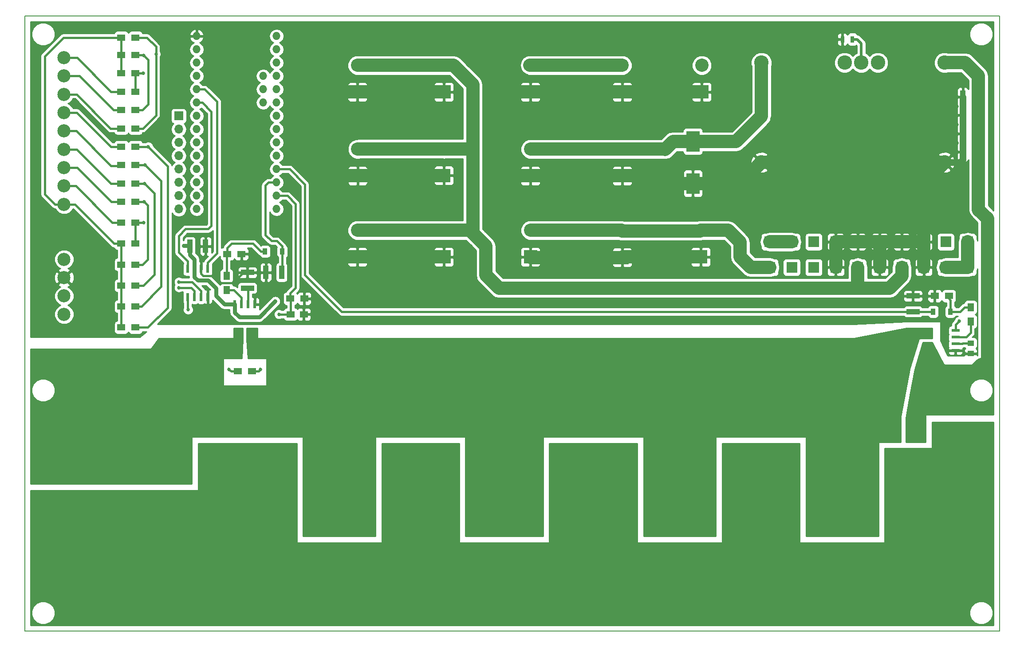
<source format=gbr>
G04 #@! TF.FileFunction,Copper,L1,Top,Signal*
%FSLAX46Y46*%
G04 Gerber Fmt 4.6, Leading zero omitted, Abs format (unit mm)*
G04 Created by KiCad (PCBNEW 4.0.5) date 05/10/17 18:46:16*
%MOMM*%
%LPD*%
G01*
G04 APERTURE LIST*
%ADD10C,0.100000*%
%ADD11C,0.150000*%
%ADD12C,5.000000*%
%ADD13R,2.540000X2.540000*%
%ADD14C,2.540000*%
%ADD15O,1.524000X1.524000*%
%ADD16R,1.550000X0.600000*%
%ADD17R,0.600000X1.550000*%
%ADD18R,2.125980X2.125980*%
%ADD19C,2.800000*%
%ADD20R,1.300000X1.500000*%
%ADD21R,1.500000X1.300000*%
%ADD22R,2.500000X1.000000*%
%ADD23R,1.000000X2.500000*%
%ADD24R,0.900000X1.200000*%
%ADD25C,2.500000*%
%ADD26R,1.500000X1.250000*%
%ADD27R,1.700000X1.700000*%
%ADD28O,1.700000X1.700000*%
%ADD29R,2.500000X4.000000*%
%ADD30R,0.700000X1.300000*%
%ADD31C,2.750000*%
%ADD32R,1.250000X1.000000*%
%ADD33C,0.685800*%
%ADD34C,2.540000*%
%ADD35C,0.762000*%
%ADD36C,0.381000*%
%ADD37C,5.080000*%
%ADD38C,0.508000*%
%ADD39C,1.270000*%
%ADD40C,0.254000*%
G04 APERTURE END LIST*
D10*
D11*
X192623000Y24538000D02*
X192623000Y142038000D01*
X6623000Y24538000D02*
X192623000Y24538000D01*
X6623000Y142038000D02*
X6623000Y24538000D01*
X192623000Y142038000D02*
X6623000Y142038000D01*
D12*
X60623000Y71538000D03*
D13*
X135623000Y95998000D03*
D14*
X135623000Y101078000D03*
D13*
X86623000Y95998000D03*
D14*
X86623000Y101078000D03*
D15*
X54668000Y105138000D03*
X39428000Y105138000D03*
X54668000Y110218000D03*
X54668000Y112758000D03*
X54668000Y107678000D03*
X39428000Y107678000D03*
X39428000Y110218000D03*
X54668000Y120378000D03*
X39428000Y112758000D03*
X54668000Y117838000D03*
X39428000Y115298000D03*
X54668000Y122918000D03*
X52123000Y127998000D03*
X54668000Y115298000D03*
X52123000Y130538000D03*
X54668000Y133078000D03*
X39428000Y120378000D03*
X52123000Y125458000D03*
X54668000Y138158000D03*
X54668000Y135618000D03*
X39428000Y122918000D03*
X39428000Y125458000D03*
X39428000Y138158000D03*
X39428000Y127998000D03*
X39428000Y117838000D03*
X39428000Y130538000D03*
X39428000Y133078000D03*
X39428000Y135618000D03*
X54668000Y127998000D03*
X54668000Y125458000D03*
X54668000Y130538000D03*
D16*
X178843000Y81953000D03*
X178843000Y80683000D03*
X178843000Y79413000D03*
X178843000Y78143000D03*
X184243000Y78143000D03*
X184243000Y79413000D03*
X184243000Y80683000D03*
X184243000Y81953000D03*
D17*
X46713000Y81538000D03*
X47983000Y81538000D03*
X49253000Y81538000D03*
X50523000Y81538000D03*
X50523000Y86938000D03*
X49253000Y86938000D03*
X47983000Y86938000D03*
X46713000Y86938000D03*
D18*
X186583560Y94001500D03*
X186583560Y98865600D03*
X182382400Y94001500D03*
X182382400Y98865600D03*
X178183780Y94001500D03*
X178183780Y98865600D03*
X173982620Y94001500D03*
X173982620Y98865600D03*
X169784000Y94001500D03*
X169784000Y98865600D03*
X165582840Y94001500D03*
X165582840Y98865600D03*
X161384220Y94001500D03*
X161384220Y98865600D03*
X157183060Y94001500D03*
X157183060Y98865600D03*
X152984440Y94001500D03*
X152984440Y98865600D03*
X148783280Y94001500D03*
X148788360Y98865600D03*
D19*
X113632847Y57136163D03*
X117432847Y57136163D03*
X113632847Y44636163D03*
X117432847Y44636163D03*
X128632847Y57136163D03*
X132432847Y57136163D03*
X128632847Y44636163D03*
X132432847Y44636163D03*
X48862847Y57136163D03*
X52662847Y57136163D03*
X48862847Y44636163D03*
X52662847Y44636163D03*
X63862847Y57136163D03*
X67662847Y57136163D03*
X63862847Y44636163D03*
X67662847Y44636163D03*
X80602847Y57136163D03*
X84402847Y57136163D03*
X80602847Y44636163D03*
X84402847Y44636163D03*
X95602847Y57136163D03*
X99402847Y57136163D03*
X95602847Y44636163D03*
X99402847Y44636163D03*
X145382847Y57136163D03*
X149182847Y57136163D03*
X145382847Y44636163D03*
X149182847Y44636163D03*
X160382847Y57136163D03*
X164182847Y57136163D03*
X160382847Y44636163D03*
X164182847Y44636163D03*
X18332847Y41066163D03*
X18332847Y44866163D03*
X30832847Y41066163D03*
X30832847Y44866163D03*
X18332847Y56066163D03*
X18332847Y59866163D03*
X30832847Y56066163D03*
X30832847Y59866163D03*
D20*
X45123000Y92388000D03*
X45123000Y89688000D03*
D21*
X45273000Y96538000D03*
X47973000Y96538000D03*
D20*
X187123000Y86388000D03*
X187123000Y83688000D03*
D21*
X182973000Y88538000D03*
X180273000Y88538000D03*
X27744000Y127538000D03*
X25044000Y127538000D03*
X27744000Y124038000D03*
X25044000Y124038000D03*
X27744000Y120538000D03*
X25044000Y120538000D03*
X27744000Y117038000D03*
X25044000Y117038000D03*
X27744000Y113538000D03*
X25044000Y113538000D03*
X27744000Y110038000D03*
X25044000Y110038000D03*
X27744000Y106538000D03*
X25044000Y106538000D03*
X27744000Y102538000D03*
X25044000Y102538000D03*
X27744000Y98538000D03*
X25044000Y98538000D03*
X27744000Y94538000D03*
X25044000Y94538000D03*
X27744000Y90538000D03*
X25044000Y90538000D03*
X27744000Y86538000D03*
X25044000Y86538000D03*
X27744000Y82538000D03*
X25044000Y82538000D03*
X27744000Y137869500D03*
X25044000Y137869500D03*
X27744000Y134538000D03*
X25044000Y134538000D03*
X27744000Y131038000D03*
X25044000Y131038000D03*
D22*
X49123000Y90038000D03*
X49123000Y93038000D03*
D23*
X41123000Y98038000D03*
X38123000Y98038000D03*
X55623000Y93038000D03*
X52623000Y93038000D03*
D24*
X55773000Y97038000D03*
X52473000Y97038000D03*
X179973000Y85538000D03*
X183273000Y85538000D03*
D13*
X176427000Y62077000D03*
D14*
X181507000Y62077000D03*
D13*
X86599000Y111532200D03*
D14*
X86599000Y116612200D03*
D13*
X135823000Y127498000D03*
D14*
X135823000Y132578000D03*
D13*
X120623000Y95876867D03*
D14*
X120623000Y100956867D03*
D13*
X70123000Y127498000D03*
D14*
X70123000Y132578000D03*
D13*
X70139800Y111506800D03*
D14*
X70139800Y116586800D03*
D13*
X120623000Y127498000D03*
D14*
X120623000Y132578000D03*
D13*
X103123000Y95998000D03*
D14*
X103123000Y101078000D03*
D13*
X86623000Y127498000D03*
D14*
X86623000Y132578000D03*
D13*
X103123000Y127498000D03*
D14*
X103123000Y132578000D03*
D25*
X14123000Y95538000D03*
X14123000Y92038000D03*
X14123000Y88538000D03*
X14123000Y85038000D03*
X14123000Y106038000D03*
X14123000Y109538000D03*
X14123000Y113038000D03*
X14123000Y116538000D03*
X14123000Y120038000D03*
X14123000Y123538000D03*
X14123000Y127038000D03*
X14123000Y130538000D03*
X14123000Y134038000D03*
D17*
X41528000Y93738000D03*
X40258000Y93738000D03*
X38988000Y93738000D03*
X37718000Y93738000D03*
X37718000Y88338000D03*
X38988000Y88338000D03*
X40258000Y88338000D03*
X41528000Y88338000D03*
D22*
X176123000Y85538000D03*
X176123000Y88538000D03*
D26*
X57373000Y85038000D03*
X59873000Y85038000D03*
D21*
X57273000Y88038000D03*
X59973000Y88038000D03*
X47283000Y74168000D03*
X49983000Y74168000D03*
D13*
X70123000Y95998000D03*
D14*
X70123000Y101078000D03*
D27*
X36003000Y122918000D03*
D28*
X36003000Y120378000D03*
X36003000Y117838000D03*
X36003000Y115298000D03*
X36003000Y112758000D03*
X36003000Y110218000D03*
X36003000Y107678000D03*
X36003000Y105138000D03*
D23*
X185623000Y119538000D03*
X188623000Y119538000D03*
X185623000Y126538000D03*
X188623000Y126538000D03*
X185623000Y116038000D03*
X188623000Y116038000D03*
X185623000Y123038000D03*
X188623000Y123038000D03*
D29*
X134123000Y118038000D03*
X134123000Y110038000D03*
D13*
X103123000Y111498000D03*
D14*
X103123000Y116578000D03*
D13*
X120623000Y111498000D03*
D14*
X120623000Y116578000D03*
D30*
X162673000Y137538000D03*
X164573000Y137538000D03*
D31*
X182123000Y114038000D03*
X147198000Y114038000D03*
X147198000Y133088000D03*
X182123000Y133088000D03*
X163073000Y133088000D03*
X166248000Y133088000D03*
X169423000Y133088000D03*
D32*
X187123000Y79538000D03*
X187123000Y77538000D03*
D12*
X36623000Y71538000D03*
D33*
X36923000Y98138000D03*
X184923000Y83738000D03*
X54423000Y87538000D03*
X36023000Y90138000D03*
X36023000Y91238000D03*
X29223000Y131038000D03*
X29305509Y134490647D03*
X31656383Y134738000D03*
X30175656Y117038000D03*
X29613756Y113538000D03*
X29494285Y110038000D03*
X29386909Y106538000D03*
X29323000Y102538000D03*
X37796189Y85910169D03*
X45623000Y74538000D03*
X55123000Y85038000D03*
X51623000Y74538000D03*
D34*
X120623000Y132578000D02*
X103123000Y132578000D01*
X103018231Y132605504D02*
X103045735Y132578000D01*
X186583560Y98865600D02*
X186583560Y94001500D01*
X182382400Y94001500D02*
X186583560Y94001500D01*
X145382847Y44636163D02*
X145382847Y42297847D01*
X145382847Y42297847D02*
X142290574Y39205574D01*
X142290574Y39205574D02*
X53755426Y39205574D01*
X53755426Y39205574D02*
X52823000Y40138000D01*
X181507000Y40322000D02*
X178923000Y37738000D01*
X178923000Y37738000D02*
X145823000Y37738000D01*
X181507000Y62077000D02*
X181507000Y40322000D01*
X113623000Y37738000D02*
X117323000Y37738000D01*
X117323000Y37738000D02*
X145823000Y37738000D01*
X117432847Y44636163D02*
X117432847Y37847847D01*
X117432847Y37847847D02*
X117323000Y37738000D01*
X84023000Y37738000D02*
X113623000Y37738000D01*
X113623000Y42646418D02*
X113623000Y37738000D01*
X113632847Y44636163D02*
X113632847Y42656265D01*
X113632847Y42656265D02*
X113623000Y42646418D01*
X80623000Y37738000D02*
X84023000Y37738000D01*
X84402847Y44636163D02*
X84402847Y38117847D01*
X84402847Y38117847D02*
X84023000Y37738000D01*
X50423000Y37738000D02*
X80623000Y37738000D01*
X80602847Y44636163D02*
X80602847Y42656265D01*
X80602847Y42656265D02*
X80623000Y42636112D01*
X80623000Y42636112D02*
X80623000Y37738000D01*
X145823000Y37738000D02*
X149182847Y41097847D01*
X149182847Y41097847D02*
X149182847Y44636163D01*
X52823000Y40138000D02*
X52662847Y40298153D01*
X52662847Y40298153D02*
X52662847Y44636163D01*
X50423000Y37738000D02*
X52823000Y40138000D01*
X40523000Y37738000D02*
X50423000Y37738000D01*
X37194837Y41066163D02*
X40523000Y37738000D01*
X30832847Y41066163D02*
X37194837Y41066163D01*
X18332847Y41066163D02*
X30832847Y41066163D01*
X30832847Y44866163D02*
X18332847Y44866163D01*
X48862847Y44636163D02*
X48862847Y42656265D01*
X48862847Y42656265D02*
X47644582Y41438000D01*
X47644582Y41438000D02*
X42623000Y41438000D01*
X42623000Y41438000D02*
X39194837Y44866163D01*
X39194837Y44866163D02*
X30832847Y44866163D01*
X52662847Y57136163D02*
X52662847Y44636163D01*
X48862847Y44636163D02*
X48862847Y57136163D01*
X149182847Y57136163D02*
X149182847Y44636163D01*
X145382847Y44636163D02*
X145382847Y57136163D01*
X117432847Y57136163D02*
X117432847Y44636163D01*
X113632847Y44636163D02*
X113632847Y57136163D01*
X84402847Y57136163D02*
X84402847Y44636163D01*
X80602847Y57136163D02*
X80602847Y44636163D01*
X92123000Y119538000D02*
X92123000Y116538000D01*
X92123000Y116538000D02*
X92123000Y100538000D01*
X86599000Y116612200D02*
X92048800Y116612200D01*
X92048800Y116612200D02*
X92123000Y116538000D01*
X91583000Y101078000D02*
X93123000Y99538000D01*
X93123000Y99538000D02*
X94623000Y98038000D01*
X92123000Y100538000D02*
X93123000Y99538000D01*
X171623000Y90038000D02*
X165623000Y90038000D01*
X165623000Y90038000D02*
X97123000Y90038000D01*
X165582840Y94001500D02*
X165582840Y90078160D01*
X165582840Y90078160D02*
X165623000Y90038000D01*
X97123000Y90038000D02*
X94623000Y92538000D01*
X173982620Y92397620D02*
X171623000Y90038000D01*
X173982620Y94001500D02*
X173982620Y92397620D01*
X94623000Y98038000D02*
X94623000Y92538000D01*
X86623000Y101078000D02*
X91583000Y101078000D01*
X92123000Y119538000D02*
X92123000Y128874051D01*
X86623000Y132578000D02*
X88419051Y132578000D01*
X88419051Y132578000D02*
X92123000Y128874051D01*
X70123000Y101078000D02*
X86623000Y101078000D01*
X70123000Y132578000D02*
X86623000Y132578000D01*
D35*
X46713000Y86938000D02*
X44723000Y86938000D01*
X44723000Y86938000D02*
X43123000Y88538000D01*
X43123000Y88538000D02*
X43123000Y90038000D01*
X38988000Y92173000D02*
X38988000Y93738000D01*
X43123000Y90038000D02*
X41623000Y91538000D01*
X41623000Y91538000D02*
X39623000Y91538000D01*
X39623000Y91538000D02*
X38988000Y92173000D01*
X38988000Y95542000D02*
X38988000Y93738000D01*
X38988000Y95542000D02*
X38123000Y96407000D01*
X38123000Y98038000D02*
X38123000Y96407000D01*
X36923000Y98138000D02*
X38023000Y98138000D01*
X38023000Y98138000D02*
X38123000Y98038000D01*
D36*
X184243000Y81953000D02*
X184243000Y83058000D01*
X184243000Y83058000D02*
X184923000Y83738000D01*
D34*
X86599000Y116612200D02*
X70165200Y116612200D01*
X70165200Y116612200D02*
X70139800Y116586800D01*
X86649800Y116561400D02*
X86599000Y116612200D01*
X148788360Y98865600D02*
X152984440Y98865600D01*
D35*
X51423000Y84538000D02*
X54423000Y87538000D01*
X47576000Y84538000D02*
X51423000Y84538000D01*
X46713000Y86938000D02*
X46713000Y85401000D01*
X46713000Y85401000D02*
X47576000Y84538000D01*
D36*
X38988000Y95542000D02*
X38988000Y94894000D01*
X38988000Y94894000D02*
X38988000Y93738000D01*
D34*
X148783280Y94001500D02*
X145180290Y94001500D01*
X145180290Y94001500D02*
X143123000Y96058790D01*
X143123000Y96058790D02*
X143123000Y98784974D01*
X143123000Y98784974D02*
X140829974Y101078000D01*
X140829974Y101078000D02*
X135623000Y101078000D01*
X120623000Y100956867D02*
X135501867Y100956867D01*
X135501867Y100956867D02*
X135623000Y101078000D01*
X103123000Y101078000D02*
X120501867Y101078000D01*
X120501867Y101078000D02*
X120623000Y100956867D01*
D37*
X36623000Y71538000D02*
X36623000Y73038000D01*
X36623000Y71538000D02*
X38623000Y73538000D01*
D34*
X57623000Y69038000D02*
X40123000Y69038000D01*
X40123000Y69038000D02*
X35923000Y69038000D01*
D37*
X36623000Y71538000D02*
X39123000Y69038000D01*
X39123000Y69038000D02*
X40123000Y69038000D01*
D34*
X60623000Y69038000D02*
X57623000Y69038000D01*
D37*
X60623000Y71538000D02*
X58123000Y69038000D01*
X58123000Y69038000D02*
X57623000Y69038000D01*
X60623000Y71538000D02*
X60623000Y72038000D01*
X60623000Y72038000D02*
X59123000Y73538000D01*
D34*
X63823000Y69038000D02*
X60623000Y69038000D01*
D37*
X60623000Y71538000D02*
X60623000Y69038000D01*
X60623000Y71538000D02*
X64623000Y71538000D01*
X32623000Y71073533D02*
X32623000Y67538000D01*
X36623000Y71538000D02*
X33087467Y71538000D01*
X33087467Y71538000D02*
X32623000Y71073533D01*
X60623000Y71538000D02*
X63123000Y69038000D01*
X63123000Y69038000D02*
X63823000Y69038000D01*
X36623000Y71538000D02*
X36623000Y69738000D01*
X36623000Y69738000D02*
X35923000Y69038000D01*
D38*
X178843000Y81953000D02*
X174829433Y81953000D01*
X174829433Y81953000D02*
X161029576Y68153143D01*
X161029576Y68153143D02*
X160207857Y68153143D01*
X160207857Y68153143D02*
X159323000Y69038000D01*
X178843000Y80683000D02*
X175391698Y80683000D01*
X175391698Y80683000D02*
X162296309Y67587611D01*
X162296309Y67587611D02*
X159472611Y67587611D01*
X159472611Y67587611D02*
X157623000Y65738000D01*
D34*
X157623000Y65738000D02*
X157623000Y67338000D01*
X157623000Y67338000D02*
X159323000Y69038000D01*
X159323000Y69038000D02*
X132523000Y69038000D01*
X132432847Y57136163D02*
X132432847Y59116061D01*
X132523000Y69038000D02*
X128523000Y69038000D01*
X132432847Y59116061D02*
X132523000Y59206214D01*
X132523000Y59206214D02*
X132523000Y69038000D01*
X128523000Y69038000D02*
X99423000Y69038000D01*
X128632847Y57136163D02*
X128632847Y68928153D01*
X128632847Y68928153D02*
X128523000Y69038000D01*
X99423000Y69038000D02*
X95623000Y69038000D01*
X99423000Y59136214D02*
X99423000Y69038000D01*
X99402847Y57136163D02*
X99402847Y59116061D01*
X99402847Y59116061D02*
X99423000Y59136214D01*
X95623000Y69038000D02*
X67623000Y69038000D01*
X95602847Y57136163D02*
X95602847Y59116061D01*
X95602847Y59116061D02*
X95623000Y59136214D01*
X95623000Y59136214D02*
X95623000Y69038000D01*
X67623000Y69038000D02*
X63823000Y69038000D01*
X67662847Y57136163D02*
X67662847Y59116061D01*
X67662847Y59116061D02*
X67623000Y59155908D01*
X67623000Y59155908D02*
X67623000Y69038000D01*
X63823000Y59155908D02*
X63823000Y69038000D01*
X63862847Y57136163D02*
X63862847Y59116061D01*
X63862847Y59116061D02*
X63823000Y59155908D01*
X164182847Y57136163D02*
X164182847Y64178153D01*
X164182847Y64178153D02*
X159323000Y69038000D01*
X32232846Y65347846D02*
X32232846Y61266162D01*
X35923000Y69038000D02*
X32232846Y65347846D01*
X32232846Y61266162D02*
X30832847Y59866163D01*
X30832847Y56066163D02*
X32812745Y56066163D01*
X32812745Y56066163D02*
X35923000Y59176418D01*
X35923000Y63538000D02*
X38123000Y65738000D01*
X38123000Y65738000D02*
X157623000Y65738000D01*
X35923000Y59176418D02*
X35923000Y63538000D01*
X157623000Y65738000D02*
X160382847Y62978153D01*
X160382847Y62978153D02*
X160382847Y57136163D01*
X18332847Y56066163D02*
X30832847Y56066163D01*
X18332847Y59866163D02*
X30832847Y59866163D01*
X164182847Y57136163D02*
X164182847Y44636163D01*
X160382847Y44636163D02*
X160382847Y57136163D01*
X132432847Y57136163D02*
X132432847Y44636163D01*
X128632847Y44636163D02*
X128632847Y57136163D01*
X99402847Y57136163D02*
X99402847Y44636163D01*
X95602847Y44636163D02*
X95602847Y57136163D01*
X67662847Y44636163D02*
X67662847Y57136163D01*
X63862847Y44636163D02*
X63862847Y57136163D01*
D36*
X185518000Y78143000D02*
X185518000Y78137000D01*
X185518000Y78137000D02*
X186117000Y77538000D01*
X186117000Y77538000D02*
X187123000Y77538000D01*
X184243000Y78143000D02*
X185518000Y78143000D01*
D34*
X66123000Y111713600D02*
X66123000Y96188000D01*
X66123000Y96188000D02*
X66313000Y95998000D01*
X66313000Y95998000D02*
X70123000Y95998000D01*
X66123000Y127308000D02*
X66123000Y111713600D01*
X66123000Y111713600D02*
X66329800Y111506800D01*
X66329800Y111506800D02*
X70139800Y111506800D01*
X70123000Y127498000D02*
X66313000Y127498000D01*
X66313000Y127498000D02*
X66123000Y127308000D01*
X121276800Y127498000D02*
X135823000Y127498000D01*
X103123000Y111498000D02*
X99313000Y111498000D01*
X99313000Y111498000D02*
X98123000Y112688000D01*
X98123000Y112688000D02*
X98123000Y125038000D01*
X98123000Y125038000D02*
X100583000Y127498000D01*
X100583000Y127498000D02*
X104843000Y127498000D01*
X70123000Y127498000D02*
X86623000Y127498000D01*
X70123000Y95998000D02*
X86623000Y95998000D01*
X120623000Y95876867D02*
X103244133Y95876867D01*
X103244133Y95876867D02*
X103123000Y95998000D01*
X135623000Y95998000D02*
X120744133Y95998000D01*
X120744133Y95998000D02*
X120623000Y95876867D01*
X182123000Y114038000D02*
X147198000Y114038000D01*
X182123000Y114038000D02*
X178183780Y110098780D01*
X178183780Y110098780D02*
X178183780Y98865600D01*
D39*
X185623000Y114538000D02*
X185123000Y114038000D01*
X185123000Y114038000D02*
X182123000Y114038000D01*
X185623000Y116038000D02*
X185623000Y114538000D01*
X185623000Y126538000D02*
X185623000Y116038000D01*
D36*
X40258000Y93738000D02*
X40258000Y92826576D01*
X40258000Y92826576D02*
X40673718Y92410858D01*
X43774863Y91038000D02*
X46623000Y91038000D01*
X40673718Y92410858D02*
X42402005Y92410858D01*
X42402005Y92410858D02*
X43774863Y91038000D01*
X46623000Y91038000D02*
X46623000Y91288000D01*
X46623000Y91288000D02*
X48373000Y93038000D01*
X48373000Y93038000D02*
X49123000Y93038000D01*
D34*
X161384220Y98865600D02*
X161384220Y94001500D01*
X165582840Y98865600D02*
X161384220Y98865600D01*
X169784000Y98865600D02*
X165582840Y98865600D01*
X178183780Y98865600D02*
X178183780Y94001500D01*
X173982620Y98865600D02*
X178183780Y98865600D01*
X169784000Y98865600D02*
X173982620Y98865600D01*
X169784000Y94001500D02*
X169784000Y98865600D01*
X104843000Y127498000D02*
X121276800Y127498000D01*
X86599000Y111532200D02*
X70165200Y111532200D01*
X70165200Y111532200D02*
X70139800Y111506800D01*
X86649800Y111481400D02*
X86599000Y111532200D01*
D36*
X41123000Y98038000D02*
X41123000Y96407000D01*
X41123000Y96407000D02*
X40258000Y95542000D01*
X40258000Y95542000D02*
X40258000Y94894000D01*
X40258000Y94894000D02*
X40258000Y93738000D01*
D34*
X120623000Y111498000D02*
X103123000Y111498000D01*
X128833000Y111538000D02*
X128793000Y111498000D01*
X128793000Y111498000D02*
X120623000Y111498000D01*
X134123000Y110038000D02*
X130333000Y110038000D01*
X130333000Y110038000D02*
X128833000Y111538000D01*
D38*
X162673000Y137538000D02*
X161123000Y137538000D01*
X161123000Y137538000D02*
X159623000Y136038000D01*
X159623000Y136038000D02*
X159623000Y119038000D01*
X159623000Y119038000D02*
X154623000Y114038000D01*
X154623000Y114038000D02*
X147198000Y114038000D01*
D34*
X134123000Y110038000D02*
X143198000Y110038000D01*
X143198000Y110038000D02*
X147198000Y114038000D01*
D36*
X49253000Y86938000D02*
X49253000Y89908000D01*
X49253000Y89908000D02*
X49123000Y90038000D01*
X54668000Y110218000D02*
X53103000Y110218000D01*
X53676834Y99038000D02*
X54754000Y99038000D01*
X53103000Y110218000D02*
X52523000Y109638000D01*
X52523000Y109638000D02*
X52523000Y100191834D01*
X52523000Y100191834D02*
X53676834Y99038000D01*
X54754000Y99038000D02*
X55773000Y98019000D01*
X55773000Y98019000D02*
X55773000Y97038000D01*
X55773000Y97038000D02*
X55773000Y93188000D01*
X55773000Y93188000D02*
X55623000Y93038000D01*
X185498000Y79413000D02*
X185623000Y79538000D01*
X185623000Y79538000D02*
X187123000Y79538000D01*
X184243000Y79413000D02*
X185498000Y79413000D01*
X176123000Y85538000D02*
X67123000Y85538000D01*
X67123000Y85538000D02*
X60092240Y92568760D01*
X60092240Y92568760D02*
X60092240Y109868760D01*
X60092240Y109868760D02*
X57203000Y112758000D01*
X57203000Y112758000D02*
X54668000Y112758000D01*
X179973000Y85538000D02*
X176123000Y85538000D01*
X46123000Y98538000D02*
X50142000Y98538000D01*
X50142000Y98538000D02*
X51642000Y97038000D01*
X51642000Y97038000D02*
X52473000Y97038000D01*
X45273000Y97688000D02*
X46123000Y98538000D01*
X45273000Y96538000D02*
X45273000Y97688000D01*
X45123000Y92388000D02*
X45123000Y96388000D01*
X45123000Y96388000D02*
X45273000Y96538000D01*
X183273000Y87738000D02*
X183273000Y85538000D01*
X185973000Y86388000D02*
X185123000Y85538000D01*
X185123000Y85538000D02*
X183273000Y85538000D01*
X187123000Y86388000D02*
X185973000Y86388000D01*
X183273000Y87738000D02*
X182973000Y88038000D01*
D34*
X188623000Y130538000D02*
X188623000Y105038000D01*
X190317425Y75439097D02*
X189191829Y75439097D01*
X189191829Y75439097D02*
X183410732Y69658000D01*
X188623000Y105038000D02*
X190344326Y103316674D01*
X190344326Y103316674D02*
X190344326Y75465998D01*
X190344326Y75465998D02*
X190317425Y75439097D01*
X183410732Y69658000D02*
X178843000Y69658000D01*
X188623000Y126538000D02*
X188623000Y130538000D01*
X188623000Y119538000D02*
X188623000Y116038000D01*
X188623000Y123038000D02*
X188623000Y119538000D01*
X188623000Y126538000D02*
X188623000Y123038000D01*
X182123000Y133088000D02*
X186073000Y133088000D01*
X186073000Y133088000D02*
X188623000Y130538000D01*
X178843000Y72038000D02*
X178843000Y69658000D01*
X178843000Y78143000D02*
X178843000Y72038000D01*
X178843000Y69658000D02*
X176427000Y67242000D01*
D38*
X176723000Y67538000D02*
X176427000Y67242000D01*
D34*
X176427000Y62077000D02*
X176427000Y67242000D01*
D38*
X178843000Y79413000D02*
X178843000Y78143000D01*
D36*
X38344000Y90138000D02*
X36023000Y90138000D01*
X38988000Y88338000D02*
X38988000Y89494000D01*
X38988000Y89494000D02*
X38344000Y90138000D01*
X38514000Y91238000D02*
X36023000Y91238000D01*
X40258000Y88338000D02*
X40258000Y89494000D01*
X40258000Y89494000D02*
X38514000Y91238000D01*
X14123000Y106038000D02*
X12355234Y106038000D01*
X12355234Y106038000D02*
X10423000Y107970234D01*
X10423000Y107970234D02*
X10423000Y134317712D01*
X10423000Y134317712D02*
X13974788Y137869500D01*
X13974788Y137869500D02*
X25044000Y137869500D01*
X25044000Y134538000D02*
X25044000Y131038000D01*
X25044000Y137869500D02*
X25044000Y134538000D01*
X25044000Y86538000D02*
X25044000Y82538000D01*
X25044000Y90538000D02*
X25044000Y86538000D01*
X25044000Y94538000D02*
X25044000Y90538000D01*
X25044000Y98538000D02*
X25044000Y97507000D01*
X25044000Y97507000D02*
X25044000Y94538000D01*
X14123000Y106038000D02*
X16172416Y106038000D01*
X16172416Y106038000D02*
X23672416Y98538000D01*
X23672416Y98538000D02*
X25044000Y98538000D01*
X14123000Y109538000D02*
X16349898Y109538000D01*
X16349898Y109538000D02*
X23349898Y102538000D01*
X23349898Y102538000D02*
X25044000Y102538000D01*
X14123000Y113038000D02*
X16617742Y113038000D01*
X16617742Y113038000D02*
X23117742Y106538000D01*
X23117742Y106538000D02*
X24944000Y106538000D01*
X24944000Y106538000D02*
X25044000Y106538000D01*
X14123000Y116538000D02*
X16552147Y116538000D01*
X16552147Y116538000D02*
X23052147Y110038000D01*
X23052147Y110038000D02*
X24944000Y110038000D01*
X24944000Y110038000D02*
X25044000Y110038000D01*
X14123000Y120038000D02*
X16431536Y120038000D01*
X16431536Y120038000D02*
X23048601Y113420935D01*
X23048601Y113420935D02*
X24826935Y113420935D01*
X24826935Y113420935D02*
X24944000Y113538000D01*
X24944000Y113538000D02*
X25044000Y113538000D01*
X14123000Y123538000D02*
X16553417Y123538000D01*
X23053417Y117038000D02*
X24944000Y117038000D01*
X16553417Y123538000D02*
X23053417Y117038000D01*
X24944000Y117038000D02*
X25044000Y117038000D01*
X14123000Y127038000D02*
X16508995Y127038000D01*
X16508995Y127038000D02*
X23008995Y120538000D01*
X23008995Y120538000D02*
X25044000Y120538000D01*
X14123000Y130538000D02*
X17045321Y130538000D01*
X17045321Y130538000D02*
X23545321Y124038000D01*
X23545321Y124038000D02*
X25044000Y124038000D01*
X14123000Y134038000D02*
X16599253Y134038000D01*
X16599253Y134038000D02*
X23099253Y127538000D01*
X23099253Y127538000D02*
X25044000Y127538000D01*
X47983000Y86938000D02*
X47983000Y88254452D01*
X47983000Y88254452D02*
X46549452Y89688000D01*
X46549452Y89688000D02*
X45123000Y89688000D01*
X186268000Y80683000D02*
X187123000Y81538000D01*
X187123000Y81538000D02*
X187123000Y83688000D01*
X184243000Y80683000D02*
X186268000Y80683000D01*
X29223000Y131038000D02*
X27744000Y131038000D01*
X27744000Y131038000D02*
X27744000Y127538000D01*
X27744000Y124038000D02*
X29108310Y124038000D01*
X29108310Y124038000D02*
X30212164Y125141854D01*
X30212164Y133590553D02*
X29312070Y134490647D01*
X30212164Y125141854D02*
X30212164Y133590553D01*
X29312070Y134490647D02*
X29305509Y134490647D01*
X29258156Y134538000D02*
X29305509Y134490647D01*
X27744000Y134538000D02*
X29258156Y134538000D01*
X31656383Y136117605D02*
X31656383Y134738000D01*
X31656383Y134738000D02*
X31656383Y130138000D01*
X31656383Y130138000D02*
X31656383Y123071383D01*
X27744000Y137869500D02*
X29904488Y137869500D01*
X29904488Y137869500D02*
X31656383Y136117605D01*
X31656383Y123071383D02*
X29123000Y120538000D01*
X29123000Y120538000D02*
X27744000Y120538000D01*
X27744000Y117038000D02*
X30175656Y117038000D01*
X30175656Y117038000D02*
X33888973Y113324683D01*
X33888973Y113324683D02*
X33888973Y86303973D01*
X33888973Y86303973D02*
X30123000Y82538000D01*
X30123000Y82538000D02*
X27744000Y82538000D01*
X27744000Y86538000D02*
X28875000Y86538000D01*
X28875000Y86538000D02*
X32660533Y90323533D01*
X32660533Y90323533D02*
X32660533Y110491223D01*
X32660533Y110491223D02*
X29613756Y113538000D01*
X29613756Y113538000D02*
X27744000Y113538000D01*
X27744000Y110038000D02*
X29494285Y110038000D01*
X29494285Y110038000D02*
X31363846Y108168439D01*
X31363846Y108168439D02*
X31363846Y92679542D01*
X31363846Y92679542D02*
X29222304Y90538000D01*
X29222304Y90538000D02*
X27744000Y90538000D01*
X27744000Y106538000D02*
X29386909Y106538000D01*
X29386909Y106538000D02*
X30071868Y105853041D01*
X30071868Y105853041D02*
X30071868Y95536852D01*
X30071868Y95536852D02*
X29073016Y94538000D01*
X29073016Y94538000D02*
X27744000Y94538000D01*
X27744000Y102538000D02*
X29323000Y102538000D01*
X27744000Y101507000D02*
X27744000Y98538000D01*
X27744000Y102538000D02*
X27744000Y101507000D01*
X37718000Y85988358D02*
X37796189Y85910169D01*
X37718000Y88338000D02*
X37718000Y85988358D01*
X47283000Y74168000D02*
X45993000Y74168000D01*
X45993000Y74168000D02*
X45623000Y74538000D01*
X41528000Y93738000D02*
X41528000Y94894000D01*
X41528000Y94894000D02*
X43323000Y96689000D01*
X43323000Y96689000D02*
X43323000Y125638000D01*
X43323000Y125638000D02*
X40963000Y127998000D01*
X40963000Y127998000D02*
X39428000Y127998000D01*
X39428000Y125458000D02*
X40505630Y125458000D01*
X40505630Y125458000D02*
X42223000Y123740630D01*
X41623000Y101338000D02*
X37323000Y101338000D01*
X42223000Y123740630D02*
X42223000Y101938000D01*
X42223000Y101938000D02*
X41623000Y101338000D01*
X37323000Y101338000D02*
X36023000Y100038000D01*
X37718000Y95192753D02*
X37718000Y93738000D01*
X36023000Y100038000D02*
X36023000Y96887753D01*
X36023000Y96887753D02*
X37718000Y95192753D01*
X57273000Y88038000D02*
X57273000Y89069000D01*
X57273000Y89069000D02*
X58323000Y90119000D01*
X58323000Y90119000D02*
X58323000Y106138000D01*
X58323000Y106138000D02*
X56783000Y107678000D01*
X56783000Y107678000D02*
X54668000Y107678000D01*
X57373000Y85038000D02*
X57373000Y87938000D01*
X57373000Y87938000D02*
X57273000Y88038000D01*
X55123000Y85038000D02*
X57373000Y85038000D01*
X49983000Y74168000D02*
X51253000Y74168000D01*
X51253000Y74168000D02*
X51623000Y74538000D01*
D34*
X120623000Y116578000D02*
X103123000Y116578000D01*
X128833000Y116538000D02*
X128793000Y116578000D01*
X128793000Y116578000D02*
X120623000Y116578000D01*
X134123000Y118038000D02*
X130333000Y118038000D01*
X130333000Y118038000D02*
X128833000Y116538000D01*
X147198000Y133088000D02*
X147198000Y122849438D01*
X147198000Y122849438D02*
X142386562Y118038000D01*
X142386562Y118038000D02*
X134123000Y118038000D01*
D38*
X166248000Y133088000D02*
X166248000Y136721000D01*
X166248000Y136721000D02*
X165431000Y137538000D01*
X165431000Y137538000D02*
X164573000Y137538000D01*
D40*
G36*
X191496000Y25665000D02*
X7750000Y25665000D01*
X7750000Y27595381D01*
X7887613Y27595381D01*
X8227155Y26773628D01*
X8855321Y26144364D01*
X9676481Y25803389D01*
X10565619Y25802613D01*
X11387372Y26142155D01*
X12016636Y26770321D01*
X12357611Y27591481D01*
X12357614Y27595381D01*
X186887613Y27595381D01*
X187227155Y26773628D01*
X187855321Y26144364D01*
X188676481Y25803389D01*
X189565619Y25802613D01*
X190387372Y26142155D01*
X191016636Y26770321D01*
X191357611Y27591481D01*
X191358387Y28480619D01*
X191018845Y29302372D01*
X190390679Y29931636D01*
X189569519Y30272611D01*
X188680381Y30273387D01*
X187858628Y29933845D01*
X187229364Y29305679D01*
X186888389Y28484519D01*
X186887613Y27595381D01*
X12357614Y27595381D01*
X12358387Y28480619D01*
X12018845Y29302372D01*
X11390679Y29931636D01*
X10569519Y30272611D01*
X9680381Y30273387D01*
X8858628Y29933845D01*
X8229364Y29305679D01*
X7888389Y28484519D01*
X7887613Y27595381D01*
X7750000Y27595381D01*
X7750000Y51411000D01*
X39623000Y51411000D01*
X39672410Y51421006D01*
X39714035Y51449447D01*
X39741315Y51491841D01*
X39750000Y51538000D01*
X39750000Y60411000D01*
X58496000Y60411000D01*
X58496000Y41538000D01*
X58506006Y41488590D01*
X58534447Y41446965D01*
X58576841Y41419685D01*
X58623000Y41411000D01*
X74623000Y41411000D01*
X74672410Y41421006D01*
X74714035Y41449447D01*
X74741315Y41491841D01*
X74750000Y41538000D01*
X74750000Y60411000D01*
X89496000Y60411000D01*
X89496000Y41538000D01*
X89506006Y41488590D01*
X89534447Y41446965D01*
X89576841Y41419685D01*
X89623000Y41411000D01*
X106623000Y41411000D01*
X106672410Y41421006D01*
X106714035Y41449447D01*
X106741315Y41491841D01*
X106750000Y41538000D01*
X106750000Y60411000D01*
X123496000Y60411000D01*
X123496000Y41538000D01*
X123506006Y41488590D01*
X123534447Y41446965D01*
X123576841Y41419685D01*
X123623000Y41411000D01*
X139623000Y41411000D01*
X139672410Y41421006D01*
X139714035Y41449447D01*
X139741315Y41491841D01*
X139750000Y41538000D01*
X139750000Y60411000D01*
X154496000Y60411000D01*
X154496000Y41538000D01*
X154506006Y41488590D01*
X154534447Y41446965D01*
X154576841Y41419685D01*
X154623000Y41411000D01*
X170623000Y41411000D01*
X170672410Y41421006D01*
X170714035Y41449447D01*
X170741315Y41491841D01*
X170750000Y41538000D01*
X170750000Y59411000D01*
X179623000Y59411000D01*
X179672410Y59421006D01*
X179714035Y59449447D01*
X179741315Y59491841D01*
X179750000Y59538000D01*
X179750000Y64411000D01*
X191496000Y64411000D01*
X191496000Y25665000D01*
X191496000Y25665000D01*
G37*
X191496000Y25665000D02*
X7750000Y25665000D01*
X7750000Y27595381D01*
X7887613Y27595381D01*
X8227155Y26773628D01*
X8855321Y26144364D01*
X9676481Y25803389D01*
X10565619Y25802613D01*
X11387372Y26142155D01*
X12016636Y26770321D01*
X12357611Y27591481D01*
X12357614Y27595381D01*
X186887613Y27595381D01*
X187227155Y26773628D01*
X187855321Y26144364D01*
X188676481Y25803389D01*
X189565619Y25802613D01*
X190387372Y26142155D01*
X191016636Y26770321D01*
X191357611Y27591481D01*
X191358387Y28480619D01*
X191018845Y29302372D01*
X190390679Y29931636D01*
X189569519Y30272611D01*
X188680381Y30273387D01*
X187858628Y29933845D01*
X187229364Y29305679D01*
X186888389Y28484519D01*
X186887613Y27595381D01*
X12357614Y27595381D01*
X12358387Y28480619D01*
X12018845Y29302372D01*
X11390679Y29931636D01*
X10569519Y30272611D01*
X9680381Y30273387D01*
X8858628Y29933845D01*
X8229364Y29305679D01*
X7888389Y28484519D01*
X7887613Y27595381D01*
X7750000Y27595381D01*
X7750000Y51411000D01*
X39623000Y51411000D01*
X39672410Y51421006D01*
X39714035Y51449447D01*
X39741315Y51491841D01*
X39750000Y51538000D01*
X39750000Y60411000D01*
X58496000Y60411000D01*
X58496000Y41538000D01*
X58506006Y41488590D01*
X58534447Y41446965D01*
X58576841Y41419685D01*
X58623000Y41411000D01*
X74623000Y41411000D01*
X74672410Y41421006D01*
X74714035Y41449447D01*
X74741315Y41491841D01*
X74750000Y41538000D01*
X74750000Y60411000D01*
X89496000Y60411000D01*
X89496000Y41538000D01*
X89506006Y41488590D01*
X89534447Y41446965D01*
X89576841Y41419685D01*
X89623000Y41411000D01*
X106623000Y41411000D01*
X106672410Y41421006D01*
X106714035Y41449447D01*
X106741315Y41491841D01*
X106750000Y41538000D01*
X106750000Y60411000D01*
X123496000Y60411000D01*
X123496000Y41538000D01*
X123506006Y41488590D01*
X123534447Y41446965D01*
X123576841Y41419685D01*
X123623000Y41411000D01*
X139623000Y41411000D01*
X139672410Y41421006D01*
X139714035Y41449447D01*
X139741315Y41491841D01*
X139750000Y41538000D01*
X139750000Y60411000D01*
X154496000Y60411000D01*
X154496000Y41538000D01*
X154506006Y41488590D01*
X154534447Y41446965D01*
X154576841Y41419685D01*
X154623000Y41411000D01*
X170623000Y41411000D01*
X170672410Y41421006D01*
X170714035Y41449447D01*
X170741315Y41491841D01*
X170750000Y41538000D01*
X170750000Y59411000D01*
X179623000Y59411000D01*
X179672410Y59421006D01*
X179714035Y59449447D01*
X179741315Y59491841D01*
X179750000Y59538000D01*
X179750000Y64411000D01*
X191496000Y64411000D01*
X191496000Y25665000D01*
G36*
X48246000Y80292233D02*
X48004184Y76665000D01*
X44623000Y76665000D01*
X44573590Y76654994D01*
X44531965Y76626553D01*
X44504685Y76584159D01*
X44496000Y76538000D01*
X44496000Y71538000D01*
X44506006Y71488590D01*
X44534447Y71446965D01*
X44576841Y71419685D01*
X44623000Y71411000D01*
X52623000Y71411000D01*
X52672410Y71421006D01*
X52714035Y71449447D01*
X52741315Y71491841D01*
X52750000Y71538000D01*
X52750000Y76538000D01*
X52739994Y76587410D01*
X52711553Y76629035D01*
X52669159Y76656315D01*
X52623000Y76665000D01*
X49241816Y76665000D01*
X49000000Y80292233D01*
X49000000Y82411000D01*
X50996000Y82411000D01*
X50996000Y80538000D01*
X51006006Y80488590D01*
X51034447Y80446965D01*
X51076841Y80419685D01*
X51123000Y80411000D01*
X164873000Y80411000D01*
X164897907Y80413466D01*
X174885577Y82411000D01*
X179746000Y82411000D01*
X179746000Y80415000D01*
X177373000Y80415000D01*
X177323590Y80404994D01*
X177281965Y80376553D01*
X177251502Y80324978D01*
X175501502Y74574978D01*
X175498335Y74562240D01*
X173748335Y65562240D01*
X173746000Y65538000D01*
X173746000Y60665000D01*
X169623000Y60665000D01*
X169573590Y60654994D01*
X169531965Y60626553D01*
X169504685Y60584159D01*
X169496000Y60538000D01*
X169496000Y42665000D01*
X155750000Y42665000D01*
X155750000Y61538000D01*
X155739994Y61587410D01*
X155711553Y61629035D01*
X155669159Y61656315D01*
X155623000Y61665000D01*
X138623000Y61665000D01*
X138573590Y61654994D01*
X138531965Y61626553D01*
X138504685Y61584159D01*
X138496000Y61538000D01*
X138496000Y42665000D01*
X124750000Y42665000D01*
X124750000Y61538000D01*
X124739994Y61587410D01*
X124711553Y61629035D01*
X124669159Y61656315D01*
X124623000Y61665000D01*
X105623000Y61665000D01*
X105573590Y61654994D01*
X105531965Y61626553D01*
X105504685Y61584159D01*
X105496000Y61538000D01*
X105496000Y42665000D01*
X90750000Y42665000D01*
X90750000Y61538000D01*
X90739994Y61587410D01*
X90711553Y61629035D01*
X90669159Y61656315D01*
X90623000Y61665000D01*
X73623000Y61665000D01*
X73573590Y61654994D01*
X73531965Y61626553D01*
X73504685Y61584159D01*
X73496000Y61538000D01*
X73496000Y42665000D01*
X59750000Y42665000D01*
X59750000Y61538000D01*
X59739994Y61587410D01*
X59711553Y61629035D01*
X59669159Y61656315D01*
X59623000Y61665000D01*
X38623000Y61665000D01*
X38573590Y61654994D01*
X38531965Y61626553D01*
X38504685Y61584159D01*
X38496000Y61538000D01*
X38496000Y52665000D01*
X7750000Y52665000D01*
X7750000Y70095381D01*
X7887613Y70095381D01*
X8227155Y69273628D01*
X8855321Y68644364D01*
X9676481Y68303389D01*
X10565619Y68302613D01*
X11387372Y68642155D01*
X12016636Y69270321D01*
X12357611Y70091481D01*
X12358387Y70980619D01*
X12018845Y71802372D01*
X11390679Y72431636D01*
X10569519Y72772611D01*
X9680381Y72773387D01*
X8858628Y72433845D01*
X8229364Y71805679D01*
X7888389Y70984519D01*
X7887613Y70095381D01*
X7750000Y70095381D01*
X7750000Y78411000D01*
X30623000Y78411000D01*
X30672410Y78421006D01*
X30724600Y78461800D01*
X32186500Y80411000D01*
X46373000Y80411000D01*
X46422410Y80421006D01*
X46464035Y80449447D01*
X46491315Y80491841D01*
X46500000Y80538000D01*
X46500000Y82411000D01*
X48246000Y82411000D01*
X48246000Y80292233D01*
X48246000Y80292233D01*
G37*
X48246000Y80292233D02*
X48004184Y76665000D01*
X44623000Y76665000D01*
X44573590Y76654994D01*
X44531965Y76626553D01*
X44504685Y76584159D01*
X44496000Y76538000D01*
X44496000Y71538000D01*
X44506006Y71488590D01*
X44534447Y71446965D01*
X44576841Y71419685D01*
X44623000Y71411000D01*
X52623000Y71411000D01*
X52672410Y71421006D01*
X52714035Y71449447D01*
X52741315Y71491841D01*
X52750000Y71538000D01*
X52750000Y76538000D01*
X52739994Y76587410D01*
X52711553Y76629035D01*
X52669159Y76656315D01*
X52623000Y76665000D01*
X49241816Y76665000D01*
X49000000Y80292233D01*
X49000000Y82411000D01*
X50996000Y82411000D01*
X50996000Y80538000D01*
X51006006Y80488590D01*
X51034447Y80446965D01*
X51076841Y80419685D01*
X51123000Y80411000D01*
X164873000Y80411000D01*
X164897907Y80413466D01*
X174885577Y82411000D01*
X179746000Y82411000D01*
X179746000Y80415000D01*
X177373000Y80415000D01*
X177323590Y80404994D01*
X177281965Y80376553D01*
X177251502Y80324978D01*
X175501502Y74574978D01*
X175498335Y74562240D01*
X173748335Y65562240D01*
X173746000Y65538000D01*
X173746000Y60665000D01*
X169623000Y60665000D01*
X169573590Y60654994D01*
X169531965Y60626553D01*
X169504685Y60584159D01*
X169496000Y60538000D01*
X169496000Y42665000D01*
X155750000Y42665000D01*
X155750000Y61538000D01*
X155739994Y61587410D01*
X155711553Y61629035D01*
X155669159Y61656315D01*
X155623000Y61665000D01*
X138623000Y61665000D01*
X138573590Y61654994D01*
X138531965Y61626553D01*
X138504685Y61584159D01*
X138496000Y61538000D01*
X138496000Y42665000D01*
X124750000Y42665000D01*
X124750000Y61538000D01*
X124739994Y61587410D01*
X124711553Y61629035D01*
X124669159Y61656315D01*
X124623000Y61665000D01*
X105623000Y61665000D01*
X105573590Y61654994D01*
X105531965Y61626553D01*
X105504685Y61584159D01*
X105496000Y61538000D01*
X105496000Y42665000D01*
X90750000Y42665000D01*
X90750000Y61538000D01*
X90739994Y61587410D01*
X90711553Y61629035D01*
X90669159Y61656315D01*
X90623000Y61665000D01*
X73623000Y61665000D01*
X73573590Y61654994D01*
X73531965Y61626553D01*
X73504685Y61584159D01*
X73496000Y61538000D01*
X73496000Y42665000D01*
X59750000Y42665000D01*
X59750000Y61538000D01*
X59739994Y61587410D01*
X59711553Y61629035D01*
X59669159Y61656315D01*
X59623000Y61665000D01*
X38623000Y61665000D01*
X38573590Y61654994D01*
X38531965Y61626553D01*
X38504685Y61584159D01*
X38496000Y61538000D01*
X38496000Y52665000D01*
X7750000Y52665000D01*
X7750000Y70095381D01*
X7887613Y70095381D01*
X8227155Y69273628D01*
X8855321Y68644364D01*
X9676481Y68303389D01*
X10565619Y68302613D01*
X11387372Y68642155D01*
X12016636Y69270321D01*
X12357611Y70091481D01*
X12358387Y70980619D01*
X12018845Y71802372D01*
X11390679Y72431636D01*
X10569519Y72772611D01*
X9680381Y72773387D01*
X8858628Y72433845D01*
X8229364Y71805679D01*
X7888389Y70984519D01*
X7887613Y70095381D01*
X7750000Y70095381D01*
X7750000Y78411000D01*
X30623000Y78411000D01*
X30672410Y78421006D01*
X30724600Y78461800D01*
X32186500Y80411000D01*
X46373000Y80411000D01*
X46422410Y80421006D01*
X46464035Y80449447D01*
X46491315Y80491841D01*
X46500000Y80538000D01*
X46500000Y82411000D01*
X48246000Y82411000D01*
X48246000Y80292233D01*
G36*
X191496000Y104859077D02*
X190528000Y105827076D01*
X190528000Y130538000D01*
X190382991Y131267012D01*
X190305482Y131383012D01*
X189970039Y131885038D01*
X187420038Y134435038D01*
X186802012Y134847991D01*
X186772275Y134853906D01*
X186073000Y134993000D01*
X182776593Y134993000D01*
X182524568Y135097650D01*
X181724940Y135098348D01*
X180985914Y134792988D01*
X180419999Y134228060D01*
X180113350Y133489568D01*
X180112652Y132689940D01*
X180418012Y131950914D01*
X180982940Y131384999D01*
X181721432Y131078350D01*
X182521060Y131077652D01*
X182776021Y131183000D01*
X185283924Y131183000D01*
X186718000Y129748923D01*
X186718000Y128010878D01*
X186661327Y128147699D01*
X186482698Y128326327D01*
X186249309Y128423000D01*
X185908750Y128423000D01*
X185750000Y128264250D01*
X185750000Y126665000D01*
X185770000Y126665000D01*
X185770000Y126411000D01*
X185750000Y126411000D01*
X185750000Y124811750D01*
X185773750Y124788000D01*
X185750000Y124764250D01*
X185750000Y123165000D01*
X185770000Y123165000D01*
X185770000Y122911000D01*
X185750000Y122911000D01*
X185750000Y121311750D01*
X185773750Y121288000D01*
X185750000Y121264250D01*
X185750000Y119665000D01*
X185770000Y119665000D01*
X185770000Y119411000D01*
X185750000Y119411000D01*
X185750000Y117811750D01*
X185773750Y117788000D01*
X185750000Y117764250D01*
X185750000Y116165000D01*
X185770000Y116165000D01*
X185770000Y115911000D01*
X185750000Y115911000D01*
X185750000Y114311750D01*
X185908750Y114153000D01*
X186249309Y114153000D01*
X186482698Y114249673D01*
X186661327Y114428301D01*
X186718000Y114565122D01*
X186718000Y105038000D01*
X186836769Y104440907D01*
X186863009Y104308988D01*
X187275962Y103690962D01*
X188439326Y102527597D01*
X188439326Y99113117D01*
X188343551Y99594612D01*
X188293990Y99668785D01*
X188293990Y99928590D01*
X188249712Y100163907D01*
X188110640Y100380031D01*
X187898440Y100525021D01*
X187646550Y100576030D01*
X187386745Y100576030D01*
X187312572Y100625591D01*
X186583560Y100770600D01*
X185854548Y100625591D01*
X185780375Y100576030D01*
X185520570Y100576030D01*
X185285253Y100531752D01*
X185069129Y100392680D01*
X184924139Y100180480D01*
X184873130Y99928590D01*
X184873130Y99668785D01*
X184823569Y99594612D01*
X184678560Y98865600D01*
X184678560Y95906500D01*
X182382400Y95906500D01*
X181653388Y95761491D01*
X181579215Y95711930D01*
X181319410Y95711930D01*
X181084093Y95667652D01*
X180867969Y95528580D01*
X180722979Y95316380D01*
X180671970Y95064490D01*
X180671970Y94804685D01*
X180622409Y94730512D01*
X180477400Y94001500D01*
X180622409Y93272488D01*
X180671970Y93198315D01*
X180671970Y92938510D01*
X180716248Y92703193D01*
X180855320Y92487069D01*
X181067520Y92342079D01*
X181319410Y92291070D01*
X181579215Y92291070D01*
X181653388Y92241509D01*
X182382400Y92096500D01*
X186583560Y92096500D01*
X187312572Y92241509D01*
X187386745Y92291070D01*
X187646550Y92291070D01*
X187881867Y92335348D01*
X188097991Y92474420D01*
X188242981Y92686620D01*
X188293990Y92938510D01*
X188293990Y93198315D01*
X188343551Y93272488D01*
X188439326Y93753983D01*
X188439326Y77183392D01*
X188411801Y77165000D01*
X188383000Y77165000D01*
X188383000Y77252250D01*
X188224250Y77411000D01*
X187250000Y77411000D01*
X187250000Y77391000D01*
X186996000Y77391000D01*
X186996000Y77411000D01*
X186021750Y77411000D01*
X185863000Y77252250D01*
X185863000Y77165000D01*
X182703881Y77165000D01*
X182380832Y77857250D01*
X182833000Y77857250D01*
X182833000Y77716690D01*
X182929673Y77483301D01*
X183108302Y77304673D01*
X183341691Y77208000D01*
X183957250Y77208000D01*
X184116000Y77366750D01*
X184116000Y78016000D01*
X184370000Y78016000D01*
X184370000Y77366750D01*
X184528750Y77208000D01*
X185144309Y77208000D01*
X185377698Y77304673D01*
X185556327Y77483301D01*
X185653000Y77716690D01*
X185653000Y77857250D01*
X185494250Y78016000D01*
X184370000Y78016000D01*
X184116000Y78016000D01*
X182991750Y78016000D01*
X182833000Y77857250D01*
X182380832Y77857250D01*
X181350000Y80066174D01*
X181350000Y83538000D01*
X181339994Y83587410D01*
X181311553Y83629035D01*
X181269159Y83656315D01*
X181223000Y83665000D01*
X174923000Y83665000D01*
X174916842Y83664851D01*
X164619911Y83165000D01*
X31917434Y83165000D01*
X34472690Y85720256D01*
X34651636Y85988067D01*
X34714473Y86303973D01*
X34714473Y91044337D01*
X35044931Y91044337D01*
X35192345Y90687566D01*
X35045270Y90333370D01*
X35044931Y89944337D01*
X35193493Y89584788D01*
X35468341Y89309460D01*
X35827630Y89160270D01*
X36216663Y89159931D01*
X36576212Y89308493D01*
X36580226Y89312500D01*
X36810960Y89312500D01*
X36770560Y89113000D01*
X36770560Y87563000D01*
X36814838Y87327683D01*
X36892500Y87206993D01*
X36892500Y86283849D01*
X36818459Y86105539D01*
X36818120Y85716506D01*
X36966682Y85356957D01*
X37241530Y85081629D01*
X37600819Y84932439D01*
X37989852Y84932100D01*
X38349401Y85080662D01*
X38624729Y85355510D01*
X38773919Y85714799D01*
X38774258Y86103832D01*
X38625696Y86463381D01*
X38543500Y86545721D01*
X38543500Y86944822D01*
X38688000Y86915560D01*
X39288000Y86915560D01*
X39523317Y86959838D01*
X39622528Y87023678D01*
X39706110Y86966569D01*
X39958000Y86915560D01*
X40558000Y86915560D01*
X40793317Y86959838D01*
X40883980Y87018178D01*
X41101690Y86928000D01*
X41242250Y86928000D01*
X41401000Y87086750D01*
X41401000Y88211000D01*
X41381000Y88211000D01*
X41381000Y88465000D01*
X41401000Y88465000D01*
X41401000Y89589250D01*
X41242250Y89748000D01*
X41101690Y89748000D01*
X41038207Y89721704D01*
X41020663Y89809905D01*
X40841717Y90077717D01*
X40841714Y90077719D01*
X40397433Y90522000D01*
X41202160Y90522000D01*
X41991609Y89732550D01*
X41954310Y89748000D01*
X41813750Y89748000D01*
X41655000Y89589250D01*
X41655000Y88465000D01*
X41675000Y88465000D01*
X41675000Y88211000D01*
X41655000Y88211000D01*
X41655000Y87086750D01*
X41813750Y86928000D01*
X41954310Y86928000D01*
X42187699Y87024673D01*
X42366327Y87203302D01*
X42463000Y87436691D01*
X42463000Y87761160D01*
X44004580Y86219579D01*
X44334193Y85999338D01*
X44723000Y85922000D01*
X45697000Y85922000D01*
X45697000Y85401000D01*
X45739655Y85186559D01*
X45774338Y85012193D01*
X45994580Y84682580D01*
X46857579Y83819580D01*
X47077821Y83672419D01*
X47187194Y83599338D01*
X47576000Y83522000D01*
X51423000Y83522000D01*
X51747300Y83586507D01*
X51811807Y83599338D01*
X52141420Y83819580D01*
X55141421Y86819580D01*
X55249447Y86981251D01*
X55251540Y86983341D01*
X55252684Y86986097D01*
X55361662Y87149193D01*
X55399595Y87339897D01*
X55400730Y87342630D01*
X55400733Y87345616D01*
X55439000Y87538000D01*
X55401066Y87728706D01*
X55401069Y87731663D01*
X55399930Y87734420D01*
X55361662Y87926807D01*
X55253636Y88088479D01*
X55252507Y88091212D01*
X55250399Y88093323D01*
X55141421Y88256421D01*
X54979748Y88364448D01*
X54977659Y88366540D01*
X54974904Y88367684D01*
X54811807Y88476662D01*
X54621103Y88514595D01*
X54618370Y88515730D01*
X54615384Y88515733D01*
X54423000Y88554000D01*
X54232294Y88516066D01*
X54229337Y88516069D01*
X54226580Y88514930D01*
X54034193Y88476662D01*
X53872522Y88368637D01*
X53869788Y88367507D01*
X53867676Y88365398D01*
X53704580Y88256421D01*
X51439014Y85990854D01*
X51458000Y86036691D01*
X51458000Y86652250D01*
X51299250Y86811000D01*
X50650000Y86811000D01*
X50650000Y86791000D01*
X50396000Y86791000D01*
X50396000Y86811000D01*
X50376000Y86811000D01*
X50376000Y87065000D01*
X50396000Y87065000D01*
X50396000Y88189250D01*
X50650000Y88189250D01*
X50650000Y87065000D01*
X51299250Y87065000D01*
X51458000Y87223750D01*
X51458000Y87839309D01*
X51361327Y88072698D01*
X51182699Y88251327D01*
X50949310Y88348000D01*
X50808750Y88348000D01*
X50650000Y88189250D01*
X50396000Y88189250D01*
X50237250Y88348000D01*
X50096690Y88348000D01*
X50078500Y88340465D01*
X50078500Y88890560D01*
X50373000Y88890560D01*
X50608317Y88934838D01*
X50824441Y89073910D01*
X50969431Y89286110D01*
X51020440Y89538000D01*
X51020440Y90538000D01*
X50976162Y90773317D01*
X50837090Y90989441D01*
X50624890Y91134431D01*
X50373000Y91185440D01*
X47873000Y91185440D01*
X47637683Y91141162D01*
X47421559Y91002090D01*
X47276569Y90789890D01*
X47225560Y90538000D01*
X47225560Y90179326D01*
X47133169Y90271717D01*
X46865358Y90450663D01*
X46549452Y90513500D01*
X46406234Y90513500D01*
X46376162Y90673317D01*
X46237090Y90889441D01*
X46024890Y91034431D01*
X46011803Y91037081D01*
X46224441Y91173910D01*
X46369431Y91386110D01*
X46420440Y91638000D01*
X46420440Y92752250D01*
X47238000Y92752250D01*
X47238000Y92411691D01*
X47334673Y92178302D01*
X47513301Y91999673D01*
X47746690Y91903000D01*
X48837250Y91903000D01*
X48996000Y92061750D01*
X48996000Y92911000D01*
X49250000Y92911000D01*
X49250000Y92061750D01*
X49408750Y91903000D01*
X50499310Y91903000D01*
X50732699Y91999673D01*
X50911327Y92178302D01*
X51008000Y92411691D01*
X51008000Y92752250D01*
X51488000Y92752250D01*
X51488000Y91661690D01*
X51584673Y91428301D01*
X51763302Y91249673D01*
X51996691Y91153000D01*
X52337250Y91153000D01*
X52496000Y91311750D01*
X52496000Y92911000D01*
X52750000Y92911000D01*
X52750000Y91311750D01*
X52908750Y91153000D01*
X53249309Y91153000D01*
X53482698Y91249673D01*
X53661327Y91428301D01*
X53758000Y91661690D01*
X53758000Y92752250D01*
X53599250Y92911000D01*
X52750000Y92911000D01*
X52496000Y92911000D01*
X51646750Y92911000D01*
X51488000Y92752250D01*
X51008000Y92752250D01*
X50849250Y92911000D01*
X49250000Y92911000D01*
X48996000Y92911000D01*
X47396750Y92911000D01*
X47238000Y92752250D01*
X46420440Y92752250D01*
X46420440Y93138000D01*
X46376162Y93373317D01*
X46237090Y93589441D01*
X46127517Y93664309D01*
X47238000Y93664309D01*
X47238000Y93323750D01*
X47396750Y93165000D01*
X48996000Y93165000D01*
X48996000Y94014250D01*
X49250000Y94014250D01*
X49250000Y93165000D01*
X50849250Y93165000D01*
X51008000Y93323750D01*
X51008000Y93664309D01*
X50911327Y93897698D01*
X50732699Y94076327D01*
X50499310Y94173000D01*
X49408750Y94173000D01*
X49250000Y94014250D01*
X48996000Y94014250D01*
X48837250Y94173000D01*
X47746690Y94173000D01*
X47513301Y94076327D01*
X47334673Y93897698D01*
X47238000Y93664309D01*
X46127517Y93664309D01*
X46024890Y93734431D01*
X45948500Y93749900D01*
X45948500Y94414310D01*
X51488000Y94414310D01*
X51488000Y93323750D01*
X51646750Y93165000D01*
X52496000Y93165000D01*
X52496000Y94764250D01*
X52750000Y94764250D01*
X52750000Y93165000D01*
X53599250Y93165000D01*
X53758000Y93323750D01*
X53758000Y94414310D01*
X53661327Y94647699D01*
X53482698Y94826327D01*
X53249309Y94923000D01*
X52908750Y94923000D01*
X52750000Y94764250D01*
X52496000Y94764250D01*
X52337250Y94923000D01*
X51996691Y94923000D01*
X51763302Y94826327D01*
X51584673Y94647699D01*
X51488000Y94414310D01*
X45948500Y94414310D01*
X45948500Y95240560D01*
X46023000Y95240560D01*
X46258317Y95284838D01*
X46474441Y95423910D01*
X46619431Y95636110D01*
X46626191Y95669490D01*
X46684673Y95528301D01*
X46863302Y95349673D01*
X47096691Y95253000D01*
X47687250Y95253000D01*
X47846000Y95411750D01*
X47846000Y96411000D01*
X48100000Y96411000D01*
X48100000Y95411750D01*
X48258750Y95253000D01*
X48849309Y95253000D01*
X49082698Y95349673D01*
X49261327Y95528301D01*
X49358000Y95761690D01*
X49358000Y96252250D01*
X49199250Y96411000D01*
X48100000Y96411000D01*
X47846000Y96411000D01*
X47826000Y96411000D01*
X47826000Y96665000D01*
X47846000Y96665000D01*
X47846000Y96685000D01*
X48100000Y96685000D01*
X48100000Y96665000D01*
X49199250Y96665000D01*
X49358000Y96823750D01*
X49358000Y97314310D01*
X49261327Y97547699D01*
X49096525Y97712500D01*
X49800066Y97712500D01*
X51058281Y96454286D01*
X51058283Y96454283D01*
X51157483Y96388000D01*
X51326094Y96275337D01*
X51409281Y96258790D01*
X51419838Y96202683D01*
X51558910Y95986559D01*
X51771110Y95841569D01*
X52023000Y95790560D01*
X52923000Y95790560D01*
X53158317Y95834838D01*
X53374441Y95973910D01*
X53519431Y96186110D01*
X53570440Y96438000D01*
X53570440Y97638000D01*
X53526162Y97873317D01*
X53387090Y98089441D01*
X53174890Y98234431D01*
X52923000Y98285440D01*
X52023000Y98285440D01*
X51787683Y98241162D01*
X51677301Y98170133D01*
X50725717Y99121717D01*
X50457906Y99300663D01*
X50142000Y99363500D01*
X46123005Y99363500D01*
X46123000Y99363501D01*
X45807095Y99300663D01*
X45539283Y99121717D01*
X45539281Y99121714D01*
X44689283Y98271717D01*
X44510337Y98003906D01*
X44475032Y97826414D01*
X44287683Y97791162D01*
X44148500Y97701600D01*
X44148500Y125638000D01*
X44114489Y125808988D01*
X44085663Y125953906D01*
X43906717Y126221717D01*
X41546717Y128581717D01*
X41278906Y128760663D01*
X40963000Y128823500D01*
X40551661Y128823500D01*
X40443197Y128985828D01*
X40020898Y129268000D01*
X40443197Y129550172D01*
X40746029Y130003391D01*
X40852369Y130538000D01*
X50698631Y130538000D01*
X50804971Y130003391D01*
X51107803Y129550172D01*
X51530102Y129268000D01*
X51107803Y128985828D01*
X50804971Y128532609D01*
X50698631Y127998000D01*
X50804971Y127463391D01*
X51107803Y127010172D01*
X51530102Y126728000D01*
X51107803Y126445828D01*
X50804971Y125992609D01*
X50698631Y125458000D01*
X50804971Y124923391D01*
X51107803Y124470172D01*
X51561022Y124167340D01*
X52095631Y124061000D01*
X52150369Y124061000D01*
X52684978Y124167340D01*
X53138197Y124470172D01*
X53395500Y124855252D01*
X53652803Y124470172D01*
X54075102Y124188000D01*
X53652803Y123905828D01*
X53349971Y123452609D01*
X53243631Y122918000D01*
X53349971Y122383391D01*
X53652803Y121930172D01*
X54075102Y121648000D01*
X53652803Y121365828D01*
X53349971Y120912609D01*
X53243631Y120378000D01*
X53349971Y119843391D01*
X53652803Y119390172D01*
X54075102Y119108000D01*
X53652803Y118825828D01*
X53349971Y118372609D01*
X53243631Y117838000D01*
X53349971Y117303391D01*
X53652803Y116850172D01*
X54075102Y116568000D01*
X53652803Y116285828D01*
X53349971Y115832609D01*
X53243631Y115298000D01*
X53349971Y114763391D01*
X53652803Y114310172D01*
X54075102Y114028000D01*
X53652803Y113745828D01*
X53349971Y113292609D01*
X53243631Y112758000D01*
X53349971Y112223391D01*
X53652803Y111770172D01*
X54075102Y111488000D01*
X53652803Y111205828D01*
X53544339Y111043500D01*
X53103005Y111043500D01*
X53103000Y111043501D01*
X52787094Y110980663D01*
X52519283Y110801717D01*
X51939283Y110221717D01*
X51760337Y109953906D01*
X51720226Y109752250D01*
X51697500Y109638000D01*
X51697500Y100191834D01*
X51760337Y99875928D01*
X51939283Y99608117D01*
X53093115Y98454286D01*
X53093117Y98454283D01*
X53276631Y98331663D01*
X53360929Y98275337D01*
X53676834Y98212499D01*
X53676839Y98212500D01*
X54412066Y98212500D01*
X54729860Y97894707D01*
X54726569Y97889890D01*
X54675560Y97638000D01*
X54675560Y96438000D01*
X54719838Y96202683D01*
X54858910Y95986559D01*
X54947500Y95926028D01*
X54947500Y94902417D01*
X54887683Y94891162D01*
X54671559Y94752090D01*
X54526569Y94539890D01*
X54475560Y94288000D01*
X54475560Y91788000D01*
X54519838Y91552683D01*
X54658910Y91336559D01*
X54871110Y91191569D01*
X55123000Y91140560D01*
X56123000Y91140560D01*
X56358317Y91184838D01*
X56574441Y91323910D01*
X56719431Y91536110D01*
X56770440Y91788000D01*
X56770440Y94288000D01*
X56726162Y94523317D01*
X56598500Y94721709D01*
X56598500Y95925043D01*
X56674441Y95973910D01*
X56819431Y96186110D01*
X56870440Y96438000D01*
X56870440Y97638000D01*
X56826162Y97873317D01*
X56687090Y98089441D01*
X56568351Y98170572D01*
X56535663Y98334905D01*
X56455897Y98454283D01*
X56356717Y98602717D01*
X56356714Y98602719D01*
X55337717Y99621717D01*
X55069906Y99800663D01*
X54754000Y99863500D01*
X54018767Y99863500D01*
X53348500Y100533768D01*
X53348500Y104610786D01*
X53349971Y104603391D01*
X53652803Y104150172D01*
X54106022Y103847340D01*
X54640631Y103741000D01*
X54695369Y103741000D01*
X55229978Y103847340D01*
X55683197Y104150172D01*
X55986029Y104603391D01*
X56092369Y105138000D01*
X55986029Y105672609D01*
X55683197Y106125828D01*
X55260898Y106408000D01*
X55683197Y106690172D01*
X55791661Y106852500D01*
X56441066Y106852500D01*
X57497500Y105796066D01*
X57497500Y90460933D01*
X56689283Y89652717D01*
X56510337Y89384906D01*
X56499623Y89331041D01*
X56287683Y89291162D01*
X56071559Y89152090D01*
X55926569Y88939890D01*
X55875560Y88688000D01*
X55875560Y87388000D01*
X55919838Y87152683D01*
X56058910Y86936559D01*
X56271110Y86791569D01*
X56523000Y86740560D01*
X56547500Y86740560D01*
X56547500Y86296234D01*
X56387683Y86266162D01*
X56171559Y86127090D01*
X56026569Y85914890D01*
X56016162Y85863500D01*
X55680694Y85863500D01*
X55677659Y85866540D01*
X55318370Y86015730D01*
X54929337Y86016069D01*
X54569788Y85867507D01*
X54294460Y85592659D01*
X54145270Y85233370D01*
X54144931Y84844337D01*
X54293493Y84484788D01*
X54568341Y84209460D01*
X54927630Y84060270D01*
X55316663Y84059931D01*
X55676212Y84208493D01*
X55680226Y84212500D01*
X56013287Y84212500D01*
X56019838Y84177683D01*
X56158910Y83961559D01*
X56371110Y83816569D01*
X56623000Y83765560D01*
X58123000Y83765560D01*
X58358317Y83809838D01*
X58574441Y83948910D01*
X58620969Y84017006D01*
X58763302Y83874673D01*
X58996691Y83778000D01*
X59587250Y83778000D01*
X59746000Y83936750D01*
X59746000Y84911000D01*
X60000000Y84911000D01*
X60000000Y83936750D01*
X60158750Y83778000D01*
X60749309Y83778000D01*
X60982698Y83874673D01*
X61161327Y84053301D01*
X61258000Y84286690D01*
X61258000Y84752250D01*
X61099250Y84911000D01*
X60000000Y84911000D01*
X59746000Y84911000D01*
X59726000Y84911000D01*
X59726000Y85165000D01*
X59746000Y85165000D01*
X59746000Y86139250D01*
X60000000Y86139250D01*
X60000000Y85165000D01*
X61099250Y85165000D01*
X61258000Y85323750D01*
X61258000Y85789310D01*
X61161327Y86022699D01*
X60982698Y86201327D01*
X60749309Y86298000D01*
X60158750Y86298000D01*
X60000000Y86139250D01*
X59746000Y86139250D01*
X59587250Y86298000D01*
X58996691Y86298000D01*
X58763302Y86201327D01*
X58622064Y86060090D01*
X58587090Y86114441D01*
X58374890Y86259431D01*
X58198500Y86295151D01*
X58198500Y86773583D01*
X58258317Y86784838D01*
X58474441Y86923910D01*
X58619431Y87136110D01*
X58626191Y87169490D01*
X58684673Y87028301D01*
X58863302Y86849673D01*
X59096691Y86753000D01*
X59687250Y86753000D01*
X59846000Y86911750D01*
X59846000Y87911000D01*
X60100000Y87911000D01*
X60100000Y86911750D01*
X60258750Y86753000D01*
X60849309Y86753000D01*
X61082698Y86849673D01*
X61261327Y87028301D01*
X61358000Y87261690D01*
X61358000Y87752250D01*
X61199250Y87911000D01*
X60100000Y87911000D01*
X59846000Y87911000D01*
X59826000Y87911000D01*
X59826000Y88165000D01*
X59846000Y88165000D01*
X59846000Y89164250D01*
X60100000Y89164250D01*
X60100000Y88165000D01*
X61199250Y88165000D01*
X61358000Y88323750D01*
X61358000Y88814310D01*
X61261327Y89047699D01*
X61082698Y89226327D01*
X60849309Y89323000D01*
X60258750Y89323000D01*
X60100000Y89164250D01*
X59846000Y89164250D01*
X59687250Y89323000D01*
X59096691Y89323000D01*
X58863302Y89226327D01*
X58684673Y89047699D01*
X58628346Y88911713D01*
X58626162Y88923317D01*
X58496402Y89124969D01*
X58906714Y89535281D01*
X58906717Y89535283D01*
X59023079Y89709431D01*
X59085663Y89803094D01*
X59148500Y90119000D01*
X59148500Y106137995D01*
X59148501Y106138000D01*
X59085663Y106453906D01*
X58906717Y106721717D01*
X57366717Y108261717D01*
X57098906Y108440663D01*
X56783000Y108503500D01*
X55791661Y108503500D01*
X55683197Y108665828D01*
X55260898Y108948000D01*
X55683197Y109230172D01*
X55986029Y109683391D01*
X56092369Y110218000D01*
X55986029Y110752609D01*
X55683197Y111205828D01*
X55260898Y111488000D01*
X55683197Y111770172D01*
X55791661Y111932500D01*
X56861066Y111932500D01*
X59266740Y109526827D01*
X59266740Y92568760D01*
X59329577Y92252854D01*
X59508523Y91985043D01*
X66539283Y84954283D01*
X66807094Y84775337D01*
X67123000Y84712500D01*
X174327869Y84712500D01*
X174408910Y84586559D01*
X174621110Y84441569D01*
X174873000Y84390560D01*
X177373000Y84390560D01*
X177608317Y84434838D01*
X177824441Y84573910D01*
X177919135Y84712500D01*
X178917991Y84712500D01*
X178919838Y84702683D01*
X179058910Y84486559D01*
X179271110Y84341569D01*
X179523000Y84290560D01*
X180423000Y84290560D01*
X180658317Y84334838D01*
X180874441Y84473910D01*
X181019431Y84686110D01*
X181070440Y84938000D01*
X181070440Y86138000D01*
X181026162Y86373317D01*
X180887090Y86589441D01*
X180674890Y86734431D01*
X180423000Y86785440D01*
X179523000Y86785440D01*
X179287683Y86741162D01*
X179071559Y86602090D01*
X178926569Y86389890D01*
X178921225Y86363500D01*
X177918131Y86363500D01*
X177837090Y86489441D01*
X177624890Y86634431D01*
X177373000Y86685440D01*
X174873000Y86685440D01*
X174637683Y86641162D01*
X174421559Y86502090D01*
X174326865Y86363500D01*
X67464934Y86363500D01*
X60917740Y92910694D01*
X60917740Y95712250D01*
X68218000Y95712250D01*
X68218000Y94601691D01*
X68314673Y94368302D01*
X68493301Y94189673D01*
X68726690Y94093000D01*
X69837250Y94093000D01*
X69996000Y94251750D01*
X69996000Y95871000D01*
X70250000Y95871000D01*
X70250000Y94251750D01*
X70408750Y94093000D01*
X71519310Y94093000D01*
X71752699Y94189673D01*
X71931327Y94368302D01*
X72028000Y94601691D01*
X72028000Y95712250D01*
X84718000Y95712250D01*
X84718000Y94601691D01*
X84814673Y94368302D01*
X84993301Y94189673D01*
X85226690Y94093000D01*
X86337250Y94093000D01*
X86496000Y94251750D01*
X86496000Y95871000D01*
X86750000Y95871000D01*
X86750000Y94251750D01*
X86908750Y94093000D01*
X88019310Y94093000D01*
X88252699Y94189673D01*
X88431327Y94368302D01*
X88528000Y94601691D01*
X88528000Y95712250D01*
X88369250Y95871000D01*
X86750000Y95871000D01*
X86496000Y95871000D01*
X84876750Y95871000D01*
X84718000Y95712250D01*
X72028000Y95712250D01*
X71869250Y95871000D01*
X70250000Y95871000D01*
X69996000Y95871000D01*
X68376750Y95871000D01*
X68218000Y95712250D01*
X60917740Y95712250D01*
X60917740Y97394309D01*
X68218000Y97394309D01*
X68218000Y96283750D01*
X68376750Y96125000D01*
X69996000Y96125000D01*
X69996000Y97744250D01*
X70250000Y97744250D01*
X70250000Y96125000D01*
X71869250Y96125000D01*
X72028000Y96283750D01*
X72028000Y97394309D01*
X84718000Y97394309D01*
X84718000Y96283750D01*
X84876750Y96125000D01*
X86496000Y96125000D01*
X86496000Y97744250D01*
X86750000Y97744250D01*
X86750000Y96125000D01*
X88369250Y96125000D01*
X88528000Y96283750D01*
X88528000Y97394309D01*
X88431327Y97627698D01*
X88252699Y97806327D01*
X88019310Y97903000D01*
X86908750Y97903000D01*
X86750000Y97744250D01*
X86496000Y97744250D01*
X86337250Y97903000D01*
X85226690Y97903000D01*
X84993301Y97806327D01*
X84814673Y97627698D01*
X84718000Y97394309D01*
X72028000Y97394309D01*
X71931327Y97627698D01*
X71752699Y97806327D01*
X71519310Y97903000D01*
X70408750Y97903000D01*
X70250000Y97744250D01*
X69996000Y97744250D01*
X69837250Y97903000D01*
X68726690Y97903000D01*
X68493301Y97806327D01*
X68314673Y97627698D01*
X68218000Y97394309D01*
X60917740Y97394309D01*
X60917740Y109868760D01*
X60854903Y110184665D01*
X60675957Y110452477D01*
X60675954Y110452479D01*
X59907384Y111221050D01*
X68234800Y111221050D01*
X68234800Y110110491D01*
X68331473Y109877102D01*
X68510101Y109698473D01*
X68743490Y109601800D01*
X69854050Y109601800D01*
X70012800Y109760550D01*
X70012800Y111379800D01*
X70266800Y111379800D01*
X70266800Y109760550D01*
X70425550Y109601800D01*
X71536110Y109601800D01*
X71769499Y109698473D01*
X71948127Y109877102D01*
X72044800Y110110491D01*
X72044800Y111221050D01*
X72019400Y111246450D01*
X84694000Y111246450D01*
X84694000Y110135891D01*
X84790673Y109902502D01*
X84969301Y109723873D01*
X85202690Y109627200D01*
X86313250Y109627200D01*
X86472000Y109785950D01*
X86472000Y111405200D01*
X86726000Y111405200D01*
X86726000Y109785950D01*
X86884750Y109627200D01*
X87995310Y109627200D01*
X88228699Y109723873D01*
X88407327Y109902502D01*
X88504000Y110135891D01*
X88504000Y111246450D01*
X88345250Y111405200D01*
X86726000Y111405200D01*
X86472000Y111405200D01*
X84852750Y111405200D01*
X84694000Y111246450D01*
X72019400Y111246450D01*
X71886050Y111379800D01*
X70266800Y111379800D01*
X70012800Y111379800D01*
X68393550Y111379800D01*
X68234800Y111221050D01*
X59907384Y111221050D01*
X58225325Y112903109D01*
X68234800Y112903109D01*
X68234800Y111792550D01*
X68393550Y111633800D01*
X70012800Y111633800D01*
X70012800Y113253050D01*
X70266800Y113253050D01*
X70266800Y111633800D01*
X71886050Y111633800D01*
X72044800Y111792550D01*
X72044800Y112903109D01*
X72034279Y112928509D01*
X84694000Y112928509D01*
X84694000Y111817950D01*
X84852750Y111659200D01*
X86472000Y111659200D01*
X86472000Y113278450D01*
X86726000Y113278450D01*
X86726000Y111659200D01*
X88345250Y111659200D01*
X88504000Y111817950D01*
X88504000Y112928509D01*
X88407327Y113161898D01*
X88228699Y113340527D01*
X87995310Y113437200D01*
X86884750Y113437200D01*
X86726000Y113278450D01*
X86472000Y113278450D01*
X86313250Y113437200D01*
X85202690Y113437200D01*
X84969301Y113340527D01*
X84790673Y113161898D01*
X84694000Y112928509D01*
X72034279Y112928509D01*
X71948127Y113136498D01*
X71769499Y113315127D01*
X71536110Y113411800D01*
X70425550Y113411800D01*
X70266800Y113253050D01*
X70012800Y113253050D01*
X69854050Y113411800D01*
X68743490Y113411800D01*
X68510101Y113315127D01*
X68331473Y113136498D01*
X68234800Y112903109D01*
X58225325Y112903109D01*
X57786717Y113341717D01*
X57518906Y113520663D01*
X57203000Y113583500D01*
X55791661Y113583500D01*
X55683197Y113745828D01*
X55260898Y114028000D01*
X55683197Y114310172D01*
X55986029Y114763391D01*
X56092369Y115298000D01*
X55986029Y115832609D01*
X55683197Y116285828D01*
X55260898Y116568000D01*
X55683197Y116850172D01*
X55986029Y117303391D01*
X56092369Y117838000D01*
X55986029Y118372609D01*
X55683197Y118825828D01*
X55260898Y119108000D01*
X55683197Y119390172D01*
X55986029Y119843391D01*
X56092369Y120378000D01*
X55986029Y120912609D01*
X55683197Y121365828D01*
X55260898Y121648000D01*
X55683197Y121930172D01*
X55986029Y122383391D01*
X56092369Y122918000D01*
X55986029Y123452609D01*
X55683197Y123905828D01*
X55260898Y124188000D01*
X55683197Y124470172D01*
X55986029Y124923391D01*
X56092369Y125458000D01*
X55986029Y125992609D01*
X55683197Y126445828D01*
X55260898Y126728000D01*
X55683197Y127010172D01*
X55818221Y127212250D01*
X68218000Y127212250D01*
X68218000Y126101691D01*
X68314673Y125868302D01*
X68493301Y125689673D01*
X68726690Y125593000D01*
X69837250Y125593000D01*
X69996000Y125751750D01*
X69996000Y127371000D01*
X70250000Y127371000D01*
X70250000Y125751750D01*
X70408750Y125593000D01*
X71519310Y125593000D01*
X71752699Y125689673D01*
X71931327Y125868302D01*
X72028000Y126101691D01*
X72028000Y127212250D01*
X84718000Y127212250D01*
X84718000Y126101691D01*
X84814673Y125868302D01*
X84993301Y125689673D01*
X85226690Y125593000D01*
X86337250Y125593000D01*
X86496000Y125751750D01*
X86496000Y127371000D01*
X86750000Y127371000D01*
X86750000Y125751750D01*
X86908750Y125593000D01*
X88019310Y125593000D01*
X88252699Y125689673D01*
X88431327Y125868302D01*
X88528000Y126101691D01*
X88528000Y127212250D01*
X88369250Y127371000D01*
X86750000Y127371000D01*
X86496000Y127371000D01*
X84876750Y127371000D01*
X84718000Y127212250D01*
X72028000Y127212250D01*
X71869250Y127371000D01*
X70250000Y127371000D01*
X69996000Y127371000D01*
X68376750Y127371000D01*
X68218000Y127212250D01*
X55818221Y127212250D01*
X55986029Y127463391D01*
X56092369Y127998000D01*
X55986029Y128532609D01*
X55744349Y128894309D01*
X68218000Y128894309D01*
X68218000Y127783750D01*
X68376750Y127625000D01*
X69996000Y127625000D01*
X69996000Y129244250D01*
X70250000Y129244250D01*
X70250000Y127625000D01*
X71869250Y127625000D01*
X72028000Y127783750D01*
X72028000Y128894309D01*
X84718000Y128894309D01*
X84718000Y127783750D01*
X84876750Y127625000D01*
X86496000Y127625000D01*
X86496000Y129244250D01*
X86750000Y129244250D01*
X86750000Y127625000D01*
X88369250Y127625000D01*
X88528000Y127783750D01*
X88528000Y128894309D01*
X88431327Y129127698D01*
X88252699Y129306327D01*
X88019310Y129403000D01*
X86908750Y129403000D01*
X86750000Y129244250D01*
X86496000Y129244250D01*
X86337250Y129403000D01*
X85226690Y129403000D01*
X84993301Y129306327D01*
X84814673Y129127698D01*
X84718000Y128894309D01*
X72028000Y128894309D01*
X71931327Y129127698D01*
X71752699Y129306327D01*
X71519310Y129403000D01*
X70408750Y129403000D01*
X70250000Y129244250D01*
X69996000Y129244250D01*
X69837250Y129403000D01*
X68726690Y129403000D01*
X68493301Y129306327D01*
X68314673Y129127698D01*
X68218000Y128894309D01*
X55744349Y128894309D01*
X55683197Y128985828D01*
X55260898Y129268000D01*
X55683197Y129550172D01*
X55986029Y130003391D01*
X56092369Y130538000D01*
X55986029Y131072609D01*
X55683197Y131525828D01*
X55260898Y131808000D01*
X55683197Y132090172D01*
X55757073Y132200735D01*
X68217670Y132200735D01*
X68507078Y131500314D01*
X69042495Y130963961D01*
X69742410Y130673332D01*
X70500265Y130672670D01*
X70501064Y130673000D01*
X86622482Y130673000D01*
X87000265Y130672670D01*
X87001064Y130673000D01*
X87629975Y130673000D01*
X90218000Y128084975D01*
X90218000Y118517200D01*
X86599518Y118517200D01*
X86221735Y118517530D01*
X86220936Y118517200D01*
X70165200Y118517200D01*
X70037955Y118491889D01*
X69762535Y118492130D01*
X69505746Y118386027D01*
X69438289Y118372609D01*
X69436188Y118372191D01*
X69377735Y118333134D01*
X69062114Y118202722D01*
X68818290Y117959324D01*
X68818162Y117959238D01*
X68793938Y117935014D01*
X68525761Y117667305D01*
X68235132Y116967390D01*
X68234470Y116209535D01*
X68523878Y115509114D01*
X69059295Y114972761D01*
X69759210Y114682132D01*
X70517065Y114681470D01*
X70579336Y114707200D01*
X86394414Y114707200D01*
X86649800Y114656401D01*
X86903845Y114706933D01*
X86976265Y114706870D01*
X86977064Y114707200D01*
X90218000Y114707200D01*
X90218000Y102983000D01*
X86623518Y102983000D01*
X86245735Y102983330D01*
X86244936Y102983000D01*
X70123518Y102983000D01*
X69745735Y102983330D01*
X69045314Y102693922D01*
X68508961Y102158505D01*
X68218332Y101458590D01*
X68217670Y100700735D01*
X68507078Y100000314D01*
X69042495Y99463961D01*
X69742410Y99173332D01*
X70500265Y99172670D01*
X70501064Y99173000D01*
X86622482Y99173000D01*
X87000265Y99172670D01*
X87001064Y99173000D01*
X90793924Y99173000D01*
X91775962Y98190961D01*
X91775965Y98190959D01*
X92718000Y97248923D01*
X92718000Y92538000D01*
X92839574Y91926806D01*
X92863009Y91808988D01*
X93275962Y91190962D01*
X95775962Y88690962D01*
X96393988Y88278009D01*
X97123000Y88133000D01*
X171623000Y88133000D01*
X172222512Y88252250D01*
X174238000Y88252250D01*
X174238000Y87911691D01*
X174334673Y87678302D01*
X174513301Y87499673D01*
X174746690Y87403000D01*
X175837250Y87403000D01*
X175996000Y87561750D01*
X175996000Y88411000D01*
X176250000Y88411000D01*
X176250000Y87561750D01*
X176408750Y87403000D01*
X177499310Y87403000D01*
X177732699Y87499673D01*
X177911327Y87678302D01*
X178008000Y87911691D01*
X178008000Y88252250D01*
X178888000Y88252250D01*
X178888000Y87761690D01*
X178984673Y87528301D01*
X179163302Y87349673D01*
X179396691Y87253000D01*
X179987250Y87253000D01*
X180146000Y87411750D01*
X180146000Y88411000D01*
X179046750Y88411000D01*
X178888000Y88252250D01*
X178008000Y88252250D01*
X177849250Y88411000D01*
X176250000Y88411000D01*
X175996000Y88411000D01*
X174396750Y88411000D01*
X174238000Y88252250D01*
X172222512Y88252250D01*
X172352012Y88278009D01*
X172970038Y88690962D01*
X173443385Y89164309D01*
X174238000Y89164309D01*
X174238000Y88823750D01*
X174396750Y88665000D01*
X175996000Y88665000D01*
X175996000Y89514250D01*
X176250000Y89514250D01*
X176250000Y88665000D01*
X177849250Y88665000D01*
X178008000Y88823750D01*
X178008000Y89164309D01*
X177945868Y89314310D01*
X178888000Y89314310D01*
X178888000Y88823750D01*
X179046750Y88665000D01*
X180146000Y88665000D01*
X180146000Y89664250D01*
X180400000Y89664250D01*
X180400000Y88665000D01*
X180420000Y88665000D01*
X180420000Y88411000D01*
X180400000Y88411000D01*
X180400000Y87411750D01*
X180558750Y87253000D01*
X181149309Y87253000D01*
X181382698Y87349673D01*
X181561327Y87528301D01*
X181617654Y87664287D01*
X181619838Y87652683D01*
X181758910Y87436559D01*
X181971110Y87291569D01*
X182223000Y87240560D01*
X182447500Y87240560D01*
X182447500Y86650957D01*
X182371559Y86602090D01*
X182226569Y86389890D01*
X182175560Y86138000D01*
X182175560Y84938000D01*
X182219838Y84702683D01*
X182358910Y84486559D01*
X182571110Y84341569D01*
X182823000Y84290560D01*
X183723000Y84290560D01*
X183958317Y84334838D01*
X184174441Y84473910D01*
X184319431Y84686110D01*
X184324775Y84712500D01*
X184720699Y84712500D01*
X184369788Y84567507D01*
X184094460Y84292659D01*
X183945270Y83933370D01*
X183945265Y83927699D01*
X183659283Y83641717D01*
X183480337Y83373906D01*
X183442432Y83183341D01*
X183417500Y83058000D01*
X183417500Y82890938D01*
X183232683Y82856162D01*
X183016559Y82717090D01*
X182871569Y82504890D01*
X182820560Y82253000D01*
X182820560Y81653000D01*
X182864838Y81417683D01*
X182928678Y81318472D01*
X182871569Y81234890D01*
X182820560Y80983000D01*
X182820560Y80383000D01*
X182864838Y80147683D01*
X182928678Y80048472D01*
X182871569Y79964890D01*
X182820560Y79713000D01*
X182820560Y79113000D01*
X182864838Y78877683D01*
X182923178Y78787020D01*
X182833000Y78569310D01*
X182833000Y78428750D01*
X182991750Y78270000D01*
X184116000Y78270000D01*
X184116000Y78290000D01*
X184370000Y78290000D01*
X184370000Y78270000D01*
X185494250Y78270000D01*
X185653000Y78428750D01*
X185653000Y78569310D01*
X185634240Y78614600D01*
X185813906Y78650337D01*
X185906939Y78712500D01*
X185952869Y78712500D01*
X186033910Y78586559D01*
X186102006Y78540031D01*
X185959673Y78397698D01*
X185863000Y78164309D01*
X185863000Y77823750D01*
X186021750Y77665000D01*
X186996000Y77665000D01*
X186996000Y77685000D01*
X187250000Y77685000D01*
X187250000Y77665000D01*
X188224250Y77665000D01*
X188383000Y77823750D01*
X188383000Y78164309D01*
X188286327Y78397698D01*
X188145090Y78538936D01*
X188199441Y78573910D01*
X188344431Y78786110D01*
X188395440Y79038000D01*
X188395440Y80038000D01*
X188351162Y80273317D01*
X188212090Y80489441D01*
X187999890Y80634431D01*
X187748000Y80685440D01*
X187437873Y80685440D01*
X187706714Y80954281D01*
X187706717Y80954283D01*
X187885663Y81222095D01*
X187906009Y81324382D01*
X187948501Y81538000D01*
X187948500Y81538005D01*
X187948500Y82323583D01*
X188008317Y82334838D01*
X188224441Y82473910D01*
X188369431Y82686110D01*
X188420440Y82938000D01*
X188420440Y84438000D01*
X188376162Y84673317D01*
X188237090Y84889441D01*
X188024890Y85034431D01*
X188011803Y85037081D01*
X188224441Y85173910D01*
X188369431Y85386110D01*
X188420440Y85638000D01*
X188420440Y87138000D01*
X188376162Y87373317D01*
X188237090Y87589441D01*
X188024890Y87734431D01*
X187773000Y87785440D01*
X186473000Y87785440D01*
X186237683Y87741162D01*
X186021559Y87602090D01*
X185876569Y87389890D01*
X185835303Y87186111D01*
X185675294Y87154283D01*
X185657095Y87150663D01*
X185389283Y86971717D01*
X185389281Y86971714D01*
X184781066Y86363500D01*
X184328009Y86363500D01*
X184326162Y86373317D01*
X184187090Y86589441D01*
X184098500Y86649972D01*
X184098500Y87375043D01*
X184174441Y87423910D01*
X184319431Y87636110D01*
X184370440Y87888000D01*
X184370440Y89188000D01*
X184326162Y89423317D01*
X184187090Y89639441D01*
X183974890Y89784431D01*
X183723000Y89835440D01*
X182223000Y89835440D01*
X181987683Y89791162D01*
X181771559Y89652090D01*
X181626569Y89439890D01*
X181619809Y89406510D01*
X181561327Y89547699D01*
X181382698Y89726327D01*
X181149309Y89823000D01*
X180558750Y89823000D01*
X180400000Y89664250D01*
X180146000Y89664250D01*
X179987250Y89823000D01*
X179396691Y89823000D01*
X179163302Y89726327D01*
X178984673Y89547699D01*
X178888000Y89314310D01*
X177945868Y89314310D01*
X177911327Y89397698D01*
X177732699Y89576327D01*
X177499310Y89673000D01*
X176408750Y89673000D01*
X176250000Y89514250D01*
X175996000Y89514250D01*
X175837250Y89673000D01*
X174746690Y89673000D01*
X174513301Y89576327D01*
X174334673Y89397698D01*
X174238000Y89164309D01*
X173443385Y89164309D01*
X175329659Y91050582D01*
X175742611Y91668608D01*
X175887620Y92397620D01*
X175887620Y93715750D01*
X176485790Y93715750D01*
X176485790Y92812200D01*
X176582463Y92578811D01*
X176761092Y92400183D01*
X176994481Y92303510D01*
X177898030Y92303510D01*
X178056780Y92462260D01*
X178056780Y93874500D01*
X178310780Y93874500D01*
X178310780Y92462260D01*
X178469530Y92303510D01*
X179373079Y92303510D01*
X179606468Y92400183D01*
X179785097Y92578811D01*
X179881770Y92812200D01*
X179881770Y93715750D01*
X179723020Y93874500D01*
X178310780Y93874500D01*
X178056780Y93874500D01*
X176644540Y93874500D01*
X176485790Y93715750D01*
X175887620Y93715750D01*
X175887620Y94001500D01*
X175742611Y94730512D01*
X175693050Y94804685D01*
X175693050Y95064490D01*
X175669284Y95190800D01*
X176485790Y95190800D01*
X176485790Y94287250D01*
X176644540Y94128500D01*
X178056780Y94128500D01*
X178056780Y95540740D01*
X178310780Y95540740D01*
X178310780Y94128500D01*
X179723020Y94128500D01*
X179881770Y94287250D01*
X179881770Y95190800D01*
X179785097Y95424189D01*
X179606468Y95602817D01*
X179373079Y95699490D01*
X178469530Y95699490D01*
X178310780Y95540740D01*
X178056780Y95540740D01*
X177898030Y95699490D01*
X176994481Y95699490D01*
X176761092Y95602817D01*
X176582463Y95424189D01*
X176485790Y95190800D01*
X175669284Y95190800D01*
X175648772Y95299807D01*
X175509700Y95515931D01*
X175297500Y95660921D01*
X175045610Y95711930D01*
X174785805Y95711930D01*
X174711632Y95761491D01*
X173982620Y95906500D01*
X173253608Y95761491D01*
X173179435Y95711930D01*
X172919630Y95711930D01*
X172684313Y95667652D01*
X172468189Y95528580D01*
X172323199Y95316380D01*
X172272190Y95064490D01*
X172272190Y94804685D01*
X172222629Y94730512D01*
X172077620Y94001500D01*
X172077620Y93186697D01*
X170833924Y91943000D01*
X167487840Y91943000D01*
X167487840Y93715750D01*
X168086010Y93715750D01*
X168086010Y92812200D01*
X168182683Y92578811D01*
X168361312Y92400183D01*
X168594701Y92303510D01*
X169498250Y92303510D01*
X169657000Y92462260D01*
X169657000Y93874500D01*
X169911000Y93874500D01*
X169911000Y92462260D01*
X170069750Y92303510D01*
X170973299Y92303510D01*
X171206688Y92400183D01*
X171385317Y92578811D01*
X171481990Y92812200D01*
X171481990Y93715750D01*
X171323240Y93874500D01*
X169911000Y93874500D01*
X169657000Y93874500D01*
X168244760Y93874500D01*
X168086010Y93715750D01*
X167487840Y93715750D01*
X167487840Y94001500D01*
X167342831Y94730512D01*
X167293270Y94804685D01*
X167293270Y95064490D01*
X167269504Y95190800D01*
X168086010Y95190800D01*
X168086010Y94287250D01*
X168244760Y94128500D01*
X169657000Y94128500D01*
X169657000Y95540740D01*
X169911000Y95540740D01*
X169911000Y94128500D01*
X171323240Y94128500D01*
X171481990Y94287250D01*
X171481990Y95190800D01*
X171385317Y95424189D01*
X171206688Y95602817D01*
X170973299Y95699490D01*
X170069750Y95699490D01*
X169911000Y95540740D01*
X169657000Y95540740D01*
X169498250Y95699490D01*
X168594701Y95699490D01*
X168361312Y95602817D01*
X168182683Y95424189D01*
X168086010Y95190800D01*
X167269504Y95190800D01*
X167248992Y95299807D01*
X167109920Y95515931D01*
X166897720Y95660921D01*
X166645830Y95711930D01*
X166386025Y95711930D01*
X166311852Y95761491D01*
X165582840Y95906500D01*
X164853828Y95761491D01*
X164779655Y95711930D01*
X164519850Y95711930D01*
X164284533Y95667652D01*
X164068409Y95528580D01*
X163923419Y95316380D01*
X163872410Y95064490D01*
X163872410Y94804685D01*
X163822849Y94730512D01*
X163677840Y94001500D01*
X163677840Y91943000D01*
X97912076Y91943000D01*
X96528000Y93327076D01*
X96528000Y95712250D01*
X101218000Y95712250D01*
X101218000Y94601691D01*
X101314673Y94368302D01*
X101493301Y94189673D01*
X101726690Y94093000D01*
X102837250Y94093000D01*
X102996000Y94251750D01*
X102996000Y95871000D01*
X103250000Y95871000D01*
X103250000Y94251750D01*
X103408750Y94093000D01*
X104519310Y94093000D01*
X104752699Y94189673D01*
X104931327Y94368302D01*
X105028000Y94601691D01*
X105028000Y95591117D01*
X118718000Y95591117D01*
X118718000Y94480558D01*
X118814673Y94247169D01*
X118993301Y94068540D01*
X119226690Y93971867D01*
X120337250Y93971867D01*
X120496000Y94130617D01*
X120496000Y95749867D01*
X120750000Y95749867D01*
X120750000Y94130617D01*
X120908750Y93971867D01*
X122019310Y93971867D01*
X122252699Y94068540D01*
X122431327Y94247169D01*
X122528000Y94480558D01*
X122528000Y95591117D01*
X122406867Y95712250D01*
X133718000Y95712250D01*
X133718000Y94601691D01*
X133814673Y94368302D01*
X133993301Y94189673D01*
X134226690Y94093000D01*
X135337250Y94093000D01*
X135496000Y94251750D01*
X135496000Y95871000D01*
X135750000Y95871000D01*
X135750000Y94251750D01*
X135908750Y94093000D01*
X137019310Y94093000D01*
X137252699Y94189673D01*
X137431327Y94368302D01*
X137528000Y94601691D01*
X137528000Y95712250D01*
X137369250Y95871000D01*
X135750000Y95871000D01*
X135496000Y95871000D01*
X133876750Y95871000D01*
X133718000Y95712250D01*
X122406867Y95712250D01*
X122369250Y95749867D01*
X120750000Y95749867D01*
X120496000Y95749867D01*
X118876750Y95749867D01*
X118718000Y95591117D01*
X105028000Y95591117D01*
X105028000Y95712250D01*
X104869250Y95871000D01*
X103250000Y95871000D01*
X102996000Y95871000D01*
X101376750Y95871000D01*
X101218000Y95712250D01*
X96528000Y95712250D01*
X96528000Y97394309D01*
X101218000Y97394309D01*
X101218000Y96283750D01*
X101376750Y96125000D01*
X102996000Y96125000D01*
X102996000Y97744250D01*
X103250000Y97744250D01*
X103250000Y96125000D01*
X104869250Y96125000D01*
X105028000Y96283750D01*
X105028000Y97273176D01*
X118718000Y97273176D01*
X118718000Y96162617D01*
X118876750Y96003867D01*
X120496000Y96003867D01*
X120496000Y97623117D01*
X120750000Y97623117D01*
X120750000Y96003867D01*
X122369250Y96003867D01*
X122528000Y96162617D01*
X122528000Y97273176D01*
X122477826Y97394309D01*
X133718000Y97394309D01*
X133718000Y96283750D01*
X133876750Y96125000D01*
X135496000Y96125000D01*
X135496000Y97744250D01*
X135750000Y97744250D01*
X135750000Y96125000D01*
X137369250Y96125000D01*
X137528000Y96283750D01*
X137528000Y97394309D01*
X137431327Y97627698D01*
X137252699Y97806327D01*
X137019310Y97903000D01*
X135908750Y97903000D01*
X135750000Y97744250D01*
X135496000Y97744250D01*
X135337250Y97903000D01*
X134226690Y97903000D01*
X133993301Y97806327D01*
X133814673Y97627698D01*
X133718000Y97394309D01*
X122477826Y97394309D01*
X122431327Y97506565D01*
X122252699Y97685194D01*
X122019310Y97781867D01*
X120908750Y97781867D01*
X120750000Y97623117D01*
X120496000Y97623117D01*
X120337250Y97781867D01*
X119226690Y97781867D01*
X118993301Y97685194D01*
X118814673Y97506565D01*
X118718000Y97273176D01*
X105028000Y97273176D01*
X105028000Y97394309D01*
X104931327Y97627698D01*
X104752699Y97806327D01*
X104519310Y97903000D01*
X103408750Y97903000D01*
X103250000Y97744250D01*
X102996000Y97744250D01*
X102837250Y97903000D01*
X101726690Y97903000D01*
X101493301Y97806327D01*
X101314673Y97627698D01*
X101218000Y97394309D01*
X96528000Y97394309D01*
X96528000Y98038000D01*
X96382991Y98767012D01*
X96375643Y98778009D01*
X95970038Y99385039D01*
X94654342Y100700735D01*
X101217670Y100700735D01*
X101507078Y100000314D01*
X102042495Y99463961D01*
X102742410Y99173332D01*
X103500265Y99172670D01*
X103501064Y99173000D01*
X119951488Y99173000D01*
X120242410Y99052199D01*
X121000265Y99051537D01*
X121001064Y99051867D01*
X135501867Y99051867D01*
X136110846Y99173000D01*
X140040898Y99173000D01*
X141218000Y97995897D01*
X141218000Y96058790D01*
X141341769Y95436559D01*
X141363009Y95329778D01*
X141775962Y94711752D01*
X143833251Y92654462D01*
X144451277Y92241509D01*
X144571452Y92217605D01*
X145180290Y92096500D01*
X148783280Y92096500D01*
X149512292Y92241509D01*
X149586465Y92291070D01*
X149846270Y92291070D01*
X150081587Y92335348D01*
X150297711Y92474420D01*
X150442701Y92686620D01*
X150493710Y92938510D01*
X150493710Y93198315D01*
X150543271Y93272488D01*
X150688280Y94001500D01*
X150543271Y94730512D01*
X150493710Y94804685D01*
X150493710Y95064490D01*
X151274010Y95064490D01*
X151274010Y92938510D01*
X151318288Y92703193D01*
X151457360Y92487069D01*
X151669560Y92342079D01*
X151921450Y92291070D01*
X154047430Y92291070D01*
X154282747Y92335348D01*
X154498871Y92474420D01*
X154643861Y92686620D01*
X154694870Y92938510D01*
X154694870Y95064490D01*
X155472630Y95064490D01*
X155472630Y92938510D01*
X155516908Y92703193D01*
X155655980Y92487069D01*
X155868180Y92342079D01*
X156120070Y92291070D01*
X158246050Y92291070D01*
X158481367Y92335348D01*
X158697491Y92474420D01*
X158842481Y92686620D01*
X158893490Y92938510D01*
X158893490Y93715750D01*
X159686230Y93715750D01*
X159686230Y92812200D01*
X159782903Y92578811D01*
X159961532Y92400183D01*
X160194921Y92303510D01*
X161098470Y92303510D01*
X161257220Y92462260D01*
X161257220Y93874500D01*
X161511220Y93874500D01*
X161511220Y92462260D01*
X161669970Y92303510D01*
X162573519Y92303510D01*
X162806908Y92400183D01*
X162985537Y92578811D01*
X163082210Y92812200D01*
X163082210Y93715750D01*
X162923460Y93874500D01*
X161511220Y93874500D01*
X161257220Y93874500D01*
X159844980Y93874500D01*
X159686230Y93715750D01*
X158893490Y93715750D01*
X158893490Y95064490D01*
X158869724Y95190800D01*
X159686230Y95190800D01*
X159686230Y94287250D01*
X159844980Y94128500D01*
X161257220Y94128500D01*
X161257220Y95540740D01*
X161511220Y95540740D01*
X161511220Y94128500D01*
X162923460Y94128500D01*
X163082210Y94287250D01*
X163082210Y95190800D01*
X162985537Y95424189D01*
X162806908Y95602817D01*
X162573519Y95699490D01*
X161669970Y95699490D01*
X161511220Y95540740D01*
X161257220Y95540740D01*
X161098470Y95699490D01*
X160194921Y95699490D01*
X159961532Y95602817D01*
X159782903Y95424189D01*
X159686230Y95190800D01*
X158869724Y95190800D01*
X158849212Y95299807D01*
X158710140Y95515931D01*
X158497940Y95660921D01*
X158246050Y95711930D01*
X156120070Y95711930D01*
X155884753Y95667652D01*
X155668629Y95528580D01*
X155523639Y95316380D01*
X155472630Y95064490D01*
X154694870Y95064490D01*
X154650592Y95299807D01*
X154511520Y95515931D01*
X154299320Y95660921D01*
X154047430Y95711930D01*
X151921450Y95711930D01*
X151686133Y95667652D01*
X151470009Y95528580D01*
X151325019Y95316380D01*
X151274010Y95064490D01*
X150493710Y95064490D01*
X150449432Y95299807D01*
X150310360Y95515931D01*
X150098160Y95660921D01*
X149846270Y95711930D01*
X149586465Y95711930D01*
X149512292Y95761491D01*
X148783280Y95906500D01*
X145969367Y95906500D01*
X145028000Y96847866D01*
X145028000Y98784974D01*
X145011963Y98865600D01*
X146883360Y98865600D01*
X147028369Y98136588D01*
X147077930Y98062415D01*
X147077930Y97802610D01*
X147122208Y97567293D01*
X147261280Y97351169D01*
X147473480Y97206179D01*
X147725370Y97155170D01*
X147985175Y97155170D01*
X148059348Y97105609D01*
X148788360Y96960600D01*
X152984440Y96960600D01*
X153713452Y97105609D01*
X153787625Y97155170D01*
X154047430Y97155170D01*
X154282747Y97199448D01*
X154498871Y97338520D01*
X154643861Y97550720D01*
X154694870Y97802610D01*
X154694870Y98062415D01*
X154744431Y98136588D01*
X154889440Y98865600D01*
X154744431Y99594612D01*
X154694870Y99668785D01*
X154694870Y99928590D01*
X155472630Y99928590D01*
X155472630Y97802610D01*
X155516908Y97567293D01*
X155655980Y97351169D01*
X155868180Y97206179D01*
X156120070Y97155170D01*
X158246050Y97155170D01*
X158481367Y97199448D01*
X158697491Y97338520D01*
X158842481Y97550720D01*
X158893490Y97802610D01*
X158893490Y98579850D01*
X159686230Y98579850D01*
X159686230Y97676300D01*
X159782903Y97442911D01*
X159961532Y97264283D01*
X160194921Y97167610D01*
X161098470Y97167610D01*
X161257220Y97326360D01*
X161257220Y98738600D01*
X161511220Y98738600D01*
X161511220Y97326360D01*
X161669970Y97167610D01*
X162573519Y97167610D01*
X162806908Y97264283D01*
X162985537Y97442911D01*
X163082210Y97676300D01*
X163082210Y98579850D01*
X163884850Y98579850D01*
X163884850Y97676300D01*
X163981523Y97442911D01*
X164160152Y97264283D01*
X164393541Y97167610D01*
X165297090Y97167610D01*
X165455840Y97326360D01*
X165455840Y98738600D01*
X165709840Y98738600D01*
X165709840Y97326360D01*
X165868590Y97167610D01*
X166772139Y97167610D01*
X167005528Y97264283D01*
X167184157Y97442911D01*
X167280830Y97676300D01*
X167280830Y98579850D01*
X168086010Y98579850D01*
X168086010Y97676300D01*
X168182683Y97442911D01*
X168361312Y97264283D01*
X168594701Y97167610D01*
X169498250Y97167610D01*
X169657000Y97326360D01*
X169657000Y98738600D01*
X169911000Y98738600D01*
X169911000Y97326360D01*
X170069750Y97167610D01*
X170973299Y97167610D01*
X171206688Y97264283D01*
X171385317Y97442911D01*
X171481990Y97676300D01*
X171481990Y98579850D01*
X172284630Y98579850D01*
X172284630Y97676300D01*
X172381303Y97442911D01*
X172559932Y97264283D01*
X172793321Y97167610D01*
X173696870Y97167610D01*
X173855620Y97326360D01*
X173855620Y98738600D01*
X174109620Y98738600D01*
X174109620Y97326360D01*
X174268370Y97167610D01*
X175171919Y97167610D01*
X175405308Y97264283D01*
X175583937Y97442911D01*
X175680610Y97676300D01*
X175680610Y98579850D01*
X176485790Y98579850D01*
X176485790Y97676300D01*
X176582463Y97442911D01*
X176761092Y97264283D01*
X176994481Y97167610D01*
X177898030Y97167610D01*
X178056780Y97326360D01*
X178056780Y98738600D01*
X178310780Y98738600D01*
X178310780Y97326360D01*
X178469530Y97167610D01*
X179373079Y97167610D01*
X179606468Y97264283D01*
X179785097Y97442911D01*
X179881770Y97676300D01*
X179881770Y98579850D01*
X179723020Y98738600D01*
X178310780Y98738600D01*
X178056780Y98738600D01*
X176644540Y98738600D01*
X176485790Y98579850D01*
X175680610Y98579850D01*
X175521860Y98738600D01*
X174109620Y98738600D01*
X173855620Y98738600D01*
X172443380Y98738600D01*
X172284630Y98579850D01*
X171481990Y98579850D01*
X171323240Y98738600D01*
X169911000Y98738600D01*
X169657000Y98738600D01*
X168244760Y98738600D01*
X168086010Y98579850D01*
X167280830Y98579850D01*
X167122080Y98738600D01*
X165709840Y98738600D01*
X165455840Y98738600D01*
X164043600Y98738600D01*
X163884850Y98579850D01*
X163082210Y98579850D01*
X162923460Y98738600D01*
X161511220Y98738600D01*
X161257220Y98738600D01*
X159844980Y98738600D01*
X159686230Y98579850D01*
X158893490Y98579850D01*
X158893490Y99928590D01*
X158869724Y100054900D01*
X159686230Y100054900D01*
X159686230Y99151350D01*
X159844980Y98992600D01*
X161257220Y98992600D01*
X161257220Y100404840D01*
X161511220Y100404840D01*
X161511220Y98992600D01*
X162923460Y98992600D01*
X163082210Y99151350D01*
X163082210Y100054900D01*
X163884850Y100054900D01*
X163884850Y99151350D01*
X164043600Y98992600D01*
X165455840Y98992600D01*
X165455840Y100404840D01*
X165709840Y100404840D01*
X165709840Y98992600D01*
X167122080Y98992600D01*
X167280830Y99151350D01*
X167280830Y100054900D01*
X168086010Y100054900D01*
X168086010Y99151350D01*
X168244760Y98992600D01*
X169657000Y98992600D01*
X169657000Y100404840D01*
X169911000Y100404840D01*
X169911000Y98992600D01*
X171323240Y98992600D01*
X171481990Y99151350D01*
X171481990Y100054900D01*
X172284630Y100054900D01*
X172284630Y99151350D01*
X172443380Y98992600D01*
X173855620Y98992600D01*
X173855620Y100404840D01*
X174109620Y100404840D01*
X174109620Y98992600D01*
X175521860Y98992600D01*
X175680610Y99151350D01*
X175680610Y100054900D01*
X176485790Y100054900D01*
X176485790Y99151350D01*
X176644540Y98992600D01*
X178056780Y98992600D01*
X178056780Y100404840D01*
X178310780Y100404840D01*
X178310780Y98992600D01*
X179723020Y98992600D01*
X179881770Y99151350D01*
X179881770Y99928590D01*
X180671970Y99928590D01*
X180671970Y97802610D01*
X180716248Y97567293D01*
X180855320Y97351169D01*
X181067520Y97206179D01*
X181319410Y97155170D01*
X183445390Y97155170D01*
X183680707Y97199448D01*
X183896831Y97338520D01*
X184041821Y97550720D01*
X184092830Y97802610D01*
X184092830Y99928590D01*
X184048552Y100163907D01*
X183909480Y100380031D01*
X183697280Y100525021D01*
X183445390Y100576030D01*
X181319410Y100576030D01*
X181084093Y100531752D01*
X180867969Y100392680D01*
X180722979Y100180480D01*
X180671970Y99928590D01*
X179881770Y99928590D01*
X179881770Y100054900D01*
X179785097Y100288289D01*
X179606468Y100466917D01*
X179373079Y100563590D01*
X178469530Y100563590D01*
X178310780Y100404840D01*
X178056780Y100404840D01*
X177898030Y100563590D01*
X176994481Y100563590D01*
X176761092Y100466917D01*
X176582463Y100288289D01*
X176485790Y100054900D01*
X175680610Y100054900D01*
X175583937Y100288289D01*
X175405308Y100466917D01*
X175171919Y100563590D01*
X174268370Y100563590D01*
X174109620Y100404840D01*
X173855620Y100404840D01*
X173696870Y100563590D01*
X172793321Y100563590D01*
X172559932Y100466917D01*
X172381303Y100288289D01*
X172284630Y100054900D01*
X171481990Y100054900D01*
X171385317Y100288289D01*
X171206688Y100466917D01*
X170973299Y100563590D01*
X170069750Y100563590D01*
X169911000Y100404840D01*
X169657000Y100404840D01*
X169498250Y100563590D01*
X168594701Y100563590D01*
X168361312Y100466917D01*
X168182683Y100288289D01*
X168086010Y100054900D01*
X167280830Y100054900D01*
X167184157Y100288289D01*
X167005528Y100466917D01*
X166772139Y100563590D01*
X165868590Y100563590D01*
X165709840Y100404840D01*
X165455840Y100404840D01*
X165297090Y100563590D01*
X164393541Y100563590D01*
X164160152Y100466917D01*
X163981523Y100288289D01*
X163884850Y100054900D01*
X163082210Y100054900D01*
X162985537Y100288289D01*
X162806908Y100466917D01*
X162573519Y100563590D01*
X161669970Y100563590D01*
X161511220Y100404840D01*
X161257220Y100404840D01*
X161098470Y100563590D01*
X160194921Y100563590D01*
X159961532Y100466917D01*
X159782903Y100288289D01*
X159686230Y100054900D01*
X158869724Y100054900D01*
X158849212Y100163907D01*
X158710140Y100380031D01*
X158497940Y100525021D01*
X158246050Y100576030D01*
X156120070Y100576030D01*
X155884753Y100531752D01*
X155668629Y100392680D01*
X155523639Y100180480D01*
X155472630Y99928590D01*
X154694870Y99928590D01*
X154650592Y100163907D01*
X154511520Y100380031D01*
X154299320Y100525021D01*
X154047430Y100576030D01*
X153787625Y100576030D01*
X153713452Y100625591D01*
X152984440Y100770600D01*
X148788360Y100770600D01*
X148059348Y100625591D01*
X147985175Y100576030D01*
X147725370Y100576030D01*
X147490053Y100531752D01*
X147273929Y100392680D01*
X147128939Y100180480D01*
X147077930Y99928590D01*
X147077930Y99668785D01*
X147028369Y99594612D01*
X146883360Y98865600D01*
X145011963Y98865600D01*
X144882991Y99513986D01*
X144882991Y99513987D01*
X144470038Y100132013D01*
X142177012Y102425038D01*
X141558986Y102837991D01*
X140829974Y102983000D01*
X135623518Y102983000D01*
X135245735Y102983330D01*
X134951772Y102861867D01*
X121110846Y102861867D01*
X120501867Y102983000D01*
X103123518Y102983000D01*
X102745735Y102983330D01*
X102045314Y102693922D01*
X101508961Y102158505D01*
X101218332Y101458590D01*
X101217670Y100700735D01*
X94654342Y100700735D01*
X94470041Y100885035D01*
X94470039Y100885038D01*
X94028000Y101327077D01*
X94028000Y111212250D01*
X101218000Y111212250D01*
X101218000Y110101691D01*
X101314673Y109868302D01*
X101493301Y109689673D01*
X101726690Y109593000D01*
X102837250Y109593000D01*
X102996000Y109751750D01*
X102996000Y111371000D01*
X103250000Y111371000D01*
X103250000Y109751750D01*
X103408750Y109593000D01*
X104519310Y109593000D01*
X104752699Y109689673D01*
X104931327Y109868302D01*
X105028000Y110101691D01*
X105028000Y111212250D01*
X118718000Y111212250D01*
X118718000Y110101691D01*
X118814673Y109868302D01*
X118993301Y109689673D01*
X119226690Y109593000D01*
X120337250Y109593000D01*
X120496000Y109751750D01*
X120496000Y111371000D01*
X120750000Y111371000D01*
X120750000Y109751750D01*
X120908750Y109593000D01*
X122019310Y109593000D01*
X122252699Y109689673D01*
X122315275Y109752250D01*
X132238000Y109752250D01*
X132238000Y107911691D01*
X132334673Y107678302D01*
X132513301Y107499673D01*
X132746690Y107403000D01*
X133837250Y107403000D01*
X133996000Y107561750D01*
X133996000Y109911000D01*
X134250000Y109911000D01*
X134250000Y107561750D01*
X134408750Y107403000D01*
X135499310Y107403000D01*
X135732699Y107499673D01*
X135911327Y107678302D01*
X136008000Y107911691D01*
X136008000Y109752250D01*
X135849250Y109911000D01*
X134250000Y109911000D01*
X133996000Y109911000D01*
X132396750Y109911000D01*
X132238000Y109752250D01*
X122315275Y109752250D01*
X122431327Y109868302D01*
X122528000Y110101691D01*
X122528000Y111212250D01*
X122369250Y111371000D01*
X120750000Y111371000D01*
X120496000Y111371000D01*
X118876750Y111371000D01*
X118718000Y111212250D01*
X105028000Y111212250D01*
X104869250Y111371000D01*
X103250000Y111371000D01*
X102996000Y111371000D01*
X101376750Y111371000D01*
X101218000Y111212250D01*
X94028000Y111212250D01*
X94028000Y112894309D01*
X101218000Y112894309D01*
X101218000Y111783750D01*
X101376750Y111625000D01*
X102996000Y111625000D01*
X102996000Y113244250D01*
X103250000Y113244250D01*
X103250000Y111625000D01*
X104869250Y111625000D01*
X105028000Y111783750D01*
X105028000Y112894309D01*
X118718000Y112894309D01*
X118718000Y111783750D01*
X118876750Y111625000D01*
X120496000Y111625000D01*
X120496000Y113244250D01*
X120750000Y113244250D01*
X120750000Y111625000D01*
X122369250Y111625000D01*
X122528000Y111783750D01*
X122528000Y112164309D01*
X132238000Y112164309D01*
X132238000Y110323750D01*
X132396750Y110165000D01*
X133996000Y110165000D01*
X133996000Y112514250D01*
X134250000Y112514250D01*
X134250000Y110165000D01*
X135849250Y110165000D01*
X136008000Y110323750D01*
X136008000Y112164309D01*
X135911327Y112397698D01*
X135732699Y112576327D01*
X135640926Y112614341D01*
X145953946Y112614341D01*
X146098467Y112308556D01*
X146843993Y112019429D01*
X147643414Y112037611D01*
X148297533Y112308556D01*
X148442054Y112614341D01*
X180878946Y112614341D01*
X181023467Y112308556D01*
X181768993Y112019429D01*
X182568414Y112037611D01*
X183222533Y112308556D01*
X183367054Y112614341D01*
X182123000Y113858395D01*
X180878946Y112614341D01*
X148442054Y112614341D01*
X147198000Y113858395D01*
X145953946Y112614341D01*
X135640926Y112614341D01*
X135499310Y112673000D01*
X134408750Y112673000D01*
X134250000Y112514250D01*
X133996000Y112514250D01*
X133837250Y112673000D01*
X132746690Y112673000D01*
X132513301Y112576327D01*
X132334673Y112397698D01*
X132238000Y112164309D01*
X122528000Y112164309D01*
X122528000Y112894309D01*
X122431327Y113127698D01*
X122252699Y113306327D01*
X122019310Y113403000D01*
X120908750Y113403000D01*
X120750000Y113244250D01*
X120496000Y113244250D01*
X120337250Y113403000D01*
X119226690Y113403000D01*
X118993301Y113306327D01*
X118814673Y113127698D01*
X118718000Y112894309D01*
X105028000Y112894309D01*
X104931327Y113127698D01*
X104752699Y113306327D01*
X104519310Y113403000D01*
X103408750Y113403000D01*
X103250000Y113244250D01*
X102996000Y113244250D01*
X102837250Y113403000D01*
X101726690Y113403000D01*
X101493301Y113306327D01*
X101314673Y113127698D01*
X101218000Y112894309D01*
X94028000Y112894309D01*
X94028000Y114392007D01*
X145179429Y114392007D01*
X145197611Y113592586D01*
X145468556Y112938467D01*
X145774341Y112793946D01*
X147018395Y114038000D01*
X147377605Y114038000D01*
X148621659Y112793946D01*
X148927444Y112938467D01*
X149216571Y113683993D01*
X149200468Y114392007D01*
X180104429Y114392007D01*
X180122611Y113592586D01*
X180393556Y112938467D01*
X180699341Y112793946D01*
X181943395Y114038000D01*
X182302605Y114038000D01*
X183546659Y112793946D01*
X183852444Y112938467D01*
X184141571Y113683993D01*
X184123389Y114483414D01*
X183852444Y115137533D01*
X183546659Y115282054D01*
X182302605Y114038000D01*
X181943395Y114038000D01*
X180699341Y115282054D01*
X180393556Y115137533D01*
X180104429Y114392007D01*
X149200468Y114392007D01*
X149198389Y114483414D01*
X148927444Y115137533D01*
X148621659Y115282054D01*
X147377605Y114038000D01*
X147018395Y114038000D01*
X145774341Y115282054D01*
X145468556Y115137533D01*
X145179429Y114392007D01*
X94028000Y114392007D01*
X94028000Y116200735D01*
X101217670Y116200735D01*
X101507078Y115500314D01*
X102042495Y114963961D01*
X102742410Y114673332D01*
X103500265Y114672670D01*
X103501064Y114673000D01*
X120622482Y114673000D01*
X121000265Y114672670D01*
X121001064Y114673000D01*
X128631906Y114673000D01*
X128833000Y114633000D01*
X129562013Y114778009D01*
X130180039Y115190961D01*
X130180043Y115190967D01*
X131122077Y116133000D01*
X132225560Y116133000D01*
X132225560Y116038000D01*
X132269838Y115802683D01*
X132408910Y115586559D01*
X132621110Y115441569D01*
X132873000Y115390560D01*
X135373000Y115390560D01*
X135608317Y115434838D01*
X135649998Y115461659D01*
X145953946Y115461659D01*
X147198000Y114217605D01*
X148442054Y115461659D01*
X180878946Y115461659D01*
X182123000Y114217605D01*
X183367054Y115461659D01*
X183229715Y115752250D01*
X184488000Y115752250D01*
X184488000Y114661690D01*
X184584673Y114428301D01*
X184763302Y114249673D01*
X184996691Y114153000D01*
X185337250Y114153000D01*
X185496000Y114311750D01*
X185496000Y115911000D01*
X184646750Y115911000D01*
X184488000Y115752250D01*
X183229715Y115752250D01*
X183222533Y115767444D01*
X182477007Y116056571D01*
X181677586Y116038389D01*
X181023467Y115767444D01*
X180878946Y115461659D01*
X148442054Y115461659D01*
X148297533Y115767444D01*
X147552007Y116056571D01*
X146752586Y116038389D01*
X146098467Y115767444D01*
X145953946Y115461659D01*
X135649998Y115461659D01*
X135824441Y115573910D01*
X135969431Y115786110D01*
X136020440Y116038000D01*
X136020440Y116133000D01*
X142386562Y116133000D01*
X143115574Y116278009D01*
X143733600Y116690962D01*
X146294888Y119252250D01*
X184488000Y119252250D01*
X184488000Y118161690D01*
X184584673Y117928301D01*
X184724975Y117788000D01*
X184584673Y117647699D01*
X184488000Y117414310D01*
X184488000Y116323750D01*
X184646750Y116165000D01*
X185496000Y116165000D01*
X185496000Y117764250D01*
X185472250Y117788000D01*
X185496000Y117811750D01*
X185496000Y119411000D01*
X184646750Y119411000D01*
X184488000Y119252250D01*
X146294888Y119252250D01*
X148545039Y121502400D01*
X148957991Y122120426D01*
X148995498Y122308988D01*
X149083668Y122752250D01*
X184488000Y122752250D01*
X184488000Y121661690D01*
X184584673Y121428301D01*
X184724975Y121288000D01*
X184584673Y121147699D01*
X184488000Y120914310D01*
X184488000Y119823750D01*
X184646750Y119665000D01*
X185496000Y119665000D01*
X185496000Y121264250D01*
X185472250Y121288000D01*
X185496000Y121311750D01*
X185496000Y122911000D01*
X184646750Y122911000D01*
X184488000Y122752250D01*
X149083668Y122752250D01*
X149103000Y122849438D01*
X149103000Y126252250D01*
X184488000Y126252250D01*
X184488000Y125161690D01*
X184584673Y124928301D01*
X184724975Y124788000D01*
X184584673Y124647699D01*
X184488000Y124414310D01*
X184488000Y123323750D01*
X184646750Y123165000D01*
X185496000Y123165000D01*
X185496000Y124764250D01*
X185472250Y124788000D01*
X185496000Y124811750D01*
X185496000Y126411000D01*
X184646750Y126411000D01*
X184488000Y126252250D01*
X149103000Y126252250D01*
X149103000Y127914310D01*
X184488000Y127914310D01*
X184488000Y126823750D01*
X184646750Y126665000D01*
X185496000Y126665000D01*
X185496000Y128264250D01*
X185337250Y128423000D01*
X184996691Y128423000D01*
X184763302Y128326327D01*
X184584673Y128147699D01*
X184488000Y127914310D01*
X149103000Y127914310D01*
X149103000Y132434407D01*
X149207650Y132686432D01*
X149207653Y132689940D01*
X161062652Y132689940D01*
X161368012Y131950914D01*
X161932940Y131384999D01*
X162671432Y131078350D01*
X163471060Y131077652D01*
X164210086Y131383012D01*
X164660790Y131832930D01*
X165107940Y131384999D01*
X165846432Y131078350D01*
X166646060Y131077652D01*
X167385086Y131383012D01*
X167835790Y131832930D01*
X168282940Y131384999D01*
X169021432Y131078350D01*
X169821060Y131077652D01*
X170560086Y131383012D01*
X171126001Y131947940D01*
X171432650Y132686432D01*
X171433348Y133486060D01*
X171127988Y134225086D01*
X170563060Y134791001D01*
X169824568Y135097650D01*
X169024940Y135098348D01*
X168285914Y134792988D01*
X167835210Y134343070D01*
X167388060Y134791001D01*
X167137000Y134895250D01*
X167137000Y136721000D01*
X167069329Y137061206D01*
X166876618Y137349618D01*
X166130855Y138095381D01*
X186887613Y138095381D01*
X187227155Y137273628D01*
X187855321Y136644364D01*
X188676481Y136303389D01*
X189565619Y136302613D01*
X190387372Y136642155D01*
X191016636Y137270321D01*
X191357611Y138091481D01*
X191358387Y138980619D01*
X191018845Y139802372D01*
X190390679Y140431636D01*
X189569519Y140772611D01*
X188680381Y140773387D01*
X187858628Y140433845D01*
X187229364Y139805679D01*
X186888389Y138984519D01*
X186887613Y138095381D01*
X166130855Y138095381D01*
X166059618Y138166618D01*
X166027618Y138188000D01*
X165771206Y138359329D01*
X165529142Y138407478D01*
X165526162Y138423317D01*
X165387090Y138639441D01*
X165174890Y138784431D01*
X164923000Y138835440D01*
X164223000Y138835440D01*
X163987683Y138791162D01*
X163771559Y138652090D01*
X163626569Y138439890D01*
X163619809Y138406510D01*
X163561327Y138547699D01*
X163382698Y138726327D01*
X163149309Y138823000D01*
X162958750Y138823000D01*
X162800000Y138664250D01*
X162800000Y137665000D01*
X162820000Y137665000D01*
X162820000Y137411000D01*
X162800000Y137411000D01*
X162800000Y136411750D01*
X162958750Y136253000D01*
X163149309Y136253000D01*
X163382698Y136349673D01*
X163561327Y136528301D01*
X163617654Y136664287D01*
X163619838Y136652683D01*
X163758910Y136436559D01*
X163971110Y136291569D01*
X164223000Y136240560D01*
X164923000Y136240560D01*
X165158317Y136284838D01*
X165321756Y136390008D01*
X165359000Y136352764D01*
X165359000Y134895495D01*
X165110914Y134792988D01*
X164660210Y134343070D01*
X164213060Y134791001D01*
X163474568Y135097650D01*
X162674940Y135098348D01*
X161935914Y134792988D01*
X161369999Y134228060D01*
X161063350Y133489568D01*
X161062652Y132689940D01*
X149207653Y132689940D01*
X149208348Y133486060D01*
X148902988Y134225086D01*
X148338060Y134791001D01*
X147599568Y135097650D01*
X146799940Y135098348D01*
X146060914Y134792988D01*
X145494999Y134228060D01*
X145188350Y133489568D01*
X145187652Y132689940D01*
X145293000Y132434979D01*
X145293000Y123638515D01*
X141597486Y119943000D01*
X136020440Y119943000D01*
X136020440Y120038000D01*
X135976162Y120273317D01*
X135837090Y120489441D01*
X135624890Y120634431D01*
X135373000Y120685440D01*
X132873000Y120685440D01*
X132637683Y120641162D01*
X132421559Y120502090D01*
X132276569Y120289890D01*
X132225560Y120038000D01*
X132225560Y119943000D01*
X130333000Y119943000D01*
X129662929Y119809715D01*
X129603988Y119797991D01*
X128985961Y119385038D01*
X128083924Y118483000D01*
X120623518Y118483000D01*
X120245735Y118483330D01*
X120244936Y118483000D01*
X103123518Y118483000D01*
X102745735Y118483330D01*
X102045314Y118193922D01*
X101508961Y117658505D01*
X101218332Y116958590D01*
X101217670Y116200735D01*
X94028000Y116200735D01*
X94028000Y127212250D01*
X101218000Y127212250D01*
X101218000Y126101691D01*
X101314673Y125868302D01*
X101493301Y125689673D01*
X101726690Y125593000D01*
X102837250Y125593000D01*
X102996000Y125751750D01*
X102996000Y127371000D01*
X103250000Y127371000D01*
X103250000Y125751750D01*
X103408750Y125593000D01*
X104519310Y125593000D01*
X104752699Y125689673D01*
X104931327Y125868302D01*
X105028000Y126101691D01*
X105028000Y127212250D01*
X118718000Y127212250D01*
X118718000Y126101691D01*
X118814673Y125868302D01*
X118993301Y125689673D01*
X119226690Y125593000D01*
X120337250Y125593000D01*
X120496000Y125751750D01*
X120496000Y127371000D01*
X120750000Y127371000D01*
X120750000Y125751750D01*
X120908750Y125593000D01*
X122019310Y125593000D01*
X122252699Y125689673D01*
X122431327Y125868302D01*
X122528000Y126101691D01*
X122528000Y127212250D01*
X133918000Y127212250D01*
X133918000Y126101691D01*
X134014673Y125868302D01*
X134193301Y125689673D01*
X134426690Y125593000D01*
X135537250Y125593000D01*
X135696000Y125751750D01*
X135696000Y127371000D01*
X135950000Y127371000D01*
X135950000Y125751750D01*
X136108750Y125593000D01*
X137219310Y125593000D01*
X137452699Y125689673D01*
X137631327Y125868302D01*
X137728000Y126101691D01*
X137728000Y127212250D01*
X137569250Y127371000D01*
X135950000Y127371000D01*
X135696000Y127371000D01*
X134076750Y127371000D01*
X133918000Y127212250D01*
X122528000Y127212250D01*
X122369250Y127371000D01*
X120750000Y127371000D01*
X120496000Y127371000D01*
X118876750Y127371000D01*
X118718000Y127212250D01*
X105028000Y127212250D01*
X104869250Y127371000D01*
X103250000Y127371000D01*
X102996000Y127371000D01*
X101376750Y127371000D01*
X101218000Y127212250D01*
X94028000Y127212250D01*
X94028000Y128874051D01*
X94023971Y128894309D01*
X101218000Y128894309D01*
X101218000Y127783750D01*
X101376750Y127625000D01*
X102996000Y127625000D01*
X102996000Y129244250D01*
X103250000Y129244250D01*
X103250000Y127625000D01*
X104869250Y127625000D01*
X105028000Y127783750D01*
X105028000Y128894309D01*
X118718000Y128894309D01*
X118718000Y127783750D01*
X118876750Y127625000D01*
X120496000Y127625000D01*
X120496000Y129244250D01*
X120750000Y129244250D01*
X120750000Y127625000D01*
X122369250Y127625000D01*
X122528000Y127783750D01*
X122528000Y128894309D01*
X133918000Y128894309D01*
X133918000Y127783750D01*
X134076750Y127625000D01*
X135696000Y127625000D01*
X135696000Y129244250D01*
X135950000Y129244250D01*
X135950000Y127625000D01*
X137569250Y127625000D01*
X137728000Y127783750D01*
X137728000Y128894309D01*
X137631327Y129127698D01*
X137452699Y129306327D01*
X137219310Y129403000D01*
X136108750Y129403000D01*
X135950000Y129244250D01*
X135696000Y129244250D01*
X135537250Y129403000D01*
X134426690Y129403000D01*
X134193301Y129306327D01*
X134014673Y129127698D01*
X133918000Y128894309D01*
X122528000Y128894309D01*
X122431327Y129127698D01*
X122252699Y129306327D01*
X122019310Y129403000D01*
X120908750Y129403000D01*
X120750000Y129244250D01*
X120496000Y129244250D01*
X120337250Y129403000D01*
X119226690Y129403000D01*
X118993301Y129306327D01*
X118814673Y129127698D01*
X118718000Y128894309D01*
X105028000Y128894309D01*
X104931327Y129127698D01*
X104752699Y129306327D01*
X104519310Y129403000D01*
X103408750Y129403000D01*
X103250000Y129244250D01*
X102996000Y129244250D01*
X102837250Y129403000D01*
X101726690Y129403000D01*
X101493301Y129306327D01*
X101314673Y129127698D01*
X101218000Y128894309D01*
X94023971Y128894309D01*
X93882991Y129603063D01*
X93470038Y130221089D01*
X91085623Y132605504D01*
X101113232Y132605504D01*
X101258240Y131876492D01*
X101503000Y131510184D01*
X101507078Y131500314D01*
X101514690Y131492689D01*
X101671193Y131258466D01*
X101698697Y131230961D01*
X101930730Y131075921D01*
X102042495Y130963961D01*
X102189885Y130902760D01*
X102316723Y130818009D01*
X102465034Y130788508D01*
X102742410Y130673332D01*
X103045396Y130673067D01*
X103045735Y130673000D01*
X103046071Y130673067D01*
X103500265Y130672670D01*
X103501064Y130673000D01*
X120622482Y130673000D01*
X121000265Y130672670D01*
X121700686Y130962078D01*
X122237039Y131497495D01*
X122527668Y132197410D01*
X122527670Y132200735D01*
X133917670Y132200735D01*
X134207078Y131500314D01*
X134742495Y130963961D01*
X135442410Y130673332D01*
X136200265Y130672670D01*
X136900686Y130962078D01*
X137437039Y131497495D01*
X137727668Y132197410D01*
X137728330Y132955265D01*
X137438922Y133655686D01*
X136903505Y134192039D01*
X136203590Y134482668D01*
X135445735Y134483330D01*
X134745314Y134193922D01*
X134208961Y133658505D01*
X133918332Y132958590D01*
X133917670Y132200735D01*
X122527670Y132200735D01*
X122528330Y132955265D01*
X122238922Y133655686D01*
X121703505Y134192039D01*
X121003590Y134482668D01*
X120245735Y134483330D01*
X120244936Y134483000D01*
X103156499Y134483000D01*
X103018231Y134510503D01*
X102881028Y134483212D01*
X102745735Y134483330D01*
X102619596Y134431210D01*
X102289219Y134365495D01*
X101671193Y133952542D01*
X101258240Y133334516D01*
X101113232Y132605504D01*
X91085623Y132605504D01*
X89766089Y133925038D01*
X89148063Y134337991D01*
X89071521Y134353216D01*
X88419051Y134483000D01*
X86623518Y134483000D01*
X86245735Y134483330D01*
X86244936Y134483000D01*
X70123518Y134483000D01*
X69745735Y134483330D01*
X69045314Y134193922D01*
X68508961Y133658505D01*
X68218332Y132958590D01*
X68217670Y132200735D01*
X55757073Y132200735D01*
X55986029Y132543391D01*
X56092369Y133078000D01*
X55986029Y133612609D01*
X55683197Y134065828D01*
X55260898Y134348000D01*
X55683197Y134630172D01*
X55986029Y135083391D01*
X56092369Y135618000D01*
X55986029Y136152609D01*
X55683197Y136605828D01*
X55260898Y136888000D01*
X55683197Y137170172D01*
X55738039Y137252250D01*
X161688000Y137252250D01*
X161688000Y136761690D01*
X161784673Y136528301D01*
X161963302Y136349673D01*
X162196691Y136253000D01*
X162387250Y136253000D01*
X162546000Y136411750D01*
X162546000Y137411000D01*
X161846750Y137411000D01*
X161688000Y137252250D01*
X55738039Y137252250D01*
X55986029Y137623391D01*
X56092369Y138158000D01*
X56061278Y138314310D01*
X161688000Y138314310D01*
X161688000Y137823750D01*
X161846750Y137665000D01*
X162546000Y137665000D01*
X162546000Y138664250D01*
X162387250Y138823000D01*
X162196691Y138823000D01*
X161963302Y138726327D01*
X161784673Y138547699D01*
X161688000Y138314310D01*
X56061278Y138314310D01*
X55986029Y138692609D01*
X55683197Y139145828D01*
X55229978Y139448660D01*
X54695369Y139555000D01*
X54640631Y139555000D01*
X54106022Y139448660D01*
X53652803Y139145828D01*
X53349971Y138692609D01*
X53243631Y138158000D01*
X53349971Y137623391D01*
X53652803Y137170172D01*
X54075102Y136888000D01*
X53652803Y136605828D01*
X53349971Y136152609D01*
X53243631Y135618000D01*
X53349971Y135083391D01*
X53652803Y134630172D01*
X54075102Y134348000D01*
X53652803Y134065828D01*
X53349971Y133612609D01*
X53243631Y133078000D01*
X53349971Y132543391D01*
X53652803Y132090172D01*
X54075102Y131808000D01*
X53652803Y131525828D01*
X53395500Y131140748D01*
X53138197Y131525828D01*
X52684978Y131828660D01*
X52150369Y131935000D01*
X52095631Y131935000D01*
X51561022Y131828660D01*
X51107803Y131525828D01*
X50804971Y131072609D01*
X50698631Y130538000D01*
X40852369Y130538000D01*
X40746029Y131072609D01*
X40443197Y131525828D01*
X40020898Y131808000D01*
X40443197Y132090172D01*
X40746029Y132543391D01*
X40852369Y133078000D01*
X40746029Y133612609D01*
X40443197Y134065828D01*
X40020898Y134348000D01*
X40443197Y134630172D01*
X40746029Y135083391D01*
X40852369Y135618000D01*
X40746029Y136152609D01*
X40443197Y136605828D01*
X39990536Y136908287D01*
X40263199Y137038142D01*
X40628174Y137443003D01*
X40782220Y137814930D01*
X40659720Y138031000D01*
X39555000Y138031000D01*
X39555000Y138011000D01*
X39301000Y138011000D01*
X39301000Y138031000D01*
X38196280Y138031000D01*
X38073780Y137814930D01*
X38227826Y137443003D01*
X38592801Y137038142D01*
X38865464Y136908287D01*
X38412803Y136605828D01*
X38109971Y136152609D01*
X38003631Y135618000D01*
X38109971Y135083391D01*
X38412803Y134630172D01*
X38835102Y134348000D01*
X38412803Y134065828D01*
X38109971Y133612609D01*
X38003631Y133078000D01*
X38109971Y132543391D01*
X38412803Y132090172D01*
X38835102Y131808000D01*
X38412803Y131525828D01*
X38109971Y131072609D01*
X38003631Y130538000D01*
X38109971Y130003391D01*
X38412803Y129550172D01*
X38835102Y129268000D01*
X38412803Y128985828D01*
X38109971Y128532609D01*
X38003631Y127998000D01*
X38109971Y127463391D01*
X38412803Y127010172D01*
X38835102Y126728000D01*
X38412803Y126445828D01*
X38109971Y125992609D01*
X38003631Y125458000D01*
X38109971Y124923391D01*
X38412803Y124470172D01*
X38835102Y124188000D01*
X38412803Y123905828D01*
X38109971Y123452609D01*
X38003631Y122918000D01*
X38109971Y122383391D01*
X38412803Y121930172D01*
X38835102Y121648000D01*
X38412803Y121365828D01*
X38109971Y120912609D01*
X38003631Y120378000D01*
X38109971Y119843391D01*
X38412803Y119390172D01*
X38835102Y119108000D01*
X38412803Y118825828D01*
X38109971Y118372609D01*
X38003631Y117838000D01*
X38109971Y117303391D01*
X38412803Y116850172D01*
X38835102Y116568000D01*
X38412803Y116285828D01*
X38109971Y115832609D01*
X38003631Y115298000D01*
X38109971Y114763391D01*
X38412803Y114310172D01*
X38835102Y114028000D01*
X38412803Y113745828D01*
X38109971Y113292609D01*
X38003631Y112758000D01*
X38109971Y112223391D01*
X38412803Y111770172D01*
X38835102Y111488000D01*
X38412803Y111205828D01*
X38109971Y110752609D01*
X38003631Y110218000D01*
X38109971Y109683391D01*
X38412803Y109230172D01*
X38835102Y108948000D01*
X38412803Y108665828D01*
X38109971Y108212609D01*
X38003631Y107678000D01*
X38109971Y107143391D01*
X38412803Y106690172D01*
X38835102Y106408000D01*
X38412803Y106125828D01*
X38109971Y105672609D01*
X38003631Y105138000D01*
X38109971Y104603391D01*
X38412803Y104150172D01*
X38866022Y103847340D01*
X39400631Y103741000D01*
X39455369Y103741000D01*
X39989978Y103847340D01*
X40443197Y104150172D01*
X40746029Y104603391D01*
X40852369Y105138000D01*
X40746029Y105672609D01*
X40443197Y106125828D01*
X40020898Y106408000D01*
X40443197Y106690172D01*
X40746029Y107143391D01*
X40852369Y107678000D01*
X40746029Y108212609D01*
X40443197Y108665828D01*
X40020898Y108948000D01*
X40443197Y109230172D01*
X40746029Y109683391D01*
X40852369Y110218000D01*
X40746029Y110752609D01*
X40443197Y111205828D01*
X40020898Y111488000D01*
X40443197Y111770172D01*
X40746029Y112223391D01*
X40852369Y112758000D01*
X40746029Y113292609D01*
X40443197Y113745828D01*
X40020898Y114028000D01*
X40443197Y114310172D01*
X40746029Y114763391D01*
X40852369Y115298000D01*
X40746029Y115832609D01*
X40443197Y116285828D01*
X40020898Y116568000D01*
X40443197Y116850172D01*
X40746029Y117303391D01*
X40852369Y117838000D01*
X40746029Y118372609D01*
X40443197Y118825828D01*
X40020898Y119108000D01*
X40443197Y119390172D01*
X40746029Y119843391D01*
X40852369Y120378000D01*
X40746029Y120912609D01*
X40443197Y121365828D01*
X40020898Y121648000D01*
X40443197Y121930172D01*
X40746029Y122383391D01*
X40852369Y122918000D01*
X40746029Y123452609D01*
X40443197Y123905828D01*
X40020898Y124188000D01*
X40372957Y124423239D01*
X41397500Y123398696D01*
X41397500Y102279934D01*
X41281066Y102163500D01*
X37323005Y102163500D01*
X37323000Y102163501D01*
X37007095Y102100663D01*
X36739283Y101921717D01*
X36739281Y101921714D01*
X35439283Y100621717D01*
X35260337Y100353906D01*
X35260337Y100353905D01*
X35197500Y100038000D01*
X35197500Y96887753D01*
X35260337Y96571847D01*
X35439283Y96304036D01*
X36885241Y94858078D01*
X36821569Y94764890D01*
X36770560Y94513000D01*
X36770560Y92963000D01*
X36814838Y92727683D01*
X36953910Y92511559D01*
X37166110Y92366569D01*
X37418000Y92315560D01*
X37972000Y92315560D01*
X37972000Y92173000D01*
X37993781Y92063500D01*
X36580694Y92063500D01*
X36577659Y92066540D01*
X36218370Y92215730D01*
X35829337Y92216069D01*
X35469788Y92067507D01*
X35194460Y91792659D01*
X35045270Y91433370D01*
X35044931Y91044337D01*
X34714473Y91044337D01*
X34714473Y104401306D01*
X34923853Y104087946D01*
X35405622Y103766039D01*
X35973907Y103653000D01*
X36032093Y103653000D01*
X36600378Y103766039D01*
X37082147Y104087946D01*
X37404054Y104569715D01*
X37517093Y105138000D01*
X37404054Y105706285D01*
X37082147Y106188054D01*
X36752974Y106408000D01*
X37082147Y106627946D01*
X37404054Y107109715D01*
X37517093Y107678000D01*
X37404054Y108246285D01*
X37082147Y108728054D01*
X36752974Y108948000D01*
X37082147Y109167946D01*
X37404054Y109649715D01*
X37517093Y110218000D01*
X37404054Y110786285D01*
X37082147Y111268054D01*
X36752974Y111488000D01*
X37082147Y111707946D01*
X37404054Y112189715D01*
X37517093Y112758000D01*
X37404054Y113326285D01*
X37082147Y113808054D01*
X36752974Y114028000D01*
X37082147Y114247946D01*
X37404054Y114729715D01*
X37517093Y115298000D01*
X37404054Y115866285D01*
X37082147Y116348054D01*
X36752974Y116568000D01*
X37082147Y116787946D01*
X37404054Y117269715D01*
X37517093Y117838000D01*
X37404054Y118406285D01*
X37082147Y118888054D01*
X36752974Y119108000D01*
X37082147Y119327946D01*
X37404054Y119809715D01*
X37517093Y120378000D01*
X37404054Y120946285D01*
X37082147Y121428054D01*
X37040548Y121455850D01*
X37088317Y121464838D01*
X37304441Y121603910D01*
X37449431Y121816110D01*
X37500440Y122068000D01*
X37500440Y123768000D01*
X37456162Y124003317D01*
X37317090Y124219441D01*
X37104890Y124364431D01*
X36853000Y124415440D01*
X35153000Y124415440D01*
X34917683Y124371162D01*
X34701559Y124232090D01*
X34556569Y124019890D01*
X34505560Y123768000D01*
X34505560Y122068000D01*
X34549838Y121832683D01*
X34688910Y121616559D01*
X34901110Y121471569D01*
X34968541Y121457914D01*
X34923853Y121428054D01*
X34601946Y120946285D01*
X34488907Y120378000D01*
X34601946Y119809715D01*
X34923853Y119327946D01*
X35253026Y119108000D01*
X34923853Y118888054D01*
X34601946Y118406285D01*
X34488907Y117838000D01*
X34601946Y117269715D01*
X34923853Y116787946D01*
X35253026Y116568000D01*
X34923853Y116348054D01*
X34601946Y115866285D01*
X34488907Y115298000D01*
X34601946Y114729715D01*
X34923853Y114247946D01*
X35253026Y114028000D01*
X34923853Y113808054D01*
X34688414Y113455693D01*
X34651636Y113640589D01*
X34509102Y113853905D01*
X34472690Y113908400D01*
X34472687Y113908402D01*
X31153721Y117227369D01*
X31153725Y117231663D01*
X31005163Y117591212D01*
X30730315Y117866540D01*
X30371026Y118015730D01*
X29981993Y118016069D01*
X29622444Y117867507D01*
X29618430Y117863500D01*
X29108417Y117863500D01*
X29097162Y117923317D01*
X28958090Y118139441D01*
X28745890Y118284431D01*
X28494000Y118335440D01*
X26994000Y118335440D01*
X26758683Y118291162D01*
X26542559Y118152090D01*
X26397569Y117939890D01*
X26394919Y117926803D01*
X26258090Y118139441D01*
X26045890Y118284431D01*
X25794000Y118335440D01*
X24294000Y118335440D01*
X24058683Y118291162D01*
X23842559Y118152090D01*
X23697569Y117939890D01*
X23682100Y117863500D01*
X23395351Y117863500D01*
X17137134Y124121717D01*
X16869323Y124300663D01*
X16553417Y124363500D01*
X15821483Y124363500D01*
X15721957Y124604372D01*
X15192161Y125135093D01*
X14823870Y125288021D01*
X15189372Y125439043D01*
X15720093Y125968839D01*
X15821270Y126212500D01*
X16167061Y126212500D01*
X22425278Y119954283D01*
X22693089Y119775337D01*
X23008995Y119712500D01*
X23679583Y119712500D01*
X23690838Y119652683D01*
X23829910Y119436559D01*
X24042110Y119291569D01*
X24294000Y119240560D01*
X25794000Y119240560D01*
X26029317Y119284838D01*
X26245441Y119423910D01*
X26390431Y119636110D01*
X26393081Y119649197D01*
X26529910Y119436559D01*
X26742110Y119291569D01*
X26994000Y119240560D01*
X28494000Y119240560D01*
X28729317Y119284838D01*
X28945441Y119423910D01*
X29090431Y119636110D01*
X29105900Y119712500D01*
X29123000Y119712500D01*
X29438906Y119775337D01*
X29706717Y119954283D01*
X32240097Y122487664D01*
X32240100Y122487666D01*
X32419046Y122755478D01*
X32437736Y122849438D01*
X32481884Y123071383D01*
X32481883Y123071388D01*
X32481883Y134180306D01*
X32484923Y134183341D01*
X32634113Y134542630D01*
X32634452Y134931663D01*
X32485890Y135291212D01*
X32481883Y135295226D01*
X32481883Y136117600D01*
X32481884Y136117605D01*
X32419046Y136433510D01*
X32296884Y136616338D01*
X32240100Y136701322D01*
X32240097Y136701324D01*
X30488205Y138453217D01*
X30416589Y138501070D01*
X38073780Y138501070D01*
X38196280Y138285000D01*
X39301000Y138285000D01*
X39301000Y139390476D01*
X39555000Y139390476D01*
X39555000Y138285000D01*
X40659720Y138285000D01*
X40782220Y138501070D01*
X40628174Y138872997D01*
X40263199Y139277858D01*
X39771072Y139512231D01*
X39555000Y139390476D01*
X39301000Y139390476D01*
X39084928Y139512231D01*
X38592801Y139277858D01*
X38227826Y138872997D01*
X38073780Y138501070D01*
X30416589Y138501070D01*
X30220394Y138632163D01*
X29904488Y138695000D01*
X29108417Y138695000D01*
X29097162Y138754817D01*
X28958090Y138970941D01*
X28745890Y139115931D01*
X28494000Y139166940D01*
X26994000Y139166940D01*
X26758683Y139122662D01*
X26542559Y138983590D01*
X26397569Y138771390D01*
X26394919Y138758303D01*
X26258090Y138970941D01*
X26045890Y139115931D01*
X25794000Y139166940D01*
X24294000Y139166940D01*
X24058683Y139122662D01*
X23842559Y138983590D01*
X23697569Y138771390D01*
X23682100Y138695000D01*
X13974793Y138695000D01*
X13974788Y138695001D01*
X13695472Y138639441D01*
X13658883Y138632163D01*
X13391071Y138453217D01*
X13391069Y138453214D01*
X9839283Y134901429D01*
X9660337Y134633618D01*
X9628786Y134475000D01*
X9597500Y134317712D01*
X9597500Y107970234D01*
X9660337Y107654328D01*
X9839283Y107386517D01*
X11771515Y105454286D01*
X11771517Y105454283D01*
X11983712Y105312499D01*
X12039329Y105275337D01*
X12355234Y105212499D01*
X12355239Y105212500D01*
X12424517Y105212500D01*
X12524043Y104971628D01*
X13053839Y104440907D01*
X13746405Y104153328D01*
X14496305Y104152674D01*
X15189372Y104439043D01*
X15720093Y104968839D01*
X15821270Y105212500D01*
X15830482Y105212500D01*
X23088697Y97954286D01*
X23088699Y97954283D01*
X23310131Y97806327D01*
X23356511Y97775337D01*
X23672416Y97712499D01*
X23672421Y97712500D01*
X23679583Y97712500D01*
X23690838Y97652683D01*
X23829910Y97436559D01*
X24042110Y97291569D01*
X24218500Y97255849D01*
X24218500Y95821234D01*
X24058683Y95791162D01*
X23842559Y95652090D01*
X23697569Y95439890D01*
X23646560Y95188000D01*
X23646560Y93888000D01*
X23690838Y93652683D01*
X23829910Y93436559D01*
X24042110Y93291569D01*
X24218500Y93255849D01*
X24218500Y91821234D01*
X24058683Y91791162D01*
X23842559Y91652090D01*
X23697569Y91439890D01*
X23646560Y91188000D01*
X23646560Y89888000D01*
X23690838Y89652683D01*
X23829910Y89436559D01*
X24042110Y89291569D01*
X24218500Y89255849D01*
X24218500Y87821234D01*
X24058683Y87791162D01*
X23842559Y87652090D01*
X23697569Y87439890D01*
X23646560Y87188000D01*
X23646560Y85888000D01*
X23690838Y85652683D01*
X23829910Y85436559D01*
X24042110Y85291569D01*
X24218500Y85255849D01*
X24218500Y83821234D01*
X24058683Y83791162D01*
X23842559Y83652090D01*
X23697569Y83439890D01*
X23646560Y83188000D01*
X23646560Y81888000D01*
X23690838Y81652683D01*
X23829910Y81436559D01*
X24042110Y81291569D01*
X24294000Y81240560D01*
X25794000Y81240560D01*
X26029317Y81284838D01*
X26245441Y81423910D01*
X26390431Y81636110D01*
X26393081Y81649197D01*
X26529910Y81436559D01*
X26742110Y81291569D01*
X26994000Y81240560D01*
X28494000Y81240560D01*
X28729317Y81284838D01*
X28945441Y81423910D01*
X29090431Y81636110D01*
X29105900Y81712500D01*
X29834020Y81712500D01*
X28577020Y80665000D01*
X7750000Y80665000D01*
X7750000Y88164695D01*
X12237674Y88164695D01*
X12524043Y87471628D01*
X13053839Y86940907D01*
X13422130Y86787979D01*
X13056628Y86636957D01*
X12525907Y86107161D01*
X12238328Y85414595D01*
X12237674Y84664695D01*
X12524043Y83971628D01*
X13053839Y83440907D01*
X13746405Y83153328D01*
X14496305Y83152674D01*
X15189372Y83439043D01*
X15720093Y83968839D01*
X16007672Y84661405D01*
X16008326Y85411305D01*
X15721957Y86104372D01*
X15192161Y86635093D01*
X14823870Y86788021D01*
X15189372Y86939043D01*
X15720093Y87468839D01*
X16007672Y88161405D01*
X16008326Y88911305D01*
X15721957Y89604372D01*
X15192161Y90135093D01*
X14836146Y90282924D01*
X15147467Y90411877D01*
X15276715Y90704680D01*
X14123000Y91858395D01*
X12969285Y90704680D01*
X13098533Y90411877D01*
X13422045Y90287944D01*
X13056628Y90136957D01*
X12525907Y89607161D01*
X12238328Y88914595D01*
X12237674Y88164695D01*
X7750000Y88164695D01*
X7750000Y92362194D01*
X12228612Y92362194D01*
X12248750Y91612565D01*
X12496877Y91013533D01*
X12789680Y90884285D01*
X13943395Y92038000D01*
X14302605Y92038000D01*
X15456320Y90884285D01*
X15749123Y91013533D01*
X16017388Y91713806D01*
X15997250Y92463435D01*
X15749123Y93062467D01*
X15456320Y93191715D01*
X14302605Y92038000D01*
X13943395Y92038000D01*
X12789680Y93191715D01*
X12496877Y93062467D01*
X12228612Y92362194D01*
X7750000Y92362194D01*
X7750000Y95164695D01*
X12237674Y95164695D01*
X12524043Y94471628D01*
X13053839Y93940907D01*
X13409854Y93793076D01*
X13098533Y93664123D01*
X12969285Y93371320D01*
X14123000Y92217605D01*
X15276715Y93371320D01*
X15147467Y93664123D01*
X14823955Y93788056D01*
X15189372Y93939043D01*
X15720093Y94468839D01*
X16007672Y95161405D01*
X16008326Y95911305D01*
X15721957Y96604372D01*
X15192161Y97135093D01*
X14499595Y97422672D01*
X13749695Y97423326D01*
X13056628Y97136957D01*
X12525907Y96607161D01*
X12238328Y95914595D01*
X12237674Y95164695D01*
X7750000Y95164695D01*
X7750000Y138095381D01*
X7887613Y138095381D01*
X8227155Y137273628D01*
X8855321Y136644364D01*
X9676481Y136303389D01*
X10565619Y136302613D01*
X11387372Y136642155D01*
X12016636Y137270321D01*
X12357611Y138091481D01*
X12358387Y138980619D01*
X12018845Y139802372D01*
X11390679Y140431636D01*
X10569519Y140772611D01*
X9680381Y140773387D01*
X8858628Y140433845D01*
X8229364Y139805679D01*
X7888389Y138984519D01*
X7887613Y138095381D01*
X7750000Y138095381D01*
X7750000Y140911000D01*
X191496000Y140911000D01*
X191496000Y104859077D01*
X191496000Y104859077D01*
G37*
X191496000Y104859077D02*
X190528000Y105827076D01*
X190528000Y130538000D01*
X190382991Y131267012D01*
X190305482Y131383012D01*
X189970039Y131885038D01*
X187420038Y134435038D01*
X186802012Y134847991D01*
X186772275Y134853906D01*
X186073000Y134993000D01*
X182776593Y134993000D01*
X182524568Y135097650D01*
X181724940Y135098348D01*
X180985914Y134792988D01*
X180419999Y134228060D01*
X180113350Y133489568D01*
X180112652Y132689940D01*
X180418012Y131950914D01*
X180982940Y131384999D01*
X181721432Y131078350D01*
X182521060Y131077652D01*
X182776021Y131183000D01*
X185283924Y131183000D01*
X186718000Y129748923D01*
X186718000Y128010878D01*
X186661327Y128147699D01*
X186482698Y128326327D01*
X186249309Y128423000D01*
X185908750Y128423000D01*
X185750000Y128264250D01*
X185750000Y126665000D01*
X185770000Y126665000D01*
X185770000Y126411000D01*
X185750000Y126411000D01*
X185750000Y124811750D01*
X185773750Y124788000D01*
X185750000Y124764250D01*
X185750000Y123165000D01*
X185770000Y123165000D01*
X185770000Y122911000D01*
X185750000Y122911000D01*
X185750000Y121311750D01*
X185773750Y121288000D01*
X185750000Y121264250D01*
X185750000Y119665000D01*
X185770000Y119665000D01*
X185770000Y119411000D01*
X185750000Y119411000D01*
X185750000Y117811750D01*
X185773750Y117788000D01*
X185750000Y117764250D01*
X185750000Y116165000D01*
X185770000Y116165000D01*
X185770000Y115911000D01*
X185750000Y115911000D01*
X185750000Y114311750D01*
X185908750Y114153000D01*
X186249309Y114153000D01*
X186482698Y114249673D01*
X186661327Y114428301D01*
X186718000Y114565122D01*
X186718000Y105038000D01*
X186836769Y104440907D01*
X186863009Y104308988D01*
X187275962Y103690962D01*
X188439326Y102527597D01*
X188439326Y99113117D01*
X188343551Y99594612D01*
X188293990Y99668785D01*
X188293990Y99928590D01*
X188249712Y100163907D01*
X188110640Y100380031D01*
X187898440Y100525021D01*
X187646550Y100576030D01*
X187386745Y100576030D01*
X187312572Y100625591D01*
X186583560Y100770600D01*
X185854548Y100625591D01*
X185780375Y100576030D01*
X185520570Y100576030D01*
X185285253Y100531752D01*
X185069129Y100392680D01*
X184924139Y100180480D01*
X184873130Y99928590D01*
X184873130Y99668785D01*
X184823569Y99594612D01*
X184678560Y98865600D01*
X184678560Y95906500D01*
X182382400Y95906500D01*
X181653388Y95761491D01*
X181579215Y95711930D01*
X181319410Y95711930D01*
X181084093Y95667652D01*
X180867969Y95528580D01*
X180722979Y95316380D01*
X180671970Y95064490D01*
X180671970Y94804685D01*
X180622409Y94730512D01*
X180477400Y94001500D01*
X180622409Y93272488D01*
X180671970Y93198315D01*
X180671970Y92938510D01*
X180716248Y92703193D01*
X180855320Y92487069D01*
X181067520Y92342079D01*
X181319410Y92291070D01*
X181579215Y92291070D01*
X181653388Y92241509D01*
X182382400Y92096500D01*
X186583560Y92096500D01*
X187312572Y92241509D01*
X187386745Y92291070D01*
X187646550Y92291070D01*
X187881867Y92335348D01*
X188097991Y92474420D01*
X188242981Y92686620D01*
X188293990Y92938510D01*
X188293990Y93198315D01*
X188343551Y93272488D01*
X188439326Y93753983D01*
X188439326Y77183392D01*
X188411801Y77165000D01*
X188383000Y77165000D01*
X188383000Y77252250D01*
X188224250Y77411000D01*
X187250000Y77411000D01*
X187250000Y77391000D01*
X186996000Y77391000D01*
X186996000Y77411000D01*
X186021750Y77411000D01*
X185863000Y77252250D01*
X185863000Y77165000D01*
X182703881Y77165000D01*
X182380832Y77857250D01*
X182833000Y77857250D01*
X182833000Y77716690D01*
X182929673Y77483301D01*
X183108302Y77304673D01*
X183341691Y77208000D01*
X183957250Y77208000D01*
X184116000Y77366750D01*
X184116000Y78016000D01*
X184370000Y78016000D01*
X184370000Y77366750D01*
X184528750Y77208000D01*
X185144309Y77208000D01*
X185377698Y77304673D01*
X185556327Y77483301D01*
X185653000Y77716690D01*
X185653000Y77857250D01*
X185494250Y78016000D01*
X184370000Y78016000D01*
X184116000Y78016000D01*
X182991750Y78016000D01*
X182833000Y77857250D01*
X182380832Y77857250D01*
X181350000Y80066174D01*
X181350000Y83538000D01*
X181339994Y83587410D01*
X181311553Y83629035D01*
X181269159Y83656315D01*
X181223000Y83665000D01*
X174923000Y83665000D01*
X174916842Y83664851D01*
X164619911Y83165000D01*
X31917434Y83165000D01*
X34472690Y85720256D01*
X34651636Y85988067D01*
X34714473Y86303973D01*
X34714473Y91044337D01*
X35044931Y91044337D01*
X35192345Y90687566D01*
X35045270Y90333370D01*
X35044931Y89944337D01*
X35193493Y89584788D01*
X35468341Y89309460D01*
X35827630Y89160270D01*
X36216663Y89159931D01*
X36576212Y89308493D01*
X36580226Y89312500D01*
X36810960Y89312500D01*
X36770560Y89113000D01*
X36770560Y87563000D01*
X36814838Y87327683D01*
X36892500Y87206993D01*
X36892500Y86283849D01*
X36818459Y86105539D01*
X36818120Y85716506D01*
X36966682Y85356957D01*
X37241530Y85081629D01*
X37600819Y84932439D01*
X37989852Y84932100D01*
X38349401Y85080662D01*
X38624729Y85355510D01*
X38773919Y85714799D01*
X38774258Y86103832D01*
X38625696Y86463381D01*
X38543500Y86545721D01*
X38543500Y86944822D01*
X38688000Y86915560D01*
X39288000Y86915560D01*
X39523317Y86959838D01*
X39622528Y87023678D01*
X39706110Y86966569D01*
X39958000Y86915560D01*
X40558000Y86915560D01*
X40793317Y86959838D01*
X40883980Y87018178D01*
X41101690Y86928000D01*
X41242250Y86928000D01*
X41401000Y87086750D01*
X41401000Y88211000D01*
X41381000Y88211000D01*
X41381000Y88465000D01*
X41401000Y88465000D01*
X41401000Y89589250D01*
X41242250Y89748000D01*
X41101690Y89748000D01*
X41038207Y89721704D01*
X41020663Y89809905D01*
X40841717Y90077717D01*
X40841714Y90077719D01*
X40397433Y90522000D01*
X41202160Y90522000D01*
X41991609Y89732550D01*
X41954310Y89748000D01*
X41813750Y89748000D01*
X41655000Y89589250D01*
X41655000Y88465000D01*
X41675000Y88465000D01*
X41675000Y88211000D01*
X41655000Y88211000D01*
X41655000Y87086750D01*
X41813750Y86928000D01*
X41954310Y86928000D01*
X42187699Y87024673D01*
X42366327Y87203302D01*
X42463000Y87436691D01*
X42463000Y87761160D01*
X44004580Y86219579D01*
X44334193Y85999338D01*
X44723000Y85922000D01*
X45697000Y85922000D01*
X45697000Y85401000D01*
X45739655Y85186559D01*
X45774338Y85012193D01*
X45994580Y84682580D01*
X46857579Y83819580D01*
X47077821Y83672419D01*
X47187194Y83599338D01*
X47576000Y83522000D01*
X51423000Y83522000D01*
X51747300Y83586507D01*
X51811807Y83599338D01*
X52141420Y83819580D01*
X55141421Y86819580D01*
X55249447Y86981251D01*
X55251540Y86983341D01*
X55252684Y86986097D01*
X55361662Y87149193D01*
X55399595Y87339897D01*
X55400730Y87342630D01*
X55400733Y87345616D01*
X55439000Y87538000D01*
X55401066Y87728706D01*
X55401069Y87731663D01*
X55399930Y87734420D01*
X55361662Y87926807D01*
X55253636Y88088479D01*
X55252507Y88091212D01*
X55250399Y88093323D01*
X55141421Y88256421D01*
X54979748Y88364448D01*
X54977659Y88366540D01*
X54974904Y88367684D01*
X54811807Y88476662D01*
X54621103Y88514595D01*
X54618370Y88515730D01*
X54615384Y88515733D01*
X54423000Y88554000D01*
X54232294Y88516066D01*
X54229337Y88516069D01*
X54226580Y88514930D01*
X54034193Y88476662D01*
X53872522Y88368637D01*
X53869788Y88367507D01*
X53867676Y88365398D01*
X53704580Y88256421D01*
X51439014Y85990854D01*
X51458000Y86036691D01*
X51458000Y86652250D01*
X51299250Y86811000D01*
X50650000Y86811000D01*
X50650000Y86791000D01*
X50396000Y86791000D01*
X50396000Y86811000D01*
X50376000Y86811000D01*
X50376000Y87065000D01*
X50396000Y87065000D01*
X50396000Y88189250D01*
X50650000Y88189250D01*
X50650000Y87065000D01*
X51299250Y87065000D01*
X51458000Y87223750D01*
X51458000Y87839309D01*
X51361327Y88072698D01*
X51182699Y88251327D01*
X50949310Y88348000D01*
X50808750Y88348000D01*
X50650000Y88189250D01*
X50396000Y88189250D01*
X50237250Y88348000D01*
X50096690Y88348000D01*
X50078500Y88340465D01*
X50078500Y88890560D01*
X50373000Y88890560D01*
X50608317Y88934838D01*
X50824441Y89073910D01*
X50969431Y89286110D01*
X51020440Y89538000D01*
X51020440Y90538000D01*
X50976162Y90773317D01*
X50837090Y90989441D01*
X50624890Y91134431D01*
X50373000Y91185440D01*
X47873000Y91185440D01*
X47637683Y91141162D01*
X47421559Y91002090D01*
X47276569Y90789890D01*
X47225560Y90538000D01*
X47225560Y90179326D01*
X47133169Y90271717D01*
X46865358Y90450663D01*
X46549452Y90513500D01*
X46406234Y90513500D01*
X46376162Y90673317D01*
X46237090Y90889441D01*
X46024890Y91034431D01*
X46011803Y91037081D01*
X46224441Y91173910D01*
X46369431Y91386110D01*
X46420440Y91638000D01*
X46420440Y92752250D01*
X47238000Y92752250D01*
X47238000Y92411691D01*
X47334673Y92178302D01*
X47513301Y91999673D01*
X47746690Y91903000D01*
X48837250Y91903000D01*
X48996000Y92061750D01*
X48996000Y92911000D01*
X49250000Y92911000D01*
X49250000Y92061750D01*
X49408750Y91903000D01*
X50499310Y91903000D01*
X50732699Y91999673D01*
X50911327Y92178302D01*
X51008000Y92411691D01*
X51008000Y92752250D01*
X51488000Y92752250D01*
X51488000Y91661690D01*
X51584673Y91428301D01*
X51763302Y91249673D01*
X51996691Y91153000D01*
X52337250Y91153000D01*
X52496000Y91311750D01*
X52496000Y92911000D01*
X52750000Y92911000D01*
X52750000Y91311750D01*
X52908750Y91153000D01*
X53249309Y91153000D01*
X53482698Y91249673D01*
X53661327Y91428301D01*
X53758000Y91661690D01*
X53758000Y92752250D01*
X53599250Y92911000D01*
X52750000Y92911000D01*
X52496000Y92911000D01*
X51646750Y92911000D01*
X51488000Y92752250D01*
X51008000Y92752250D01*
X50849250Y92911000D01*
X49250000Y92911000D01*
X48996000Y92911000D01*
X47396750Y92911000D01*
X47238000Y92752250D01*
X46420440Y92752250D01*
X46420440Y93138000D01*
X46376162Y93373317D01*
X46237090Y93589441D01*
X46127517Y93664309D01*
X47238000Y93664309D01*
X47238000Y93323750D01*
X47396750Y93165000D01*
X48996000Y93165000D01*
X48996000Y94014250D01*
X49250000Y94014250D01*
X49250000Y93165000D01*
X50849250Y93165000D01*
X51008000Y93323750D01*
X51008000Y93664309D01*
X50911327Y93897698D01*
X50732699Y94076327D01*
X50499310Y94173000D01*
X49408750Y94173000D01*
X49250000Y94014250D01*
X48996000Y94014250D01*
X48837250Y94173000D01*
X47746690Y94173000D01*
X47513301Y94076327D01*
X47334673Y93897698D01*
X47238000Y93664309D01*
X46127517Y93664309D01*
X46024890Y93734431D01*
X45948500Y93749900D01*
X45948500Y94414310D01*
X51488000Y94414310D01*
X51488000Y93323750D01*
X51646750Y93165000D01*
X52496000Y93165000D01*
X52496000Y94764250D01*
X52750000Y94764250D01*
X52750000Y93165000D01*
X53599250Y93165000D01*
X53758000Y93323750D01*
X53758000Y94414310D01*
X53661327Y94647699D01*
X53482698Y94826327D01*
X53249309Y94923000D01*
X52908750Y94923000D01*
X52750000Y94764250D01*
X52496000Y94764250D01*
X52337250Y94923000D01*
X51996691Y94923000D01*
X51763302Y94826327D01*
X51584673Y94647699D01*
X51488000Y94414310D01*
X45948500Y94414310D01*
X45948500Y95240560D01*
X46023000Y95240560D01*
X46258317Y95284838D01*
X46474441Y95423910D01*
X46619431Y95636110D01*
X46626191Y95669490D01*
X46684673Y95528301D01*
X46863302Y95349673D01*
X47096691Y95253000D01*
X47687250Y95253000D01*
X47846000Y95411750D01*
X47846000Y96411000D01*
X48100000Y96411000D01*
X48100000Y95411750D01*
X48258750Y95253000D01*
X48849309Y95253000D01*
X49082698Y95349673D01*
X49261327Y95528301D01*
X49358000Y95761690D01*
X49358000Y96252250D01*
X49199250Y96411000D01*
X48100000Y96411000D01*
X47846000Y96411000D01*
X47826000Y96411000D01*
X47826000Y96665000D01*
X47846000Y96665000D01*
X47846000Y96685000D01*
X48100000Y96685000D01*
X48100000Y96665000D01*
X49199250Y96665000D01*
X49358000Y96823750D01*
X49358000Y97314310D01*
X49261327Y97547699D01*
X49096525Y97712500D01*
X49800066Y97712500D01*
X51058281Y96454286D01*
X51058283Y96454283D01*
X51157483Y96388000D01*
X51326094Y96275337D01*
X51409281Y96258790D01*
X51419838Y96202683D01*
X51558910Y95986559D01*
X51771110Y95841569D01*
X52023000Y95790560D01*
X52923000Y95790560D01*
X53158317Y95834838D01*
X53374441Y95973910D01*
X53519431Y96186110D01*
X53570440Y96438000D01*
X53570440Y97638000D01*
X53526162Y97873317D01*
X53387090Y98089441D01*
X53174890Y98234431D01*
X52923000Y98285440D01*
X52023000Y98285440D01*
X51787683Y98241162D01*
X51677301Y98170133D01*
X50725717Y99121717D01*
X50457906Y99300663D01*
X50142000Y99363500D01*
X46123005Y99363500D01*
X46123000Y99363501D01*
X45807095Y99300663D01*
X45539283Y99121717D01*
X45539281Y99121714D01*
X44689283Y98271717D01*
X44510337Y98003906D01*
X44475032Y97826414D01*
X44287683Y97791162D01*
X44148500Y97701600D01*
X44148500Y125638000D01*
X44114489Y125808988D01*
X44085663Y125953906D01*
X43906717Y126221717D01*
X41546717Y128581717D01*
X41278906Y128760663D01*
X40963000Y128823500D01*
X40551661Y128823500D01*
X40443197Y128985828D01*
X40020898Y129268000D01*
X40443197Y129550172D01*
X40746029Y130003391D01*
X40852369Y130538000D01*
X50698631Y130538000D01*
X50804971Y130003391D01*
X51107803Y129550172D01*
X51530102Y129268000D01*
X51107803Y128985828D01*
X50804971Y128532609D01*
X50698631Y127998000D01*
X50804971Y127463391D01*
X51107803Y127010172D01*
X51530102Y126728000D01*
X51107803Y126445828D01*
X50804971Y125992609D01*
X50698631Y125458000D01*
X50804971Y124923391D01*
X51107803Y124470172D01*
X51561022Y124167340D01*
X52095631Y124061000D01*
X52150369Y124061000D01*
X52684978Y124167340D01*
X53138197Y124470172D01*
X53395500Y124855252D01*
X53652803Y124470172D01*
X54075102Y124188000D01*
X53652803Y123905828D01*
X53349971Y123452609D01*
X53243631Y122918000D01*
X53349971Y122383391D01*
X53652803Y121930172D01*
X54075102Y121648000D01*
X53652803Y121365828D01*
X53349971Y120912609D01*
X53243631Y120378000D01*
X53349971Y119843391D01*
X53652803Y119390172D01*
X54075102Y119108000D01*
X53652803Y118825828D01*
X53349971Y118372609D01*
X53243631Y117838000D01*
X53349971Y117303391D01*
X53652803Y116850172D01*
X54075102Y116568000D01*
X53652803Y116285828D01*
X53349971Y115832609D01*
X53243631Y115298000D01*
X53349971Y114763391D01*
X53652803Y114310172D01*
X54075102Y114028000D01*
X53652803Y113745828D01*
X53349971Y113292609D01*
X53243631Y112758000D01*
X53349971Y112223391D01*
X53652803Y111770172D01*
X54075102Y111488000D01*
X53652803Y111205828D01*
X53544339Y111043500D01*
X53103005Y111043500D01*
X53103000Y111043501D01*
X52787094Y110980663D01*
X52519283Y110801717D01*
X51939283Y110221717D01*
X51760337Y109953906D01*
X51720226Y109752250D01*
X51697500Y109638000D01*
X51697500Y100191834D01*
X51760337Y99875928D01*
X51939283Y99608117D01*
X53093115Y98454286D01*
X53093117Y98454283D01*
X53276631Y98331663D01*
X53360929Y98275337D01*
X53676834Y98212499D01*
X53676839Y98212500D01*
X54412066Y98212500D01*
X54729860Y97894707D01*
X54726569Y97889890D01*
X54675560Y97638000D01*
X54675560Y96438000D01*
X54719838Y96202683D01*
X54858910Y95986559D01*
X54947500Y95926028D01*
X54947500Y94902417D01*
X54887683Y94891162D01*
X54671559Y94752090D01*
X54526569Y94539890D01*
X54475560Y94288000D01*
X54475560Y91788000D01*
X54519838Y91552683D01*
X54658910Y91336559D01*
X54871110Y91191569D01*
X55123000Y91140560D01*
X56123000Y91140560D01*
X56358317Y91184838D01*
X56574441Y91323910D01*
X56719431Y91536110D01*
X56770440Y91788000D01*
X56770440Y94288000D01*
X56726162Y94523317D01*
X56598500Y94721709D01*
X56598500Y95925043D01*
X56674441Y95973910D01*
X56819431Y96186110D01*
X56870440Y96438000D01*
X56870440Y97638000D01*
X56826162Y97873317D01*
X56687090Y98089441D01*
X56568351Y98170572D01*
X56535663Y98334905D01*
X56455897Y98454283D01*
X56356717Y98602717D01*
X56356714Y98602719D01*
X55337717Y99621717D01*
X55069906Y99800663D01*
X54754000Y99863500D01*
X54018767Y99863500D01*
X53348500Y100533768D01*
X53348500Y104610786D01*
X53349971Y104603391D01*
X53652803Y104150172D01*
X54106022Y103847340D01*
X54640631Y103741000D01*
X54695369Y103741000D01*
X55229978Y103847340D01*
X55683197Y104150172D01*
X55986029Y104603391D01*
X56092369Y105138000D01*
X55986029Y105672609D01*
X55683197Y106125828D01*
X55260898Y106408000D01*
X55683197Y106690172D01*
X55791661Y106852500D01*
X56441066Y106852500D01*
X57497500Y105796066D01*
X57497500Y90460933D01*
X56689283Y89652717D01*
X56510337Y89384906D01*
X56499623Y89331041D01*
X56287683Y89291162D01*
X56071559Y89152090D01*
X55926569Y88939890D01*
X55875560Y88688000D01*
X55875560Y87388000D01*
X55919838Y87152683D01*
X56058910Y86936559D01*
X56271110Y86791569D01*
X56523000Y86740560D01*
X56547500Y86740560D01*
X56547500Y86296234D01*
X56387683Y86266162D01*
X56171559Y86127090D01*
X56026569Y85914890D01*
X56016162Y85863500D01*
X55680694Y85863500D01*
X55677659Y85866540D01*
X55318370Y86015730D01*
X54929337Y86016069D01*
X54569788Y85867507D01*
X54294460Y85592659D01*
X54145270Y85233370D01*
X54144931Y84844337D01*
X54293493Y84484788D01*
X54568341Y84209460D01*
X54927630Y84060270D01*
X55316663Y84059931D01*
X55676212Y84208493D01*
X55680226Y84212500D01*
X56013287Y84212500D01*
X56019838Y84177683D01*
X56158910Y83961559D01*
X56371110Y83816569D01*
X56623000Y83765560D01*
X58123000Y83765560D01*
X58358317Y83809838D01*
X58574441Y83948910D01*
X58620969Y84017006D01*
X58763302Y83874673D01*
X58996691Y83778000D01*
X59587250Y83778000D01*
X59746000Y83936750D01*
X59746000Y84911000D01*
X60000000Y84911000D01*
X60000000Y83936750D01*
X60158750Y83778000D01*
X60749309Y83778000D01*
X60982698Y83874673D01*
X61161327Y84053301D01*
X61258000Y84286690D01*
X61258000Y84752250D01*
X61099250Y84911000D01*
X60000000Y84911000D01*
X59746000Y84911000D01*
X59726000Y84911000D01*
X59726000Y85165000D01*
X59746000Y85165000D01*
X59746000Y86139250D01*
X60000000Y86139250D01*
X60000000Y85165000D01*
X61099250Y85165000D01*
X61258000Y85323750D01*
X61258000Y85789310D01*
X61161327Y86022699D01*
X60982698Y86201327D01*
X60749309Y86298000D01*
X60158750Y86298000D01*
X60000000Y86139250D01*
X59746000Y86139250D01*
X59587250Y86298000D01*
X58996691Y86298000D01*
X58763302Y86201327D01*
X58622064Y86060090D01*
X58587090Y86114441D01*
X58374890Y86259431D01*
X58198500Y86295151D01*
X58198500Y86773583D01*
X58258317Y86784838D01*
X58474441Y86923910D01*
X58619431Y87136110D01*
X58626191Y87169490D01*
X58684673Y87028301D01*
X58863302Y86849673D01*
X59096691Y86753000D01*
X59687250Y86753000D01*
X59846000Y86911750D01*
X59846000Y87911000D01*
X60100000Y87911000D01*
X60100000Y86911750D01*
X60258750Y86753000D01*
X60849309Y86753000D01*
X61082698Y86849673D01*
X61261327Y87028301D01*
X61358000Y87261690D01*
X61358000Y87752250D01*
X61199250Y87911000D01*
X60100000Y87911000D01*
X59846000Y87911000D01*
X59826000Y87911000D01*
X59826000Y88165000D01*
X59846000Y88165000D01*
X59846000Y89164250D01*
X60100000Y89164250D01*
X60100000Y88165000D01*
X61199250Y88165000D01*
X61358000Y88323750D01*
X61358000Y88814310D01*
X61261327Y89047699D01*
X61082698Y89226327D01*
X60849309Y89323000D01*
X60258750Y89323000D01*
X60100000Y89164250D01*
X59846000Y89164250D01*
X59687250Y89323000D01*
X59096691Y89323000D01*
X58863302Y89226327D01*
X58684673Y89047699D01*
X58628346Y88911713D01*
X58626162Y88923317D01*
X58496402Y89124969D01*
X58906714Y89535281D01*
X58906717Y89535283D01*
X59023079Y89709431D01*
X59085663Y89803094D01*
X59148500Y90119000D01*
X59148500Y106137995D01*
X59148501Y106138000D01*
X59085663Y106453906D01*
X58906717Y106721717D01*
X57366717Y108261717D01*
X57098906Y108440663D01*
X56783000Y108503500D01*
X55791661Y108503500D01*
X55683197Y108665828D01*
X55260898Y108948000D01*
X55683197Y109230172D01*
X55986029Y109683391D01*
X56092369Y110218000D01*
X55986029Y110752609D01*
X55683197Y111205828D01*
X55260898Y111488000D01*
X55683197Y111770172D01*
X55791661Y111932500D01*
X56861066Y111932500D01*
X59266740Y109526827D01*
X59266740Y92568760D01*
X59329577Y92252854D01*
X59508523Y91985043D01*
X66539283Y84954283D01*
X66807094Y84775337D01*
X67123000Y84712500D01*
X174327869Y84712500D01*
X174408910Y84586559D01*
X174621110Y84441569D01*
X174873000Y84390560D01*
X177373000Y84390560D01*
X177608317Y84434838D01*
X177824441Y84573910D01*
X177919135Y84712500D01*
X178917991Y84712500D01*
X178919838Y84702683D01*
X179058910Y84486559D01*
X179271110Y84341569D01*
X179523000Y84290560D01*
X180423000Y84290560D01*
X180658317Y84334838D01*
X180874441Y84473910D01*
X181019431Y84686110D01*
X181070440Y84938000D01*
X181070440Y86138000D01*
X181026162Y86373317D01*
X180887090Y86589441D01*
X180674890Y86734431D01*
X180423000Y86785440D01*
X179523000Y86785440D01*
X179287683Y86741162D01*
X179071559Y86602090D01*
X178926569Y86389890D01*
X178921225Y86363500D01*
X177918131Y86363500D01*
X177837090Y86489441D01*
X177624890Y86634431D01*
X177373000Y86685440D01*
X174873000Y86685440D01*
X174637683Y86641162D01*
X174421559Y86502090D01*
X174326865Y86363500D01*
X67464934Y86363500D01*
X60917740Y92910694D01*
X60917740Y95712250D01*
X68218000Y95712250D01*
X68218000Y94601691D01*
X68314673Y94368302D01*
X68493301Y94189673D01*
X68726690Y94093000D01*
X69837250Y94093000D01*
X69996000Y94251750D01*
X69996000Y95871000D01*
X70250000Y95871000D01*
X70250000Y94251750D01*
X70408750Y94093000D01*
X71519310Y94093000D01*
X71752699Y94189673D01*
X71931327Y94368302D01*
X72028000Y94601691D01*
X72028000Y95712250D01*
X84718000Y95712250D01*
X84718000Y94601691D01*
X84814673Y94368302D01*
X84993301Y94189673D01*
X85226690Y94093000D01*
X86337250Y94093000D01*
X86496000Y94251750D01*
X86496000Y95871000D01*
X86750000Y95871000D01*
X86750000Y94251750D01*
X86908750Y94093000D01*
X88019310Y94093000D01*
X88252699Y94189673D01*
X88431327Y94368302D01*
X88528000Y94601691D01*
X88528000Y95712250D01*
X88369250Y95871000D01*
X86750000Y95871000D01*
X86496000Y95871000D01*
X84876750Y95871000D01*
X84718000Y95712250D01*
X72028000Y95712250D01*
X71869250Y95871000D01*
X70250000Y95871000D01*
X69996000Y95871000D01*
X68376750Y95871000D01*
X68218000Y95712250D01*
X60917740Y95712250D01*
X60917740Y97394309D01*
X68218000Y97394309D01*
X68218000Y96283750D01*
X68376750Y96125000D01*
X69996000Y96125000D01*
X69996000Y97744250D01*
X70250000Y97744250D01*
X70250000Y96125000D01*
X71869250Y96125000D01*
X72028000Y96283750D01*
X72028000Y97394309D01*
X84718000Y97394309D01*
X84718000Y96283750D01*
X84876750Y96125000D01*
X86496000Y96125000D01*
X86496000Y97744250D01*
X86750000Y97744250D01*
X86750000Y96125000D01*
X88369250Y96125000D01*
X88528000Y96283750D01*
X88528000Y97394309D01*
X88431327Y97627698D01*
X88252699Y97806327D01*
X88019310Y97903000D01*
X86908750Y97903000D01*
X86750000Y97744250D01*
X86496000Y97744250D01*
X86337250Y97903000D01*
X85226690Y97903000D01*
X84993301Y97806327D01*
X84814673Y97627698D01*
X84718000Y97394309D01*
X72028000Y97394309D01*
X71931327Y97627698D01*
X71752699Y97806327D01*
X71519310Y97903000D01*
X70408750Y97903000D01*
X70250000Y97744250D01*
X69996000Y97744250D01*
X69837250Y97903000D01*
X68726690Y97903000D01*
X68493301Y97806327D01*
X68314673Y97627698D01*
X68218000Y97394309D01*
X60917740Y97394309D01*
X60917740Y109868760D01*
X60854903Y110184665D01*
X60675957Y110452477D01*
X60675954Y110452479D01*
X59907384Y111221050D01*
X68234800Y111221050D01*
X68234800Y110110491D01*
X68331473Y109877102D01*
X68510101Y109698473D01*
X68743490Y109601800D01*
X69854050Y109601800D01*
X70012800Y109760550D01*
X70012800Y111379800D01*
X70266800Y111379800D01*
X70266800Y109760550D01*
X70425550Y109601800D01*
X71536110Y109601800D01*
X71769499Y109698473D01*
X71948127Y109877102D01*
X72044800Y110110491D01*
X72044800Y111221050D01*
X72019400Y111246450D01*
X84694000Y111246450D01*
X84694000Y110135891D01*
X84790673Y109902502D01*
X84969301Y109723873D01*
X85202690Y109627200D01*
X86313250Y109627200D01*
X86472000Y109785950D01*
X86472000Y111405200D01*
X86726000Y111405200D01*
X86726000Y109785950D01*
X86884750Y109627200D01*
X87995310Y109627200D01*
X88228699Y109723873D01*
X88407327Y109902502D01*
X88504000Y110135891D01*
X88504000Y111246450D01*
X88345250Y111405200D01*
X86726000Y111405200D01*
X86472000Y111405200D01*
X84852750Y111405200D01*
X84694000Y111246450D01*
X72019400Y111246450D01*
X71886050Y111379800D01*
X70266800Y111379800D01*
X70012800Y111379800D01*
X68393550Y111379800D01*
X68234800Y111221050D01*
X59907384Y111221050D01*
X58225325Y112903109D01*
X68234800Y112903109D01*
X68234800Y111792550D01*
X68393550Y111633800D01*
X70012800Y111633800D01*
X70012800Y113253050D01*
X70266800Y113253050D01*
X70266800Y111633800D01*
X71886050Y111633800D01*
X72044800Y111792550D01*
X72044800Y112903109D01*
X72034279Y112928509D01*
X84694000Y112928509D01*
X84694000Y111817950D01*
X84852750Y111659200D01*
X86472000Y111659200D01*
X86472000Y113278450D01*
X86726000Y113278450D01*
X86726000Y111659200D01*
X88345250Y111659200D01*
X88504000Y111817950D01*
X88504000Y112928509D01*
X88407327Y113161898D01*
X88228699Y113340527D01*
X87995310Y113437200D01*
X86884750Y113437200D01*
X86726000Y113278450D01*
X86472000Y113278450D01*
X86313250Y113437200D01*
X85202690Y113437200D01*
X84969301Y113340527D01*
X84790673Y113161898D01*
X84694000Y112928509D01*
X72034279Y112928509D01*
X71948127Y113136498D01*
X71769499Y113315127D01*
X71536110Y113411800D01*
X70425550Y113411800D01*
X70266800Y113253050D01*
X70012800Y113253050D01*
X69854050Y113411800D01*
X68743490Y113411800D01*
X68510101Y113315127D01*
X68331473Y113136498D01*
X68234800Y112903109D01*
X58225325Y112903109D01*
X57786717Y113341717D01*
X57518906Y113520663D01*
X57203000Y113583500D01*
X55791661Y113583500D01*
X55683197Y113745828D01*
X55260898Y114028000D01*
X55683197Y114310172D01*
X55986029Y114763391D01*
X56092369Y115298000D01*
X55986029Y115832609D01*
X55683197Y116285828D01*
X55260898Y116568000D01*
X55683197Y116850172D01*
X55986029Y117303391D01*
X56092369Y117838000D01*
X55986029Y118372609D01*
X55683197Y118825828D01*
X55260898Y119108000D01*
X55683197Y119390172D01*
X55986029Y119843391D01*
X56092369Y120378000D01*
X55986029Y120912609D01*
X55683197Y121365828D01*
X55260898Y121648000D01*
X55683197Y121930172D01*
X55986029Y122383391D01*
X56092369Y122918000D01*
X55986029Y123452609D01*
X55683197Y123905828D01*
X55260898Y124188000D01*
X55683197Y124470172D01*
X55986029Y124923391D01*
X56092369Y125458000D01*
X55986029Y125992609D01*
X55683197Y126445828D01*
X55260898Y126728000D01*
X55683197Y127010172D01*
X55818221Y127212250D01*
X68218000Y127212250D01*
X68218000Y126101691D01*
X68314673Y125868302D01*
X68493301Y125689673D01*
X68726690Y125593000D01*
X69837250Y125593000D01*
X69996000Y125751750D01*
X69996000Y127371000D01*
X70250000Y127371000D01*
X70250000Y125751750D01*
X70408750Y125593000D01*
X71519310Y125593000D01*
X71752699Y125689673D01*
X71931327Y125868302D01*
X72028000Y126101691D01*
X72028000Y127212250D01*
X84718000Y127212250D01*
X84718000Y126101691D01*
X84814673Y125868302D01*
X84993301Y125689673D01*
X85226690Y125593000D01*
X86337250Y125593000D01*
X86496000Y125751750D01*
X86496000Y127371000D01*
X86750000Y127371000D01*
X86750000Y125751750D01*
X86908750Y125593000D01*
X88019310Y125593000D01*
X88252699Y125689673D01*
X88431327Y125868302D01*
X88528000Y126101691D01*
X88528000Y127212250D01*
X88369250Y127371000D01*
X86750000Y127371000D01*
X86496000Y127371000D01*
X84876750Y127371000D01*
X84718000Y127212250D01*
X72028000Y127212250D01*
X71869250Y127371000D01*
X70250000Y127371000D01*
X69996000Y127371000D01*
X68376750Y127371000D01*
X68218000Y127212250D01*
X55818221Y127212250D01*
X55986029Y127463391D01*
X56092369Y127998000D01*
X55986029Y128532609D01*
X55744349Y128894309D01*
X68218000Y128894309D01*
X68218000Y127783750D01*
X68376750Y127625000D01*
X69996000Y127625000D01*
X69996000Y129244250D01*
X70250000Y129244250D01*
X70250000Y127625000D01*
X71869250Y127625000D01*
X72028000Y127783750D01*
X72028000Y128894309D01*
X84718000Y128894309D01*
X84718000Y127783750D01*
X84876750Y127625000D01*
X86496000Y127625000D01*
X86496000Y129244250D01*
X86750000Y129244250D01*
X86750000Y127625000D01*
X88369250Y127625000D01*
X88528000Y127783750D01*
X88528000Y128894309D01*
X88431327Y129127698D01*
X88252699Y129306327D01*
X88019310Y129403000D01*
X86908750Y129403000D01*
X86750000Y129244250D01*
X86496000Y129244250D01*
X86337250Y129403000D01*
X85226690Y129403000D01*
X84993301Y129306327D01*
X84814673Y129127698D01*
X84718000Y128894309D01*
X72028000Y128894309D01*
X71931327Y129127698D01*
X71752699Y129306327D01*
X71519310Y129403000D01*
X70408750Y129403000D01*
X70250000Y129244250D01*
X69996000Y129244250D01*
X69837250Y129403000D01*
X68726690Y129403000D01*
X68493301Y129306327D01*
X68314673Y129127698D01*
X68218000Y128894309D01*
X55744349Y128894309D01*
X55683197Y128985828D01*
X55260898Y129268000D01*
X55683197Y129550172D01*
X55986029Y130003391D01*
X56092369Y130538000D01*
X55986029Y131072609D01*
X55683197Y131525828D01*
X55260898Y131808000D01*
X55683197Y132090172D01*
X55757073Y132200735D01*
X68217670Y132200735D01*
X68507078Y131500314D01*
X69042495Y130963961D01*
X69742410Y130673332D01*
X70500265Y130672670D01*
X70501064Y130673000D01*
X86622482Y130673000D01*
X87000265Y130672670D01*
X87001064Y130673000D01*
X87629975Y130673000D01*
X90218000Y128084975D01*
X90218000Y118517200D01*
X86599518Y118517200D01*
X86221735Y118517530D01*
X86220936Y118517200D01*
X70165200Y118517200D01*
X70037955Y118491889D01*
X69762535Y118492130D01*
X69505746Y118386027D01*
X69438289Y118372609D01*
X69436188Y118372191D01*
X69377735Y118333134D01*
X69062114Y118202722D01*
X68818290Y117959324D01*
X68818162Y117959238D01*
X68793938Y117935014D01*
X68525761Y117667305D01*
X68235132Y116967390D01*
X68234470Y116209535D01*
X68523878Y115509114D01*
X69059295Y114972761D01*
X69759210Y114682132D01*
X70517065Y114681470D01*
X70579336Y114707200D01*
X86394414Y114707200D01*
X86649800Y114656401D01*
X86903845Y114706933D01*
X86976265Y114706870D01*
X86977064Y114707200D01*
X90218000Y114707200D01*
X90218000Y102983000D01*
X86623518Y102983000D01*
X86245735Y102983330D01*
X86244936Y102983000D01*
X70123518Y102983000D01*
X69745735Y102983330D01*
X69045314Y102693922D01*
X68508961Y102158505D01*
X68218332Y101458590D01*
X68217670Y100700735D01*
X68507078Y100000314D01*
X69042495Y99463961D01*
X69742410Y99173332D01*
X70500265Y99172670D01*
X70501064Y99173000D01*
X86622482Y99173000D01*
X87000265Y99172670D01*
X87001064Y99173000D01*
X90793924Y99173000D01*
X91775962Y98190961D01*
X91775965Y98190959D01*
X92718000Y97248923D01*
X92718000Y92538000D01*
X92839574Y91926806D01*
X92863009Y91808988D01*
X93275962Y91190962D01*
X95775962Y88690962D01*
X96393988Y88278009D01*
X97123000Y88133000D01*
X171623000Y88133000D01*
X172222512Y88252250D01*
X174238000Y88252250D01*
X174238000Y87911691D01*
X174334673Y87678302D01*
X174513301Y87499673D01*
X174746690Y87403000D01*
X175837250Y87403000D01*
X175996000Y87561750D01*
X175996000Y88411000D01*
X176250000Y88411000D01*
X176250000Y87561750D01*
X176408750Y87403000D01*
X177499310Y87403000D01*
X177732699Y87499673D01*
X177911327Y87678302D01*
X178008000Y87911691D01*
X178008000Y88252250D01*
X178888000Y88252250D01*
X178888000Y87761690D01*
X178984673Y87528301D01*
X179163302Y87349673D01*
X179396691Y87253000D01*
X179987250Y87253000D01*
X180146000Y87411750D01*
X180146000Y88411000D01*
X179046750Y88411000D01*
X178888000Y88252250D01*
X178008000Y88252250D01*
X177849250Y88411000D01*
X176250000Y88411000D01*
X175996000Y88411000D01*
X174396750Y88411000D01*
X174238000Y88252250D01*
X172222512Y88252250D01*
X172352012Y88278009D01*
X172970038Y88690962D01*
X173443385Y89164309D01*
X174238000Y89164309D01*
X174238000Y88823750D01*
X174396750Y88665000D01*
X175996000Y88665000D01*
X175996000Y89514250D01*
X176250000Y89514250D01*
X176250000Y88665000D01*
X177849250Y88665000D01*
X178008000Y88823750D01*
X178008000Y89164309D01*
X177945868Y89314310D01*
X178888000Y89314310D01*
X178888000Y88823750D01*
X179046750Y88665000D01*
X180146000Y88665000D01*
X180146000Y89664250D01*
X180400000Y89664250D01*
X180400000Y88665000D01*
X180420000Y88665000D01*
X180420000Y88411000D01*
X180400000Y88411000D01*
X180400000Y87411750D01*
X180558750Y87253000D01*
X181149309Y87253000D01*
X181382698Y87349673D01*
X181561327Y87528301D01*
X181617654Y87664287D01*
X181619838Y87652683D01*
X181758910Y87436559D01*
X181971110Y87291569D01*
X182223000Y87240560D01*
X182447500Y87240560D01*
X182447500Y86650957D01*
X182371559Y86602090D01*
X182226569Y86389890D01*
X182175560Y86138000D01*
X182175560Y84938000D01*
X182219838Y84702683D01*
X182358910Y84486559D01*
X182571110Y84341569D01*
X182823000Y84290560D01*
X183723000Y84290560D01*
X183958317Y84334838D01*
X184174441Y84473910D01*
X184319431Y84686110D01*
X184324775Y84712500D01*
X184720699Y84712500D01*
X184369788Y84567507D01*
X184094460Y84292659D01*
X183945270Y83933370D01*
X183945265Y83927699D01*
X183659283Y83641717D01*
X183480337Y83373906D01*
X183442432Y83183341D01*
X183417500Y83058000D01*
X183417500Y82890938D01*
X183232683Y82856162D01*
X183016559Y82717090D01*
X182871569Y82504890D01*
X182820560Y82253000D01*
X182820560Y81653000D01*
X182864838Y81417683D01*
X182928678Y81318472D01*
X182871569Y81234890D01*
X182820560Y80983000D01*
X182820560Y80383000D01*
X182864838Y80147683D01*
X182928678Y80048472D01*
X182871569Y79964890D01*
X182820560Y79713000D01*
X182820560Y79113000D01*
X182864838Y78877683D01*
X182923178Y78787020D01*
X182833000Y78569310D01*
X182833000Y78428750D01*
X182991750Y78270000D01*
X184116000Y78270000D01*
X184116000Y78290000D01*
X184370000Y78290000D01*
X184370000Y78270000D01*
X185494250Y78270000D01*
X185653000Y78428750D01*
X185653000Y78569310D01*
X185634240Y78614600D01*
X185813906Y78650337D01*
X185906939Y78712500D01*
X185952869Y78712500D01*
X186033910Y78586559D01*
X186102006Y78540031D01*
X185959673Y78397698D01*
X185863000Y78164309D01*
X185863000Y77823750D01*
X186021750Y77665000D01*
X186996000Y77665000D01*
X186996000Y77685000D01*
X187250000Y77685000D01*
X187250000Y77665000D01*
X188224250Y77665000D01*
X188383000Y77823750D01*
X188383000Y78164309D01*
X188286327Y78397698D01*
X188145090Y78538936D01*
X188199441Y78573910D01*
X188344431Y78786110D01*
X188395440Y79038000D01*
X188395440Y80038000D01*
X188351162Y80273317D01*
X188212090Y80489441D01*
X187999890Y80634431D01*
X187748000Y80685440D01*
X187437873Y80685440D01*
X187706714Y80954281D01*
X187706717Y80954283D01*
X187885663Y81222095D01*
X187906009Y81324382D01*
X187948501Y81538000D01*
X187948500Y81538005D01*
X187948500Y82323583D01*
X188008317Y82334838D01*
X188224441Y82473910D01*
X188369431Y82686110D01*
X188420440Y82938000D01*
X188420440Y84438000D01*
X188376162Y84673317D01*
X188237090Y84889441D01*
X188024890Y85034431D01*
X188011803Y85037081D01*
X188224441Y85173910D01*
X188369431Y85386110D01*
X188420440Y85638000D01*
X188420440Y87138000D01*
X188376162Y87373317D01*
X188237090Y87589441D01*
X188024890Y87734431D01*
X187773000Y87785440D01*
X186473000Y87785440D01*
X186237683Y87741162D01*
X186021559Y87602090D01*
X185876569Y87389890D01*
X185835303Y87186111D01*
X185675294Y87154283D01*
X185657095Y87150663D01*
X185389283Y86971717D01*
X185389281Y86971714D01*
X184781066Y86363500D01*
X184328009Y86363500D01*
X184326162Y86373317D01*
X184187090Y86589441D01*
X184098500Y86649972D01*
X184098500Y87375043D01*
X184174441Y87423910D01*
X184319431Y87636110D01*
X184370440Y87888000D01*
X184370440Y89188000D01*
X184326162Y89423317D01*
X184187090Y89639441D01*
X183974890Y89784431D01*
X183723000Y89835440D01*
X182223000Y89835440D01*
X181987683Y89791162D01*
X181771559Y89652090D01*
X181626569Y89439890D01*
X181619809Y89406510D01*
X181561327Y89547699D01*
X181382698Y89726327D01*
X181149309Y89823000D01*
X180558750Y89823000D01*
X180400000Y89664250D01*
X180146000Y89664250D01*
X179987250Y89823000D01*
X179396691Y89823000D01*
X179163302Y89726327D01*
X178984673Y89547699D01*
X178888000Y89314310D01*
X177945868Y89314310D01*
X177911327Y89397698D01*
X177732699Y89576327D01*
X177499310Y89673000D01*
X176408750Y89673000D01*
X176250000Y89514250D01*
X175996000Y89514250D01*
X175837250Y89673000D01*
X174746690Y89673000D01*
X174513301Y89576327D01*
X174334673Y89397698D01*
X174238000Y89164309D01*
X173443385Y89164309D01*
X175329659Y91050582D01*
X175742611Y91668608D01*
X175887620Y92397620D01*
X175887620Y93715750D01*
X176485790Y93715750D01*
X176485790Y92812200D01*
X176582463Y92578811D01*
X176761092Y92400183D01*
X176994481Y92303510D01*
X177898030Y92303510D01*
X178056780Y92462260D01*
X178056780Y93874500D01*
X178310780Y93874500D01*
X178310780Y92462260D01*
X178469530Y92303510D01*
X179373079Y92303510D01*
X179606468Y92400183D01*
X179785097Y92578811D01*
X179881770Y92812200D01*
X179881770Y93715750D01*
X179723020Y93874500D01*
X178310780Y93874500D01*
X178056780Y93874500D01*
X176644540Y93874500D01*
X176485790Y93715750D01*
X175887620Y93715750D01*
X175887620Y94001500D01*
X175742611Y94730512D01*
X175693050Y94804685D01*
X175693050Y95064490D01*
X175669284Y95190800D01*
X176485790Y95190800D01*
X176485790Y94287250D01*
X176644540Y94128500D01*
X178056780Y94128500D01*
X178056780Y95540740D01*
X178310780Y95540740D01*
X178310780Y94128500D01*
X179723020Y94128500D01*
X179881770Y94287250D01*
X179881770Y95190800D01*
X179785097Y95424189D01*
X179606468Y95602817D01*
X179373079Y95699490D01*
X178469530Y95699490D01*
X178310780Y95540740D01*
X178056780Y95540740D01*
X177898030Y95699490D01*
X176994481Y95699490D01*
X176761092Y95602817D01*
X176582463Y95424189D01*
X176485790Y95190800D01*
X175669284Y95190800D01*
X175648772Y95299807D01*
X175509700Y95515931D01*
X175297500Y95660921D01*
X175045610Y95711930D01*
X174785805Y95711930D01*
X174711632Y95761491D01*
X173982620Y95906500D01*
X173253608Y95761491D01*
X173179435Y95711930D01*
X172919630Y95711930D01*
X172684313Y95667652D01*
X172468189Y95528580D01*
X172323199Y95316380D01*
X172272190Y95064490D01*
X172272190Y94804685D01*
X172222629Y94730512D01*
X172077620Y94001500D01*
X172077620Y93186697D01*
X170833924Y91943000D01*
X167487840Y91943000D01*
X167487840Y93715750D01*
X168086010Y93715750D01*
X168086010Y92812200D01*
X168182683Y92578811D01*
X168361312Y92400183D01*
X168594701Y92303510D01*
X169498250Y92303510D01*
X169657000Y92462260D01*
X169657000Y93874500D01*
X169911000Y93874500D01*
X169911000Y92462260D01*
X170069750Y92303510D01*
X170973299Y92303510D01*
X171206688Y92400183D01*
X171385317Y92578811D01*
X171481990Y92812200D01*
X171481990Y93715750D01*
X171323240Y93874500D01*
X169911000Y93874500D01*
X169657000Y93874500D01*
X168244760Y93874500D01*
X168086010Y93715750D01*
X167487840Y93715750D01*
X167487840Y94001500D01*
X167342831Y94730512D01*
X167293270Y94804685D01*
X167293270Y95064490D01*
X167269504Y95190800D01*
X168086010Y95190800D01*
X168086010Y94287250D01*
X168244760Y94128500D01*
X169657000Y94128500D01*
X169657000Y95540740D01*
X169911000Y95540740D01*
X169911000Y94128500D01*
X171323240Y94128500D01*
X171481990Y94287250D01*
X171481990Y95190800D01*
X171385317Y95424189D01*
X171206688Y95602817D01*
X170973299Y95699490D01*
X170069750Y95699490D01*
X169911000Y95540740D01*
X169657000Y95540740D01*
X169498250Y95699490D01*
X168594701Y95699490D01*
X168361312Y95602817D01*
X168182683Y95424189D01*
X168086010Y95190800D01*
X167269504Y95190800D01*
X167248992Y95299807D01*
X167109920Y95515931D01*
X166897720Y95660921D01*
X166645830Y95711930D01*
X166386025Y95711930D01*
X166311852Y95761491D01*
X165582840Y95906500D01*
X164853828Y95761491D01*
X164779655Y95711930D01*
X164519850Y95711930D01*
X164284533Y95667652D01*
X164068409Y95528580D01*
X163923419Y95316380D01*
X163872410Y95064490D01*
X163872410Y94804685D01*
X163822849Y94730512D01*
X163677840Y94001500D01*
X163677840Y91943000D01*
X97912076Y91943000D01*
X96528000Y93327076D01*
X96528000Y95712250D01*
X101218000Y95712250D01*
X101218000Y94601691D01*
X101314673Y94368302D01*
X101493301Y94189673D01*
X101726690Y94093000D01*
X102837250Y94093000D01*
X102996000Y94251750D01*
X102996000Y95871000D01*
X103250000Y95871000D01*
X103250000Y94251750D01*
X103408750Y94093000D01*
X104519310Y94093000D01*
X104752699Y94189673D01*
X104931327Y94368302D01*
X105028000Y94601691D01*
X105028000Y95591117D01*
X118718000Y95591117D01*
X118718000Y94480558D01*
X118814673Y94247169D01*
X118993301Y94068540D01*
X119226690Y93971867D01*
X120337250Y93971867D01*
X120496000Y94130617D01*
X120496000Y95749867D01*
X120750000Y95749867D01*
X120750000Y94130617D01*
X120908750Y93971867D01*
X122019310Y93971867D01*
X122252699Y94068540D01*
X122431327Y94247169D01*
X122528000Y94480558D01*
X122528000Y95591117D01*
X122406867Y95712250D01*
X133718000Y95712250D01*
X133718000Y94601691D01*
X133814673Y94368302D01*
X133993301Y94189673D01*
X134226690Y94093000D01*
X135337250Y94093000D01*
X135496000Y94251750D01*
X135496000Y95871000D01*
X135750000Y95871000D01*
X135750000Y94251750D01*
X135908750Y94093000D01*
X137019310Y94093000D01*
X137252699Y94189673D01*
X137431327Y94368302D01*
X137528000Y94601691D01*
X137528000Y95712250D01*
X137369250Y95871000D01*
X135750000Y95871000D01*
X135496000Y95871000D01*
X133876750Y95871000D01*
X133718000Y95712250D01*
X122406867Y95712250D01*
X122369250Y95749867D01*
X120750000Y95749867D01*
X120496000Y95749867D01*
X118876750Y95749867D01*
X118718000Y95591117D01*
X105028000Y95591117D01*
X105028000Y95712250D01*
X104869250Y95871000D01*
X103250000Y95871000D01*
X102996000Y95871000D01*
X101376750Y95871000D01*
X101218000Y95712250D01*
X96528000Y95712250D01*
X96528000Y97394309D01*
X101218000Y97394309D01*
X101218000Y96283750D01*
X101376750Y96125000D01*
X102996000Y96125000D01*
X102996000Y97744250D01*
X103250000Y97744250D01*
X103250000Y96125000D01*
X104869250Y96125000D01*
X105028000Y96283750D01*
X105028000Y97273176D01*
X118718000Y97273176D01*
X118718000Y96162617D01*
X118876750Y96003867D01*
X120496000Y96003867D01*
X120496000Y97623117D01*
X120750000Y97623117D01*
X120750000Y96003867D01*
X122369250Y96003867D01*
X122528000Y96162617D01*
X122528000Y97273176D01*
X122477826Y97394309D01*
X133718000Y97394309D01*
X133718000Y96283750D01*
X133876750Y96125000D01*
X135496000Y96125000D01*
X135496000Y97744250D01*
X135750000Y97744250D01*
X135750000Y96125000D01*
X137369250Y96125000D01*
X137528000Y96283750D01*
X137528000Y97394309D01*
X137431327Y97627698D01*
X137252699Y97806327D01*
X137019310Y97903000D01*
X135908750Y97903000D01*
X135750000Y97744250D01*
X135496000Y97744250D01*
X135337250Y97903000D01*
X134226690Y97903000D01*
X133993301Y97806327D01*
X133814673Y97627698D01*
X133718000Y97394309D01*
X122477826Y97394309D01*
X122431327Y97506565D01*
X122252699Y97685194D01*
X122019310Y97781867D01*
X120908750Y97781867D01*
X120750000Y97623117D01*
X120496000Y97623117D01*
X120337250Y97781867D01*
X119226690Y97781867D01*
X118993301Y97685194D01*
X118814673Y97506565D01*
X118718000Y97273176D01*
X105028000Y97273176D01*
X105028000Y97394309D01*
X104931327Y97627698D01*
X104752699Y97806327D01*
X104519310Y97903000D01*
X103408750Y97903000D01*
X103250000Y97744250D01*
X102996000Y97744250D01*
X102837250Y97903000D01*
X101726690Y97903000D01*
X101493301Y97806327D01*
X101314673Y97627698D01*
X101218000Y97394309D01*
X96528000Y97394309D01*
X96528000Y98038000D01*
X96382991Y98767012D01*
X96375643Y98778009D01*
X95970038Y99385039D01*
X94654342Y100700735D01*
X101217670Y100700735D01*
X101507078Y100000314D01*
X102042495Y99463961D01*
X102742410Y99173332D01*
X103500265Y99172670D01*
X103501064Y99173000D01*
X119951488Y99173000D01*
X120242410Y99052199D01*
X121000265Y99051537D01*
X121001064Y99051867D01*
X135501867Y99051867D01*
X136110846Y99173000D01*
X140040898Y99173000D01*
X141218000Y97995897D01*
X141218000Y96058790D01*
X141341769Y95436559D01*
X141363009Y95329778D01*
X141775962Y94711752D01*
X143833251Y92654462D01*
X144451277Y92241509D01*
X144571452Y92217605D01*
X145180290Y92096500D01*
X148783280Y92096500D01*
X149512292Y92241509D01*
X149586465Y92291070D01*
X149846270Y92291070D01*
X150081587Y92335348D01*
X150297711Y92474420D01*
X150442701Y92686620D01*
X150493710Y92938510D01*
X150493710Y93198315D01*
X150543271Y93272488D01*
X150688280Y94001500D01*
X150543271Y94730512D01*
X150493710Y94804685D01*
X150493710Y95064490D01*
X151274010Y95064490D01*
X151274010Y92938510D01*
X151318288Y92703193D01*
X151457360Y92487069D01*
X151669560Y92342079D01*
X151921450Y92291070D01*
X154047430Y92291070D01*
X154282747Y92335348D01*
X154498871Y92474420D01*
X154643861Y92686620D01*
X154694870Y92938510D01*
X154694870Y95064490D01*
X155472630Y95064490D01*
X155472630Y92938510D01*
X155516908Y92703193D01*
X155655980Y92487069D01*
X155868180Y92342079D01*
X156120070Y92291070D01*
X158246050Y92291070D01*
X158481367Y92335348D01*
X158697491Y92474420D01*
X158842481Y92686620D01*
X158893490Y92938510D01*
X158893490Y93715750D01*
X159686230Y93715750D01*
X159686230Y92812200D01*
X159782903Y92578811D01*
X159961532Y92400183D01*
X160194921Y92303510D01*
X161098470Y92303510D01*
X161257220Y92462260D01*
X161257220Y93874500D01*
X161511220Y93874500D01*
X161511220Y92462260D01*
X161669970Y92303510D01*
X162573519Y92303510D01*
X162806908Y92400183D01*
X162985537Y92578811D01*
X163082210Y92812200D01*
X163082210Y93715750D01*
X162923460Y93874500D01*
X161511220Y93874500D01*
X161257220Y93874500D01*
X159844980Y93874500D01*
X159686230Y93715750D01*
X158893490Y93715750D01*
X158893490Y95064490D01*
X158869724Y95190800D01*
X159686230Y95190800D01*
X159686230Y94287250D01*
X159844980Y94128500D01*
X161257220Y94128500D01*
X161257220Y95540740D01*
X161511220Y95540740D01*
X161511220Y94128500D01*
X162923460Y94128500D01*
X163082210Y94287250D01*
X163082210Y95190800D01*
X162985537Y95424189D01*
X162806908Y95602817D01*
X162573519Y95699490D01*
X161669970Y95699490D01*
X161511220Y95540740D01*
X161257220Y95540740D01*
X161098470Y95699490D01*
X160194921Y95699490D01*
X159961532Y95602817D01*
X159782903Y95424189D01*
X159686230Y95190800D01*
X158869724Y95190800D01*
X158849212Y95299807D01*
X158710140Y95515931D01*
X158497940Y95660921D01*
X158246050Y95711930D01*
X156120070Y95711930D01*
X155884753Y95667652D01*
X155668629Y95528580D01*
X155523639Y95316380D01*
X155472630Y95064490D01*
X154694870Y95064490D01*
X154650592Y95299807D01*
X154511520Y95515931D01*
X154299320Y95660921D01*
X154047430Y95711930D01*
X151921450Y95711930D01*
X151686133Y95667652D01*
X151470009Y95528580D01*
X151325019Y95316380D01*
X151274010Y95064490D01*
X150493710Y95064490D01*
X150449432Y95299807D01*
X150310360Y95515931D01*
X150098160Y95660921D01*
X149846270Y95711930D01*
X149586465Y95711930D01*
X149512292Y95761491D01*
X148783280Y95906500D01*
X145969367Y95906500D01*
X145028000Y96847866D01*
X145028000Y98784974D01*
X145011963Y98865600D01*
X146883360Y98865600D01*
X147028369Y98136588D01*
X147077930Y98062415D01*
X147077930Y97802610D01*
X147122208Y97567293D01*
X147261280Y97351169D01*
X147473480Y97206179D01*
X147725370Y97155170D01*
X147985175Y97155170D01*
X148059348Y97105609D01*
X148788360Y96960600D01*
X152984440Y96960600D01*
X153713452Y97105609D01*
X153787625Y97155170D01*
X154047430Y97155170D01*
X154282747Y97199448D01*
X154498871Y97338520D01*
X154643861Y97550720D01*
X154694870Y97802610D01*
X154694870Y98062415D01*
X154744431Y98136588D01*
X154889440Y98865600D01*
X154744431Y99594612D01*
X154694870Y99668785D01*
X154694870Y99928590D01*
X155472630Y99928590D01*
X155472630Y97802610D01*
X155516908Y97567293D01*
X155655980Y97351169D01*
X155868180Y97206179D01*
X156120070Y97155170D01*
X158246050Y97155170D01*
X158481367Y97199448D01*
X158697491Y97338520D01*
X158842481Y97550720D01*
X158893490Y97802610D01*
X158893490Y98579850D01*
X159686230Y98579850D01*
X159686230Y97676300D01*
X159782903Y97442911D01*
X159961532Y97264283D01*
X160194921Y97167610D01*
X161098470Y97167610D01*
X161257220Y97326360D01*
X161257220Y98738600D01*
X161511220Y98738600D01*
X161511220Y97326360D01*
X161669970Y97167610D01*
X162573519Y97167610D01*
X162806908Y97264283D01*
X162985537Y97442911D01*
X163082210Y97676300D01*
X163082210Y98579850D01*
X163884850Y98579850D01*
X163884850Y97676300D01*
X163981523Y97442911D01*
X164160152Y97264283D01*
X164393541Y97167610D01*
X165297090Y97167610D01*
X165455840Y97326360D01*
X165455840Y98738600D01*
X165709840Y98738600D01*
X165709840Y97326360D01*
X165868590Y97167610D01*
X166772139Y97167610D01*
X167005528Y97264283D01*
X167184157Y97442911D01*
X167280830Y97676300D01*
X167280830Y98579850D01*
X168086010Y98579850D01*
X168086010Y97676300D01*
X168182683Y97442911D01*
X168361312Y97264283D01*
X168594701Y97167610D01*
X169498250Y97167610D01*
X169657000Y97326360D01*
X169657000Y98738600D01*
X169911000Y98738600D01*
X169911000Y97326360D01*
X170069750Y97167610D01*
X170973299Y97167610D01*
X171206688Y97264283D01*
X171385317Y97442911D01*
X171481990Y97676300D01*
X171481990Y98579850D01*
X172284630Y98579850D01*
X172284630Y97676300D01*
X172381303Y97442911D01*
X172559932Y97264283D01*
X172793321Y97167610D01*
X173696870Y97167610D01*
X173855620Y97326360D01*
X173855620Y98738600D01*
X174109620Y98738600D01*
X174109620Y97326360D01*
X174268370Y97167610D01*
X175171919Y97167610D01*
X175405308Y97264283D01*
X175583937Y97442911D01*
X175680610Y97676300D01*
X175680610Y98579850D01*
X176485790Y98579850D01*
X176485790Y97676300D01*
X176582463Y97442911D01*
X176761092Y97264283D01*
X176994481Y97167610D01*
X177898030Y97167610D01*
X178056780Y97326360D01*
X178056780Y98738600D01*
X178310780Y98738600D01*
X178310780Y97326360D01*
X178469530Y97167610D01*
X179373079Y97167610D01*
X179606468Y97264283D01*
X179785097Y97442911D01*
X179881770Y97676300D01*
X179881770Y98579850D01*
X179723020Y98738600D01*
X178310780Y98738600D01*
X178056780Y98738600D01*
X176644540Y98738600D01*
X176485790Y98579850D01*
X175680610Y98579850D01*
X175521860Y98738600D01*
X174109620Y98738600D01*
X173855620Y98738600D01*
X172443380Y98738600D01*
X172284630Y98579850D01*
X171481990Y98579850D01*
X171323240Y98738600D01*
X169911000Y98738600D01*
X169657000Y98738600D01*
X168244760Y98738600D01*
X168086010Y98579850D01*
X167280830Y98579850D01*
X167122080Y98738600D01*
X165709840Y98738600D01*
X165455840Y98738600D01*
X164043600Y98738600D01*
X163884850Y98579850D01*
X163082210Y98579850D01*
X162923460Y98738600D01*
X161511220Y98738600D01*
X161257220Y98738600D01*
X159844980Y98738600D01*
X159686230Y98579850D01*
X158893490Y98579850D01*
X158893490Y99928590D01*
X158869724Y100054900D01*
X159686230Y100054900D01*
X159686230Y99151350D01*
X159844980Y98992600D01*
X161257220Y98992600D01*
X161257220Y100404840D01*
X161511220Y100404840D01*
X161511220Y98992600D01*
X162923460Y98992600D01*
X163082210Y99151350D01*
X163082210Y100054900D01*
X163884850Y100054900D01*
X163884850Y99151350D01*
X164043600Y98992600D01*
X165455840Y98992600D01*
X165455840Y100404840D01*
X165709840Y100404840D01*
X165709840Y98992600D01*
X167122080Y98992600D01*
X167280830Y99151350D01*
X167280830Y100054900D01*
X168086010Y100054900D01*
X168086010Y99151350D01*
X168244760Y98992600D01*
X169657000Y98992600D01*
X169657000Y100404840D01*
X169911000Y100404840D01*
X169911000Y98992600D01*
X171323240Y98992600D01*
X171481990Y99151350D01*
X171481990Y100054900D01*
X172284630Y100054900D01*
X172284630Y99151350D01*
X172443380Y98992600D01*
X173855620Y98992600D01*
X173855620Y100404840D01*
X174109620Y100404840D01*
X174109620Y98992600D01*
X175521860Y98992600D01*
X175680610Y99151350D01*
X175680610Y100054900D01*
X176485790Y100054900D01*
X176485790Y99151350D01*
X176644540Y98992600D01*
X178056780Y98992600D01*
X178056780Y100404840D01*
X178310780Y100404840D01*
X178310780Y98992600D01*
X179723020Y98992600D01*
X179881770Y99151350D01*
X179881770Y99928590D01*
X180671970Y99928590D01*
X180671970Y97802610D01*
X180716248Y97567293D01*
X180855320Y97351169D01*
X181067520Y97206179D01*
X181319410Y97155170D01*
X183445390Y97155170D01*
X183680707Y97199448D01*
X183896831Y97338520D01*
X184041821Y97550720D01*
X184092830Y97802610D01*
X184092830Y99928590D01*
X184048552Y100163907D01*
X183909480Y100380031D01*
X183697280Y100525021D01*
X183445390Y100576030D01*
X181319410Y100576030D01*
X181084093Y100531752D01*
X180867969Y100392680D01*
X180722979Y100180480D01*
X180671970Y99928590D01*
X179881770Y99928590D01*
X179881770Y100054900D01*
X179785097Y100288289D01*
X179606468Y100466917D01*
X179373079Y100563590D01*
X178469530Y100563590D01*
X178310780Y100404840D01*
X178056780Y100404840D01*
X177898030Y100563590D01*
X176994481Y100563590D01*
X176761092Y100466917D01*
X176582463Y100288289D01*
X176485790Y100054900D01*
X175680610Y100054900D01*
X175583937Y100288289D01*
X175405308Y100466917D01*
X175171919Y100563590D01*
X174268370Y100563590D01*
X174109620Y100404840D01*
X173855620Y100404840D01*
X173696870Y100563590D01*
X172793321Y100563590D01*
X172559932Y100466917D01*
X172381303Y100288289D01*
X172284630Y100054900D01*
X171481990Y100054900D01*
X171385317Y100288289D01*
X171206688Y100466917D01*
X170973299Y100563590D01*
X170069750Y100563590D01*
X169911000Y100404840D01*
X169657000Y100404840D01*
X169498250Y100563590D01*
X168594701Y100563590D01*
X168361312Y100466917D01*
X168182683Y100288289D01*
X168086010Y100054900D01*
X167280830Y100054900D01*
X167184157Y100288289D01*
X167005528Y100466917D01*
X166772139Y100563590D01*
X165868590Y100563590D01*
X165709840Y100404840D01*
X165455840Y100404840D01*
X165297090Y100563590D01*
X164393541Y100563590D01*
X164160152Y100466917D01*
X163981523Y100288289D01*
X163884850Y100054900D01*
X163082210Y100054900D01*
X162985537Y100288289D01*
X162806908Y100466917D01*
X162573519Y100563590D01*
X161669970Y100563590D01*
X161511220Y100404840D01*
X161257220Y100404840D01*
X161098470Y100563590D01*
X160194921Y100563590D01*
X159961532Y100466917D01*
X159782903Y100288289D01*
X159686230Y100054900D01*
X158869724Y100054900D01*
X158849212Y100163907D01*
X158710140Y100380031D01*
X158497940Y100525021D01*
X158246050Y100576030D01*
X156120070Y100576030D01*
X155884753Y100531752D01*
X155668629Y100392680D01*
X155523639Y100180480D01*
X155472630Y99928590D01*
X154694870Y99928590D01*
X154650592Y100163907D01*
X154511520Y100380031D01*
X154299320Y100525021D01*
X154047430Y100576030D01*
X153787625Y100576030D01*
X153713452Y100625591D01*
X152984440Y100770600D01*
X148788360Y100770600D01*
X148059348Y100625591D01*
X147985175Y100576030D01*
X147725370Y100576030D01*
X147490053Y100531752D01*
X147273929Y100392680D01*
X147128939Y100180480D01*
X147077930Y99928590D01*
X147077930Y99668785D01*
X147028369Y99594612D01*
X146883360Y98865600D01*
X145011963Y98865600D01*
X144882991Y99513986D01*
X144882991Y99513987D01*
X144470038Y100132013D01*
X142177012Y102425038D01*
X141558986Y102837991D01*
X140829974Y102983000D01*
X135623518Y102983000D01*
X135245735Y102983330D01*
X134951772Y102861867D01*
X121110846Y102861867D01*
X120501867Y102983000D01*
X103123518Y102983000D01*
X102745735Y102983330D01*
X102045314Y102693922D01*
X101508961Y102158505D01*
X101218332Y101458590D01*
X101217670Y100700735D01*
X94654342Y100700735D01*
X94470041Y100885035D01*
X94470039Y100885038D01*
X94028000Y101327077D01*
X94028000Y111212250D01*
X101218000Y111212250D01*
X101218000Y110101691D01*
X101314673Y109868302D01*
X101493301Y109689673D01*
X101726690Y109593000D01*
X102837250Y109593000D01*
X102996000Y109751750D01*
X102996000Y111371000D01*
X103250000Y111371000D01*
X103250000Y109751750D01*
X103408750Y109593000D01*
X104519310Y109593000D01*
X104752699Y109689673D01*
X104931327Y109868302D01*
X105028000Y110101691D01*
X105028000Y111212250D01*
X118718000Y111212250D01*
X118718000Y110101691D01*
X118814673Y109868302D01*
X118993301Y109689673D01*
X119226690Y109593000D01*
X120337250Y109593000D01*
X120496000Y109751750D01*
X120496000Y111371000D01*
X120750000Y111371000D01*
X120750000Y109751750D01*
X120908750Y109593000D01*
X122019310Y109593000D01*
X122252699Y109689673D01*
X122315275Y109752250D01*
X132238000Y109752250D01*
X132238000Y107911691D01*
X132334673Y107678302D01*
X132513301Y107499673D01*
X132746690Y107403000D01*
X133837250Y107403000D01*
X133996000Y107561750D01*
X133996000Y109911000D01*
X134250000Y109911000D01*
X134250000Y107561750D01*
X134408750Y107403000D01*
X135499310Y107403000D01*
X135732699Y107499673D01*
X135911327Y107678302D01*
X136008000Y107911691D01*
X136008000Y109752250D01*
X135849250Y109911000D01*
X134250000Y109911000D01*
X133996000Y109911000D01*
X132396750Y109911000D01*
X132238000Y109752250D01*
X122315275Y109752250D01*
X122431327Y109868302D01*
X122528000Y110101691D01*
X122528000Y111212250D01*
X122369250Y111371000D01*
X120750000Y111371000D01*
X120496000Y111371000D01*
X118876750Y111371000D01*
X118718000Y111212250D01*
X105028000Y111212250D01*
X104869250Y111371000D01*
X103250000Y111371000D01*
X102996000Y111371000D01*
X101376750Y111371000D01*
X101218000Y111212250D01*
X94028000Y111212250D01*
X94028000Y112894309D01*
X101218000Y112894309D01*
X101218000Y111783750D01*
X101376750Y111625000D01*
X102996000Y111625000D01*
X102996000Y113244250D01*
X103250000Y113244250D01*
X103250000Y111625000D01*
X104869250Y111625000D01*
X105028000Y111783750D01*
X105028000Y112894309D01*
X118718000Y112894309D01*
X118718000Y111783750D01*
X118876750Y111625000D01*
X120496000Y111625000D01*
X120496000Y113244250D01*
X120750000Y113244250D01*
X120750000Y111625000D01*
X122369250Y111625000D01*
X122528000Y111783750D01*
X122528000Y112164309D01*
X132238000Y112164309D01*
X132238000Y110323750D01*
X132396750Y110165000D01*
X133996000Y110165000D01*
X133996000Y112514250D01*
X134250000Y112514250D01*
X134250000Y110165000D01*
X135849250Y110165000D01*
X136008000Y110323750D01*
X136008000Y112164309D01*
X135911327Y112397698D01*
X135732699Y112576327D01*
X135640926Y112614341D01*
X145953946Y112614341D01*
X146098467Y112308556D01*
X146843993Y112019429D01*
X147643414Y112037611D01*
X148297533Y112308556D01*
X148442054Y112614341D01*
X180878946Y112614341D01*
X181023467Y112308556D01*
X181768993Y112019429D01*
X182568414Y112037611D01*
X183222533Y112308556D01*
X183367054Y112614341D01*
X182123000Y113858395D01*
X180878946Y112614341D01*
X148442054Y112614341D01*
X147198000Y113858395D01*
X145953946Y112614341D01*
X135640926Y112614341D01*
X135499310Y112673000D01*
X134408750Y112673000D01*
X134250000Y112514250D01*
X133996000Y112514250D01*
X133837250Y112673000D01*
X132746690Y112673000D01*
X132513301Y112576327D01*
X132334673Y112397698D01*
X132238000Y112164309D01*
X122528000Y112164309D01*
X122528000Y112894309D01*
X122431327Y113127698D01*
X122252699Y113306327D01*
X122019310Y113403000D01*
X120908750Y113403000D01*
X120750000Y113244250D01*
X120496000Y113244250D01*
X120337250Y113403000D01*
X119226690Y113403000D01*
X118993301Y113306327D01*
X118814673Y113127698D01*
X118718000Y112894309D01*
X105028000Y112894309D01*
X104931327Y113127698D01*
X104752699Y113306327D01*
X104519310Y113403000D01*
X103408750Y113403000D01*
X103250000Y113244250D01*
X102996000Y113244250D01*
X102837250Y113403000D01*
X101726690Y113403000D01*
X101493301Y113306327D01*
X101314673Y113127698D01*
X101218000Y112894309D01*
X94028000Y112894309D01*
X94028000Y114392007D01*
X145179429Y114392007D01*
X145197611Y113592586D01*
X145468556Y112938467D01*
X145774341Y112793946D01*
X147018395Y114038000D01*
X147377605Y114038000D01*
X148621659Y112793946D01*
X148927444Y112938467D01*
X149216571Y113683993D01*
X149200468Y114392007D01*
X180104429Y114392007D01*
X180122611Y113592586D01*
X180393556Y112938467D01*
X180699341Y112793946D01*
X181943395Y114038000D01*
X182302605Y114038000D01*
X183546659Y112793946D01*
X183852444Y112938467D01*
X184141571Y113683993D01*
X184123389Y114483414D01*
X183852444Y115137533D01*
X183546659Y115282054D01*
X182302605Y114038000D01*
X181943395Y114038000D01*
X180699341Y115282054D01*
X180393556Y115137533D01*
X180104429Y114392007D01*
X149200468Y114392007D01*
X149198389Y114483414D01*
X148927444Y115137533D01*
X148621659Y115282054D01*
X147377605Y114038000D01*
X147018395Y114038000D01*
X145774341Y115282054D01*
X145468556Y115137533D01*
X145179429Y114392007D01*
X94028000Y114392007D01*
X94028000Y116200735D01*
X101217670Y116200735D01*
X101507078Y115500314D01*
X102042495Y114963961D01*
X102742410Y114673332D01*
X103500265Y114672670D01*
X103501064Y114673000D01*
X120622482Y114673000D01*
X121000265Y114672670D01*
X121001064Y114673000D01*
X128631906Y114673000D01*
X128833000Y114633000D01*
X129562013Y114778009D01*
X130180039Y115190961D01*
X130180043Y115190967D01*
X131122077Y116133000D01*
X132225560Y116133000D01*
X132225560Y116038000D01*
X132269838Y115802683D01*
X132408910Y115586559D01*
X132621110Y115441569D01*
X132873000Y115390560D01*
X135373000Y115390560D01*
X135608317Y115434838D01*
X135649998Y115461659D01*
X145953946Y115461659D01*
X147198000Y114217605D01*
X148442054Y115461659D01*
X180878946Y115461659D01*
X182123000Y114217605D01*
X183367054Y115461659D01*
X183229715Y115752250D01*
X184488000Y115752250D01*
X184488000Y114661690D01*
X184584673Y114428301D01*
X184763302Y114249673D01*
X184996691Y114153000D01*
X185337250Y114153000D01*
X185496000Y114311750D01*
X185496000Y115911000D01*
X184646750Y115911000D01*
X184488000Y115752250D01*
X183229715Y115752250D01*
X183222533Y115767444D01*
X182477007Y116056571D01*
X181677586Y116038389D01*
X181023467Y115767444D01*
X180878946Y115461659D01*
X148442054Y115461659D01*
X148297533Y115767444D01*
X147552007Y116056571D01*
X146752586Y116038389D01*
X146098467Y115767444D01*
X145953946Y115461659D01*
X135649998Y115461659D01*
X135824441Y115573910D01*
X135969431Y115786110D01*
X136020440Y116038000D01*
X136020440Y116133000D01*
X142386562Y116133000D01*
X143115574Y116278009D01*
X143733600Y116690962D01*
X146294888Y119252250D01*
X184488000Y119252250D01*
X184488000Y118161690D01*
X184584673Y117928301D01*
X184724975Y117788000D01*
X184584673Y117647699D01*
X184488000Y117414310D01*
X184488000Y116323750D01*
X184646750Y116165000D01*
X185496000Y116165000D01*
X185496000Y117764250D01*
X185472250Y117788000D01*
X185496000Y117811750D01*
X185496000Y119411000D01*
X184646750Y119411000D01*
X184488000Y119252250D01*
X146294888Y119252250D01*
X148545039Y121502400D01*
X148957991Y122120426D01*
X148995498Y122308988D01*
X149083668Y122752250D01*
X184488000Y122752250D01*
X184488000Y121661690D01*
X184584673Y121428301D01*
X184724975Y121288000D01*
X184584673Y121147699D01*
X184488000Y120914310D01*
X184488000Y119823750D01*
X184646750Y119665000D01*
X185496000Y119665000D01*
X185496000Y121264250D01*
X185472250Y121288000D01*
X185496000Y121311750D01*
X185496000Y122911000D01*
X184646750Y122911000D01*
X184488000Y122752250D01*
X149083668Y122752250D01*
X149103000Y122849438D01*
X149103000Y126252250D01*
X184488000Y126252250D01*
X184488000Y125161690D01*
X184584673Y124928301D01*
X184724975Y124788000D01*
X184584673Y124647699D01*
X184488000Y124414310D01*
X184488000Y123323750D01*
X184646750Y123165000D01*
X185496000Y123165000D01*
X185496000Y124764250D01*
X185472250Y124788000D01*
X185496000Y124811750D01*
X185496000Y126411000D01*
X184646750Y126411000D01*
X184488000Y126252250D01*
X149103000Y126252250D01*
X149103000Y127914310D01*
X184488000Y127914310D01*
X184488000Y126823750D01*
X184646750Y126665000D01*
X185496000Y126665000D01*
X185496000Y128264250D01*
X185337250Y128423000D01*
X184996691Y128423000D01*
X184763302Y128326327D01*
X184584673Y128147699D01*
X184488000Y127914310D01*
X149103000Y127914310D01*
X149103000Y132434407D01*
X149207650Y132686432D01*
X149207653Y132689940D01*
X161062652Y132689940D01*
X161368012Y131950914D01*
X161932940Y131384999D01*
X162671432Y131078350D01*
X163471060Y131077652D01*
X164210086Y131383012D01*
X164660790Y131832930D01*
X165107940Y131384999D01*
X165846432Y131078350D01*
X166646060Y131077652D01*
X167385086Y131383012D01*
X167835790Y131832930D01*
X168282940Y131384999D01*
X169021432Y131078350D01*
X169821060Y131077652D01*
X170560086Y131383012D01*
X171126001Y131947940D01*
X171432650Y132686432D01*
X171433348Y133486060D01*
X171127988Y134225086D01*
X170563060Y134791001D01*
X169824568Y135097650D01*
X169024940Y135098348D01*
X168285914Y134792988D01*
X167835210Y134343070D01*
X167388060Y134791001D01*
X167137000Y134895250D01*
X167137000Y136721000D01*
X167069329Y137061206D01*
X166876618Y137349618D01*
X166130855Y138095381D01*
X186887613Y138095381D01*
X187227155Y137273628D01*
X187855321Y136644364D01*
X188676481Y136303389D01*
X189565619Y136302613D01*
X190387372Y136642155D01*
X191016636Y137270321D01*
X191357611Y138091481D01*
X191358387Y138980619D01*
X191018845Y139802372D01*
X190390679Y140431636D01*
X189569519Y140772611D01*
X188680381Y140773387D01*
X187858628Y140433845D01*
X187229364Y139805679D01*
X186888389Y138984519D01*
X186887613Y138095381D01*
X166130855Y138095381D01*
X166059618Y138166618D01*
X166027618Y138188000D01*
X165771206Y138359329D01*
X165529142Y138407478D01*
X165526162Y138423317D01*
X165387090Y138639441D01*
X165174890Y138784431D01*
X164923000Y138835440D01*
X164223000Y138835440D01*
X163987683Y138791162D01*
X163771559Y138652090D01*
X163626569Y138439890D01*
X163619809Y138406510D01*
X163561327Y138547699D01*
X163382698Y138726327D01*
X163149309Y138823000D01*
X162958750Y138823000D01*
X162800000Y138664250D01*
X162800000Y137665000D01*
X162820000Y137665000D01*
X162820000Y137411000D01*
X162800000Y137411000D01*
X162800000Y136411750D01*
X162958750Y136253000D01*
X163149309Y136253000D01*
X163382698Y136349673D01*
X163561327Y136528301D01*
X163617654Y136664287D01*
X163619838Y136652683D01*
X163758910Y136436559D01*
X163971110Y136291569D01*
X164223000Y136240560D01*
X164923000Y136240560D01*
X165158317Y136284838D01*
X165321756Y136390008D01*
X165359000Y136352764D01*
X165359000Y134895495D01*
X165110914Y134792988D01*
X164660210Y134343070D01*
X164213060Y134791001D01*
X163474568Y135097650D01*
X162674940Y135098348D01*
X161935914Y134792988D01*
X161369999Y134228060D01*
X161063350Y133489568D01*
X161062652Y132689940D01*
X149207653Y132689940D01*
X149208348Y133486060D01*
X148902988Y134225086D01*
X148338060Y134791001D01*
X147599568Y135097650D01*
X146799940Y135098348D01*
X146060914Y134792988D01*
X145494999Y134228060D01*
X145188350Y133489568D01*
X145187652Y132689940D01*
X145293000Y132434979D01*
X145293000Y123638515D01*
X141597486Y119943000D01*
X136020440Y119943000D01*
X136020440Y120038000D01*
X135976162Y120273317D01*
X135837090Y120489441D01*
X135624890Y120634431D01*
X135373000Y120685440D01*
X132873000Y120685440D01*
X132637683Y120641162D01*
X132421559Y120502090D01*
X132276569Y120289890D01*
X132225560Y120038000D01*
X132225560Y119943000D01*
X130333000Y119943000D01*
X129662929Y119809715D01*
X129603988Y119797991D01*
X128985961Y119385038D01*
X128083924Y118483000D01*
X120623518Y118483000D01*
X120245735Y118483330D01*
X120244936Y118483000D01*
X103123518Y118483000D01*
X102745735Y118483330D01*
X102045314Y118193922D01*
X101508961Y117658505D01*
X101218332Y116958590D01*
X101217670Y116200735D01*
X94028000Y116200735D01*
X94028000Y127212250D01*
X101218000Y127212250D01*
X101218000Y126101691D01*
X101314673Y125868302D01*
X101493301Y125689673D01*
X101726690Y125593000D01*
X102837250Y125593000D01*
X102996000Y125751750D01*
X102996000Y127371000D01*
X103250000Y127371000D01*
X103250000Y125751750D01*
X103408750Y125593000D01*
X104519310Y125593000D01*
X104752699Y125689673D01*
X104931327Y125868302D01*
X105028000Y126101691D01*
X105028000Y127212250D01*
X118718000Y127212250D01*
X118718000Y126101691D01*
X118814673Y125868302D01*
X118993301Y125689673D01*
X119226690Y125593000D01*
X120337250Y125593000D01*
X120496000Y125751750D01*
X120496000Y127371000D01*
X120750000Y127371000D01*
X120750000Y125751750D01*
X120908750Y125593000D01*
X122019310Y125593000D01*
X122252699Y125689673D01*
X122431327Y125868302D01*
X122528000Y126101691D01*
X122528000Y127212250D01*
X133918000Y127212250D01*
X133918000Y126101691D01*
X134014673Y125868302D01*
X134193301Y125689673D01*
X134426690Y125593000D01*
X135537250Y125593000D01*
X135696000Y125751750D01*
X135696000Y127371000D01*
X135950000Y127371000D01*
X135950000Y125751750D01*
X136108750Y125593000D01*
X137219310Y125593000D01*
X137452699Y125689673D01*
X137631327Y125868302D01*
X137728000Y126101691D01*
X137728000Y127212250D01*
X137569250Y127371000D01*
X135950000Y127371000D01*
X135696000Y127371000D01*
X134076750Y127371000D01*
X133918000Y127212250D01*
X122528000Y127212250D01*
X122369250Y127371000D01*
X120750000Y127371000D01*
X120496000Y127371000D01*
X118876750Y127371000D01*
X118718000Y127212250D01*
X105028000Y127212250D01*
X104869250Y127371000D01*
X103250000Y127371000D01*
X102996000Y127371000D01*
X101376750Y127371000D01*
X101218000Y127212250D01*
X94028000Y127212250D01*
X94028000Y128874051D01*
X94023971Y128894309D01*
X101218000Y128894309D01*
X101218000Y127783750D01*
X101376750Y127625000D01*
X102996000Y127625000D01*
X102996000Y129244250D01*
X103250000Y129244250D01*
X103250000Y127625000D01*
X104869250Y127625000D01*
X105028000Y127783750D01*
X105028000Y128894309D01*
X118718000Y128894309D01*
X118718000Y127783750D01*
X118876750Y127625000D01*
X120496000Y127625000D01*
X120496000Y129244250D01*
X120750000Y129244250D01*
X120750000Y127625000D01*
X122369250Y127625000D01*
X122528000Y127783750D01*
X122528000Y128894309D01*
X133918000Y128894309D01*
X133918000Y127783750D01*
X134076750Y127625000D01*
X135696000Y127625000D01*
X135696000Y129244250D01*
X135950000Y129244250D01*
X135950000Y127625000D01*
X137569250Y127625000D01*
X137728000Y127783750D01*
X137728000Y128894309D01*
X137631327Y129127698D01*
X137452699Y129306327D01*
X137219310Y129403000D01*
X136108750Y129403000D01*
X135
... [26906 chars truncated]
</source>
